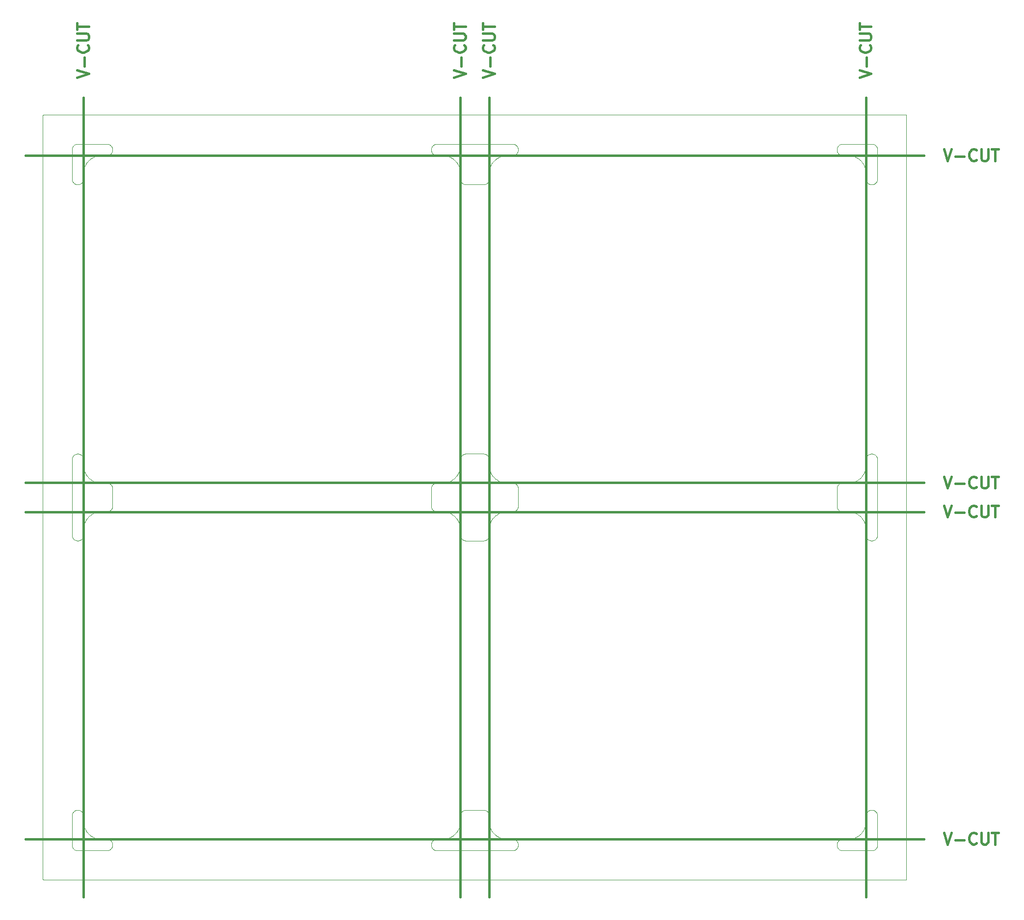
<source format=gm1>
G04 #@! TF.GenerationSoftware,KiCad,Pcbnew,(6.0.10-0)*
G04 #@! TF.CreationDate,2023-02-15T19:17:08+02:00*
G04 #@! TF.ProjectId,SH-RPi-panel,53482d52-5069-42d7-9061-6e656c2e6b69,v2.0.0*
G04 #@! TF.SameCoordinates,Original*
G04 #@! TF.FileFunction,Profile,NP*
%FSLAX46Y46*%
G04 Gerber Fmt 4.6, Leading zero omitted, Abs format (unit mm)*
G04 Created by KiCad (PCBNEW (6.0.10-0)) date 2023-02-15 19:17:08*
%MOMM*%
%LPD*%
G01*
G04 APERTURE LIST*
G04 #@! TA.AperFunction,Profile*
%ADD10C,0.100000*%
G04 #@! TD*
G04 #@! TA.AperFunction,Profile*
%ADD11C,0.400000*%
G04 #@! TD*
%ADD12C,0.400000*%
G04 APERTURE END LIST*
D10*
X69591674Y-124940776D02*
X69615988Y-124935780D01*
X143957368Y-120702619D02*
X143970328Y-120749450D01*
X7371214Y-70055099D02*
X7371094Y-70055322D01*
X7635520Y-62345937D02*
X7635678Y-62346136D01*
X71267781Y-69536482D02*
X71182871Y-69442499D01*
X137019025Y-125796861D02*
X137029671Y-125749450D01*
X8690100Y-7301405D02*
X8667814Y-7312337D01*
X81904946Y-64066721D02*
X81924637Y-64111144D01*
X70466603Y-124616738D02*
X70466823Y-124616613D01*
X76883099Y-72976681D02*
X76859148Y-73018960D01*
X8667814Y-68812337D02*
X8667588Y-68812451D01*
X81599740Y-5194826D02*
X81638047Y-5224721D01*
X81560012Y-126833152D02*
X81518960Y-126859148D01*
X8402530Y-63038961D02*
X8402743Y-63039098D01*
X67796861Y-6980974D02*
X67749450Y-6970328D01*
X139591425Y-124940824D02*
X139591674Y-124940776D01*
X141075677Y-69334402D02*
X141057686Y-69317301D01*
X142042631Y-120702619D02*
X142057874Y-120656480D01*
X5042631Y-59202619D02*
X5057874Y-59156480D01*
X6107036Y-73495229D02*
X6058576Y-73498804D01*
X140703436Y-124469119D02*
X140723809Y-124454939D01*
X137004770Y-5892963D02*
X137010718Y-5844737D01*
X81980974Y-126203138D02*
X81970328Y-126250549D01*
X71539098Y-69902743D02*
X71538961Y-69902530D01*
X81805173Y-63900259D02*
X81833152Y-63939987D01*
X137010718Y-126155262D02*
X137004770Y-126107036D01*
X143924637Y-72888855D02*
X143904946Y-72933278D01*
X76638047Y-11775278D02*
X76599740Y-11805173D01*
X77447640Y-69924025D02*
X77383386Y-70033176D01*
X11805173Y-6599740D02*
X11775278Y-6638047D01*
X201Y-8344D02*
X129Y-8830D01*
X143995229Y-126107036D02*
X143989281Y-126155262D01*
X138993666Y-63500000D02*
X138993792Y-63499999D01*
X5439987Y-73333152D02*
X5400259Y-73305173D01*
X142892963Y-11995229D02*
X142844737Y-11989281D01*
X140597256Y-124539098D02*
X140597469Y-124538961D01*
X72656480Y-11942125D02*
X72611144Y-11924637D01*
X6476681Y-58616900D02*
X6518960Y-58640851D01*
X79408325Y-68559223D02*
X79384011Y-68564219D01*
X76388855Y-11924637D02*
X76343519Y-11942125D01*
X77191351Y-123053443D02*
X77191442Y-123053680D01*
X137194826Y-68099740D02*
X137166847Y-68060012D01*
X137010718Y-64344737D02*
X137019025Y-64296861D01*
X137325158Y-125256460D02*
X137361952Y-125224721D01*
X81710033Y-6710033D02*
X81674841Y-6743539D01*
X77834579Y-62575858D02*
X77924141Y-62665420D01*
X76058576Y-11998804D02*
X76009877Y-12000000D01*
X67400259Y-125194826D02*
X67439987Y-125166847D01*
X142075362Y-59111144D02*
X142095053Y-59066721D01*
X8424025Y-124552359D02*
X8533176Y-124616613D01*
X80006333Y-125000000D02*
X81009877Y-125000000D01*
X76989281Y-59344737D02*
X76995229Y-59392963D01*
X8946319Y-7191442D02*
X8828696Y-7238427D01*
X140444677Y-124628905D02*
X140444900Y-124628785D01*
X72075362Y-72888855D02*
X72057874Y-72843519D01*
X67004770Y-5892963D02*
X67010718Y-5844737D01*
X141900812Y-9236107D02*
X141900746Y-9235862D01*
X143957368Y-126297380D02*
X143942125Y-126343519D01*
X141808557Y-8946319D02*
X141761572Y-8828696D01*
X67000000Y-67509877D02*
X67000000Y-64490122D01*
X137892963Y-6995229D02*
X137844737Y-6989281D01*
X7000000Y-10006207D02*
X7000000Y-10006333D01*
X137000000Y-64490122D02*
X137001195Y-64441423D01*
X143599740Y-11805173D02*
X143560012Y-11833152D01*
X70944493Y-7715882D02*
X70944299Y-7715719D01*
X140053443Y-68691351D02*
X140030166Y-68682731D01*
X71057500Y-124182871D02*
X71057686Y-124182698D01*
X72289966Y-11710033D02*
X72256460Y-11674841D01*
X72000000Y-60493666D02*
X72000000Y-59490122D01*
X81599740Y-6805173D02*
X81560012Y-6833152D01*
X6998804Y-59441423D02*
X7000000Y-59490122D01*
X8296773Y-62969261D02*
X8402530Y-63038961D01*
X7014430Y-122290873D02*
X7014452Y-122291125D01*
X6998804Y-120941423D02*
X7000000Y-120990122D01*
X140963517Y-69232218D02*
X140963327Y-69232050D01*
X139910076Y-7141679D02*
X139909836Y-7141600D01*
X8946556Y-7191351D02*
X8946319Y-7191442D01*
X9684179Y-7016963D02*
X9683928Y-7016992D01*
X76388855Y-120075362D02*
X76433278Y-120095053D01*
X76203138Y-73480974D02*
X76155262Y-73489281D01*
X2811Y-3159D02*
X2482Y-3522D01*
X142140851Y-120481039D02*
X142166847Y-120439987D01*
X9114090Y-68634097D02*
X9113847Y-68634169D01*
X139885909Y-68634097D02*
X139764137Y-68599253D01*
X6674841Y-11743539D02*
X6638047Y-11775278D01*
X137702619Y-126957368D02*
X137656480Y-126942125D01*
X71983036Y-9684179D02*
X71983007Y-9683928D01*
X137523318Y-63616900D02*
X137566721Y-63595053D01*
X72844737Y-58510718D02*
X72892963Y-58504770D01*
X139764137Y-7099253D02*
X139763892Y-7099187D01*
X138993666Y-68500000D02*
X137990122Y-68500000D01*
X7301297Y-8690328D02*
X7248415Y-8805421D01*
X137166847Y-126560012D02*
X137140851Y-126518960D01*
X69910076Y-63358320D02*
X70029928Y-63317353D01*
X72523318Y-73383099D02*
X72481039Y-73359148D01*
X67001195Y-5941423D02*
X67004770Y-5892963D01*
X71628785Y-123444900D02*
X71628905Y-123444677D01*
X80006207Y-63499999D02*
X80006333Y-63500000D01*
X7817128Y-62557500D02*
X7817301Y-62557686D01*
X70444900Y-63128785D02*
X70466603Y-63116738D01*
X140724015Y-69045207D02*
X140723809Y-69045060D01*
X7530880Y-62203436D02*
X7545060Y-62223809D01*
X7371214Y-8555099D02*
X7371094Y-8555322D01*
X10006333Y-7000000D02*
X10006207Y-7000000D01*
X70029928Y-63317353D02*
X70030166Y-63317268D01*
X5361952Y-73275278D02*
X5325158Y-73243539D01*
X71900746Y-61264137D02*
X71900812Y-61263892D01*
X78275984Y-69045207D02*
X78173893Y-69120174D01*
X70826106Y-69120174D02*
X70724015Y-69045207D01*
X76560012Y-58666847D02*
X76599740Y-58694826D01*
X143476681Y-11883099D02*
X143433278Y-11904946D01*
X79684179Y-124983036D02*
X79708874Y-124985547D01*
X141999839Y-60506331D02*
X141999841Y-60506205D01*
X77371214Y-70055099D02*
X77371094Y-70055322D01*
X71996470Y-60639283D02*
X71999839Y-60506331D01*
X72019025Y-59296861D02*
X72029671Y-59249450D01*
X77141679Y-61410076D02*
X77182646Y-61529928D01*
X141865902Y-70614090D02*
X141865830Y-70613847D01*
X137481039Y-68359148D02*
X137439987Y-68333152D01*
X143743539Y-58825158D02*
X143775278Y-58861952D01*
X81009877Y-127000000D02*
X67990122Y-127000000D01*
X72000000Y-11009877D02*
X72000000Y-10006333D01*
X141628905Y-8555322D02*
X141628785Y-8555099D01*
X76710033Y-73210033D02*
X76674841Y-73243539D01*
X141552228Y-123576191D02*
X141552359Y-123575974D01*
X71983007Y-71183928D02*
X71967005Y-71058283D01*
X71364321Y-62346136D02*
X71364479Y-62345937D01*
X77301297Y-123309671D02*
X77301405Y-123309899D01*
X71165597Y-69424322D02*
X71165420Y-69424141D01*
X67439987Y-5166847D02*
X67481039Y-5140851D01*
X7817128Y-69442499D02*
X7732218Y-69536482D01*
X8055506Y-69215882D02*
X8036672Y-69232050D01*
X5796861Y-73480974D02*
X5749450Y-73470328D01*
X141995203Y-71335673D02*
X141995187Y-71335420D01*
X142004770Y-120892963D02*
X142010718Y-120844737D01*
X78970071Y-124817353D02*
X79089923Y-124858320D01*
X137256460Y-5325158D02*
X137289966Y-5289966D01*
X77715719Y-8055700D02*
X77635678Y-8153863D01*
X77099253Y-61264137D02*
X77134097Y-61385909D01*
X67095053Y-5566721D02*
X67116900Y-5523318D01*
X142029671Y-120749450D02*
X142042631Y-120702619D01*
X82000000Y-125990122D02*
X82000000Y-126009877D01*
X76058576Y-120001195D02*
X76107036Y-120004770D01*
X81775278Y-68138047D02*
X81743539Y-68174841D01*
X141995187Y-71335420D02*
X141985569Y-71209126D01*
X139291125Y-68514452D02*
X139290873Y-68514430D01*
X8036482Y-62767781D02*
X8036672Y-62767949D01*
X69615988Y-7064219D02*
X69591674Y-7059223D01*
X7016963Y-60815820D02*
X7016992Y-60816071D01*
X9709126Y-68514430D02*
X9708874Y-68514452D01*
X76638047Y-73275278D02*
X76599740Y-73305173D01*
X67095053Y-67933278D02*
X67075362Y-67888855D01*
X5004770Y-5892963D02*
X5010718Y-5844737D01*
X69886152Y-63365830D02*
X69909836Y-63358399D01*
X77732050Y-62463327D02*
X77732218Y-62463517D01*
X143924637Y-126388855D02*
X143904946Y-126433278D01*
X7248312Y-8805652D02*
X7238524Y-8828462D01*
X7032994Y-9558283D02*
X7016992Y-9683928D01*
X78533176Y-124616613D02*
X78533396Y-124616738D01*
X69316071Y-68516992D02*
X69315820Y-68516963D01*
X9113847Y-124865830D02*
X9114090Y-124865902D01*
X11957368Y-5702619D02*
X11970328Y-5749450D01*
X6998804Y-11058576D02*
X6995229Y-11107036D01*
X70309899Y-68801405D02*
X70309671Y-68801297D01*
X5029671Y-72750549D02*
X5019025Y-72703138D01*
X140724015Y-7545207D02*
X140723809Y-7545060D01*
X143924637Y-59111144D02*
X143942125Y-59156480D01*
X5057874Y-5656480D02*
X5075362Y-5611144D01*
X11203138Y-5019025D02*
X11250549Y-5029671D01*
X67702619Y-63542631D02*
X67749450Y-63529671D01*
X76250549Y-11970328D02*
X76203138Y-11980974D01*
X67140851Y-126518960D02*
X67116900Y-126476681D01*
X139909836Y-68641600D02*
X139886152Y-68634169D01*
X7545060Y-123723809D02*
X7545207Y-123724015D01*
X6980974Y-72703138D02*
X6970328Y-72750549D01*
X5001195Y-5941423D02*
X5004770Y-5892963D01*
X148999918Y-131990681D02*
X148999942Y-131990190D01*
X68993666Y-68500000D02*
X67990122Y-68500000D01*
X141698594Y-70190100D02*
X141687662Y-70167814D01*
X67990122Y-7000000D02*
X67941423Y-6998804D01*
X6560012Y-11833152D02*
X6518960Y-11859148D01*
X7016992Y-71183928D02*
X7016963Y-71184179D01*
X81924637Y-5611144D02*
X81942125Y-5656480D01*
X140963327Y-7732050D02*
X140944493Y-7715882D01*
X7182646Y-70470071D02*
X7141679Y-70589923D01*
X141761572Y-8828696D02*
X141761475Y-8828462D01*
X81859148Y-126518960D02*
X81833152Y-126560012D01*
X70723809Y-69045060D02*
X70703436Y-69030880D01*
X6970328Y-59249450D02*
X6980974Y-59296861D01*
X71999841Y-9993794D02*
X71999839Y-9993668D01*
X142004770Y-72607036D02*
X142001195Y-72558576D01*
X11957368Y-6297380D02*
X11942125Y-6343519D01*
X71165597Y-7924322D02*
X71165420Y-7924141D01*
X71182871Y-7942499D02*
X71182698Y-7942313D01*
X7004812Y-60664579D02*
X7014430Y-60790873D01*
X148999702Y-131992136D02*
X148999798Y-131991655D01*
X77301405Y-123309899D02*
X77312337Y-123332185D01*
X78969833Y-7182731D02*
X78946556Y-7191351D01*
X67523318Y-6883099D02*
X67481039Y-6859148D01*
X9533246Y-7036829D02*
X9408574Y-7059175D01*
X143805173Y-5400259D02*
X143833152Y-5439987D01*
X82000000Y-126009877D02*
X81998804Y-126058576D01*
X11805173Y-63900259D02*
X11833152Y-63939987D01*
X77059175Y-9408574D02*
X77036829Y-9533246D01*
X11859148Y-6518960D02*
X11833152Y-6560012D01*
X8173893Y-124379825D02*
X8275984Y-124454792D01*
X139006331Y-63499839D02*
X139139283Y-63496470D01*
X67844737Y-63510718D02*
X67892963Y-63504770D01*
X142702619Y-11957368D02*
X142656480Y-11942125D01*
X7004796Y-9835673D02*
X7003539Y-9860463D01*
X71995203Y-71335673D02*
X71995187Y-71335420D01*
X67194826Y-63900259D02*
X67224721Y-63861952D01*
X76343519Y-120057874D02*
X76388855Y-120075362D01*
X67000000Y-5990122D02*
X67001195Y-5941423D01*
X69591425Y-124940824D02*
X69591674Y-124940776D01*
X79993668Y-68500160D02*
X79860716Y-68503529D01*
X72566721Y-11904946D02*
X72523318Y-11883099D01*
X76518960Y-11859148D02*
X76476681Y-11883099D01*
X81155262Y-68489281D02*
X81107036Y-68495229D01*
X71808648Y-123053443D02*
X71817268Y-123030166D01*
X78969833Y-68682731D02*
X78946556Y-68691351D01*
X143599740Y-73305173D02*
X143560012Y-73333152D01*
X141057686Y-69317301D02*
X141057500Y-69317128D01*
X76957368Y-72797380D02*
X76942125Y-72843519D01*
X77141600Y-70590163D02*
X77134169Y-70613847D01*
X77461038Y-62097469D02*
X77530738Y-62203226D01*
X11599740Y-68305173D02*
X11560012Y-68333152D01*
X81433278Y-63595053D02*
X81476681Y-63616900D01*
X81942125Y-126343519D02*
X81924637Y-126388855D01*
X137001195Y-125941423D02*
X137004770Y-125892963D01*
X139139536Y-124996460D02*
X139164326Y-124995203D01*
X81970328Y-64249450D02*
X81980974Y-64296861D01*
X71687662Y-61832185D02*
X71698594Y-61809899D01*
X142057874Y-72843519D02*
X142042631Y-72797380D01*
X137224721Y-125361952D02*
X137256460Y-125325158D01*
X11203138Y-68480974D02*
X11155262Y-68489281D01*
X81560012Y-68333152D02*
X81518960Y-68359148D01*
X77000158Y-71493794D02*
X77000000Y-71506207D01*
X141698702Y-61809671D02*
X141751584Y-61694578D01*
X71552359Y-8424025D02*
X71552228Y-8423808D01*
X71865902Y-70614090D02*
X71865830Y-70613847D01*
X148999702Y-7863D02*
X148999583Y-7387D01*
X77099187Y-9236107D02*
X77092965Y-9260136D01*
X81518960Y-126859148D02*
X81476681Y-126883099D01*
X140826106Y-62879825D02*
X140826309Y-62879672D01*
X71999999Y-60493792D02*
X72000000Y-60493666D01*
X69885909Y-7134097D02*
X69764137Y-7099253D01*
X141687548Y-123332411D02*
X141687662Y-123332185D01*
X5796861Y-126980974D02*
X5749450Y-126970328D01*
X77000000Y-121993792D02*
X77000158Y-122006205D01*
X140944299Y-69215719D02*
X140846136Y-69135678D01*
X6518960Y-58640851D02*
X6560012Y-58666847D01*
X141687548Y-61832411D02*
X141687662Y-61832185D01*
X143942125Y-120656480D02*
X143957368Y-120702619D01*
X76980974Y-11203138D02*
X76970328Y-11250549D01*
X559Y-6917D02*
X416Y-7387D01*
X142941423Y-58501195D02*
X142990122Y-58500000D01*
X77036788Y-71033496D02*
X77033029Y-71058032D01*
X139315820Y-68516963D02*
X139291125Y-68514452D01*
X142844737Y-58510718D02*
X142892963Y-58504770D01*
X67749450Y-6970328D02*
X67702619Y-6957368D01*
X69739863Y-124907034D02*
X69763892Y-124900812D01*
X78275984Y-62954792D02*
X78276190Y-62954939D01*
X78402530Y-124538961D02*
X78402743Y-124539098D01*
X142019025Y-72703138D02*
X142010718Y-72655262D01*
X142892963Y-58504770D02*
X142941423Y-58501195D01*
X67116900Y-67976681D02*
X67095053Y-67933278D01*
X11203138Y-6980974D02*
X11155262Y-6989281D01*
X5224721Y-126638047D02*
X5194826Y-126599740D01*
X11638047Y-5224721D02*
X11674841Y-5256460D01*
X9860716Y-124996470D02*
X9993668Y-124999839D01*
X140194578Y-68748415D02*
X140194347Y-68748312D01*
X69291125Y-68514452D02*
X69290873Y-68514430D01*
X143476681Y-5116900D02*
X143518960Y-5140851D01*
X5057874Y-120656480D02*
X5075362Y-120611144D01*
X78276190Y-7545060D02*
X78275984Y-7545207D01*
X81833152Y-68060012D02*
X81805173Y-68099740D01*
X9384011Y-68564219D02*
X9383763Y-68564273D01*
X137702619Y-125042631D02*
X137749450Y-125029671D01*
X138993666Y-125000000D02*
X138993792Y-124999999D01*
X139006331Y-124999839D02*
X139139283Y-124996470D01*
X137029671Y-67750549D02*
X137019025Y-67703138D01*
X69591674Y-68559223D02*
X69591425Y-68559175D01*
X77003539Y-60639536D02*
X77004796Y-60664326D01*
X67749450Y-126970328D02*
X67702619Y-126957368D01*
X7301405Y-123309899D02*
X7312337Y-123332185D01*
X5095053Y-59066721D02*
X5116900Y-59023318D01*
X11970328Y-67750549D02*
X11957368Y-67797380D01*
X5075362Y-72888855D02*
X5057874Y-72843519D01*
X81924637Y-125611144D02*
X81942125Y-125656480D01*
X77301297Y-8690328D02*
X77248415Y-8805421D01*
X76883099Y-59023318D02*
X76904946Y-59066721D01*
X142166847Y-58939987D02*
X142194826Y-58900259D01*
X9235862Y-7099253D02*
X9114090Y-7134097D01*
X78055506Y-69215882D02*
X78036672Y-69232050D01*
X77092904Y-61239617D02*
X77092965Y-61239863D01*
X81859148Y-68018960D02*
X81833152Y-68060012D01*
X7003539Y-122139536D02*
X7004796Y-122164326D01*
X138993792Y-63499999D02*
X139006205Y-63499841D01*
X141165597Y-69424322D02*
X141165420Y-69424141D01*
X77312451Y-123332411D02*
X77371094Y-123444677D01*
X77942499Y-124182871D02*
X78036482Y-124267781D01*
X7003529Y-60639283D02*
X7003539Y-60639536D01*
X77635520Y-69654062D02*
X77620327Y-69673690D01*
X81638047Y-126775278D02*
X81599740Y-126805173D01*
X141985569Y-9709126D02*
X141985547Y-9708874D01*
X7033029Y-60941967D02*
X7036788Y-60966503D01*
X141469119Y-62203436D02*
X141469261Y-62203226D01*
X6388855Y-58575362D02*
X6433278Y-58595053D01*
X139315820Y-124983036D02*
X139316071Y-124983007D01*
X141999839Y-9993668D02*
X141996470Y-9860716D01*
X5140851Y-11518960D02*
X5116900Y-11476681D01*
X141935780Y-9384011D02*
X141935726Y-9383763D01*
X137042631Y-126297380D02*
X137029671Y-126250549D01*
X5019025Y-59296861D02*
X5029671Y-59249450D01*
X81433278Y-68404946D02*
X81388855Y-68424637D01*
X70053443Y-124808648D02*
X70053680Y-124808557D01*
X140845937Y-62864479D02*
X140846136Y-62864321D01*
X141267949Y-62463327D02*
X141284117Y-62444493D01*
X9260136Y-63407034D02*
X9260382Y-63407095D01*
X11009877Y-68500000D02*
X10006333Y-68500000D01*
X11638047Y-125224721D02*
X11674841Y-125256460D01*
X69139283Y-7003529D02*
X69006331Y-7000160D01*
X148998121Y-131995703D02*
X148998394Y-131995295D01*
X8805652Y-68748312D02*
X8805421Y-68748415D01*
X70575974Y-7447640D02*
X70466823Y-7383386D01*
X69441967Y-124966970D02*
X69466503Y-124963211D01*
X142523318Y-11883099D02*
X142481039Y-11859148D01*
X8276190Y-7545060D02*
X8275984Y-7545207D01*
X71966970Y-60941967D02*
X71967005Y-60941716D01*
X7301297Y-123309671D02*
X7301405Y-123309899D01*
X8805652Y-124751687D02*
X8828462Y-124761475D01*
X77000000Y-71506207D02*
X77000000Y-71506333D01*
X143998804Y-59441423D02*
X144000000Y-59490122D01*
X8173893Y-62879825D02*
X8275984Y-62954792D01*
X77545207Y-69775984D02*
X77545060Y-69776190D01*
X71469119Y-69796563D02*
X71454939Y-69776190D01*
X140029928Y-68682646D02*
X139910076Y-68641679D01*
X77003529Y-122139283D02*
X77003539Y-122139536D01*
X139466503Y-7036788D02*
X139441967Y-7033029D01*
X79708874Y-124985547D02*
X79709126Y-124985569D01*
X70194578Y-124751584D02*
X70309671Y-124698702D01*
X140846136Y-62864321D02*
X140944299Y-62784280D01*
X76743539Y-11674841D02*
X76710033Y-11710033D01*
X142325158Y-73243539D02*
X142289966Y-73210033D01*
X143343519Y-11942125D02*
X143297380Y-11957368D01*
X141999999Y-71506207D02*
X141999841Y-71493794D01*
X76476681Y-11883099D02*
X76433278Y-11904946D01*
X72749450Y-11970328D02*
X72702619Y-11957368D01*
X70826309Y-7620327D02*
X70826106Y-7620174D01*
X79993668Y-7000160D02*
X79860716Y-7003529D01*
X139591425Y-68559175D02*
X139466753Y-68536829D01*
X8805652Y-7248312D02*
X8805421Y-7248415D01*
X140171303Y-7238427D02*
X140053680Y-7191442D01*
X137224721Y-6638047D02*
X137194826Y-6599740D01*
X81980974Y-67703138D02*
X81970328Y-67750549D01*
X77141679Y-9089923D02*
X77141600Y-9090163D01*
X79533496Y-68536788D02*
X79533246Y-68536829D01*
X137702619Y-68457368D02*
X137656480Y-68442125D01*
X9709126Y-63485569D02*
X9835420Y-63495187D01*
X7301297Y-61809671D02*
X7301405Y-61809899D01*
X7238524Y-123171537D02*
X7248312Y-123194347D01*
X143155262Y-126989281D02*
X143107036Y-126995229D01*
X140053443Y-7191351D02*
X140030166Y-7182731D01*
X69764137Y-7099253D02*
X69763892Y-7099187D01*
X81107036Y-68495229D02*
X81058576Y-68498804D01*
X141858399Y-9090163D02*
X141858320Y-9089923D01*
X77371094Y-70055322D02*
X77312451Y-70167588D01*
X11995229Y-67607036D02*
X11989281Y-67655262D01*
X71999839Y-122006331D02*
X71999841Y-122006205D01*
X67941423Y-63501195D02*
X67990122Y-63500000D01*
X77141600Y-122909836D02*
X77141679Y-122910076D01*
X141983007Y-9683928D02*
X141967005Y-9558283D01*
X6957368Y-120702619D02*
X6970328Y-120749450D01*
X139290873Y-7014430D02*
X139164579Y-7004812D01*
X71999839Y-9993668D02*
X71996470Y-9860716D01*
X141751584Y-8805421D02*
X141698702Y-8690328D01*
X141963211Y-71033496D02*
X141963170Y-71033246D01*
X67400259Y-68305173D02*
X67361952Y-68275278D01*
X142004770Y-59392963D02*
X142010718Y-59344737D01*
X69441967Y-7033029D02*
X69441716Y-7032994D01*
X7000158Y-60506205D02*
X7000160Y-60506331D01*
X6883099Y-120523318D02*
X6904946Y-120566721D01*
X67400259Y-126805173D02*
X67361952Y-126775278D01*
X141454939Y-62223809D02*
X141469119Y-62203436D01*
X141865902Y-122885909D02*
X141900746Y-122764137D01*
X6980974Y-59296861D02*
X6989281Y-59344737D01*
X77099253Y-9235862D02*
X77099187Y-9236107D01*
X11343519Y-68442125D02*
X11297380Y-68457368D01*
X81203138Y-126980974D02*
X81155262Y-126989281D01*
X72224721Y-11638047D02*
X72194826Y-11599740D01*
X67844737Y-126989281D02*
X67796861Y-126980974D01*
X140171537Y-68738524D02*
X140171303Y-68738427D01*
X141698594Y-8690100D02*
X141687662Y-8667814D01*
X201Y-131991655D02*
X297Y-131992136D01*
X6343519Y-11942125D02*
X6297380Y-11957368D01*
X81998804Y-126058576D02*
X81995229Y-126107036D01*
X137256460Y-68174841D02*
X137224721Y-68138047D01*
X77238524Y-8828462D02*
X77238427Y-8828696D01*
X70194347Y-124751687D02*
X70194578Y-124751584D01*
X137611144Y-125075362D02*
X137656480Y-125057874D01*
X11833152Y-63939987D02*
X11859148Y-63981039D01*
X70466823Y-63116613D02*
X70575974Y-63052359D01*
X8667588Y-124687548D02*
X8667814Y-124687662D01*
X8173690Y-69120327D02*
X8154062Y-69135520D01*
X141364321Y-62346136D02*
X141364479Y-62345937D01*
X79408574Y-124940824D02*
X79533246Y-124963170D01*
X143203138Y-58519025D02*
X143250549Y-58529671D01*
X81980974Y-5796861D02*
X81989281Y-5844737D01*
X143343519Y-58557874D02*
X143388855Y-58575362D01*
X141751687Y-70305652D02*
X141751584Y-70305421D01*
X71552228Y-62076191D02*
X71552359Y-62075974D01*
X79708874Y-63485547D02*
X79709126Y-63485569D01*
X5057874Y-59156480D02*
X5075362Y-59111144D01*
X81995229Y-67607036D02*
X81989281Y-67655262D01*
X67194826Y-6599740D02*
X67166847Y-6560012D01*
X140963517Y-124267781D02*
X141057500Y-124182871D01*
X78173690Y-7620327D02*
X78154062Y-7635520D01*
X69466503Y-124963211D02*
X69466753Y-124963170D01*
X143674841Y-120256460D02*
X143710033Y-120289966D01*
X71267949Y-69536672D02*
X71267781Y-69536482D01*
X77312337Y-8667814D02*
X77301405Y-8690100D01*
X72325158Y-11743539D02*
X72289966Y-11710033D01*
X81250549Y-5029671D02*
X81297380Y-5042631D01*
X7383386Y-123466823D02*
X7447640Y-123575974D01*
X7092965Y-122739863D02*
X7099187Y-122763892D01*
X139764137Y-63400746D02*
X139885909Y-63365902D01*
X5892963Y-11995229D02*
X5844737Y-11989281D01*
X69885909Y-124865902D02*
X69886152Y-124865830D01*
X67140851Y-6518960D02*
X67116900Y-6476681D01*
X141983007Y-122316071D02*
X141983036Y-122315820D01*
X8555322Y-7371094D02*
X8555099Y-7371214D01*
X77014452Y-9708874D02*
X77014430Y-9709126D01*
X7312337Y-8667814D02*
X7301405Y-8690100D01*
X77003529Y-71360716D02*
X77000160Y-71493668D01*
X78690328Y-68801297D02*
X78690100Y-68801405D01*
X8402530Y-68961038D02*
X8296773Y-69030738D01*
X79089923Y-124858320D02*
X79090163Y-124858399D01*
X7530880Y-69796563D02*
X7530738Y-69796773D01*
X71865902Y-61385909D02*
X71900746Y-61264137D01*
X139164326Y-68504796D02*
X139139536Y-68503539D01*
X6009877Y-120000000D02*
X6058576Y-120001195D01*
X81107036Y-63504770D02*
X81155262Y-63510718D01*
X79383763Y-124935726D02*
X79384011Y-124935780D01*
X71999999Y-10006207D02*
X71999841Y-9993794D01*
X141995203Y-122164326D02*
X141996460Y-122139536D01*
X5256460Y-73174841D02*
X5224721Y-73138047D01*
X6002Y-131999087D02*
X6455Y-131999275D01*
X11560012Y-6833152D02*
X11518960Y-6859148D01*
X137256460Y-6674841D02*
X137224721Y-6638047D01*
X142990122Y-73500000D02*
X142990122Y-73500000D01*
X148990190Y-57D02*
X148987972Y-3D01*
X72166847Y-120439987D02*
X72194826Y-120400259D01*
X76297380Y-120042631D02*
X76343519Y-120057874D01*
X143343519Y-73442125D02*
X143297380Y-73457368D01*
X148994874Y-131998646D02*
X148995295Y-131998394D01*
X70444677Y-63128905D02*
X70444900Y-63128785D01*
X79533246Y-124963170D02*
X79533496Y-124963211D01*
X5656480Y-126942125D02*
X5611144Y-126924637D01*
X80006207Y-7000000D02*
X79993794Y-7000158D01*
X140444900Y-68871214D02*
X140444677Y-68871094D01*
X141907095Y-122739617D02*
X141935726Y-122616236D01*
X6775278Y-73138047D02*
X6743539Y-73174841D01*
X77032994Y-71058283D02*
X77016992Y-71183928D01*
X7715882Y-69555506D02*
X7715719Y-69555700D01*
X70194347Y-68748312D02*
X70171537Y-68738524D01*
X142611144Y-73424637D02*
X142566721Y-73404946D01*
X140826106Y-69120174D02*
X140724015Y-69045207D01*
X70963327Y-7732050D02*
X70944493Y-7715882D01*
X6250549Y-58529671D02*
X6297380Y-58542631D01*
X76970328Y-120749450D02*
X76980974Y-120796861D01*
X139591674Y-63440776D02*
X139615988Y-63435780D01*
X141935726Y-61116236D02*
X141935780Y-61115988D01*
X143599740Y-126805173D02*
X143560012Y-126833152D01*
X81883099Y-5523318D02*
X81904946Y-5566721D01*
X69591674Y-7059223D02*
X69591425Y-7059175D01*
X143009877Y-58500000D02*
X143058576Y-58501195D01*
X71182698Y-69442313D02*
X71165597Y-69424322D01*
X148987972Y-3D02*
X148987727Y0D01*
X77620327Y-62326309D02*
X77635520Y-62345937D01*
X57Y-131990190D02*
X81Y-131990681D01*
X71057686Y-7817301D02*
X71057500Y-7817128D01*
X5941423Y-5001195D02*
X5990122Y-5000000D01*
X71628785Y-61944900D02*
X71628905Y-61944677D01*
X8423808Y-7447771D02*
X8402743Y-7460901D01*
X5702619Y-126957368D02*
X5656480Y-126942125D01*
X67019025Y-125796861D02*
X67029671Y-125749450D01*
X71983036Y-60815820D02*
X71985547Y-60791125D01*
X143155262Y-73489281D02*
X143107036Y-73495229D01*
X81833152Y-6560012D02*
X81805173Y-6599740D01*
X5844737Y-58510718D02*
X5892963Y-58504770D01*
X141698594Y-123309899D02*
X141698702Y-123309671D01*
X11980974Y-6203138D02*
X11970328Y-6250549D01*
X137000000Y-126009877D02*
X137000000Y-125990122D01*
X79408574Y-68559175D02*
X79408325Y-68559223D01*
X81970328Y-67750549D02*
X81957368Y-67797380D01*
X67611144Y-5075362D02*
X67656480Y-5057874D01*
X7530880Y-123703436D02*
X7545060Y-123723809D01*
X6743539Y-58825158D02*
X6775278Y-58861952D01*
X137325158Y-5256460D02*
X137361952Y-5224721D01*
X67116900Y-125523318D02*
X67140851Y-125481039D01*
X77620174Y-62326106D02*
X77620327Y-62326309D01*
X137140851Y-68018960D02*
X137116900Y-67976681D01*
X8424025Y-7447640D02*
X8423808Y-7447771D01*
X141075677Y-124165597D02*
X141075858Y-124165420D01*
X5361952Y-126775278D02*
X5325158Y-126743539D01*
X72325158Y-58756460D02*
X72361952Y-58724721D01*
X69466753Y-63463170D02*
X69591425Y-63440824D01*
X8296773Y-124469261D02*
X8402530Y-124538961D01*
X81297380Y-6957368D02*
X81250549Y-6970328D01*
X9533246Y-124963170D02*
X9533496Y-124963211D01*
X148996840Y-2811D02*
X148996477Y-2482D01*
X11343519Y-6942125D02*
X11297380Y-6957368D01*
X81250549Y-125029671D02*
X81297380Y-125042631D01*
X77182731Y-123030166D02*
X77191351Y-123053443D01*
X7301297Y-70190328D02*
X7248415Y-70305421D01*
X141907095Y-9260382D02*
X141907034Y-9260136D01*
X143942125Y-11343519D02*
X143924637Y-11388855D01*
X9090163Y-7141600D02*
X9089923Y-7141679D01*
X142057874Y-59156480D02*
X142075362Y-59111144D01*
X7635678Y-62346136D02*
X7715719Y-62444299D01*
X77191351Y-70446556D02*
X77182731Y-70469833D01*
X137990122Y-127000000D02*
X137941423Y-126998804D01*
X81998804Y-125941423D02*
X82000000Y-125990122D01*
X9090163Y-68641600D02*
X9089923Y-68641679D01*
X5140851Y-126518960D02*
X5116900Y-126476681D01*
X79558283Y-7032994D02*
X79558032Y-7033029D01*
X140332185Y-63187662D02*
X140332411Y-63187548D01*
X76250549Y-120029671D02*
X76297380Y-120042631D01*
X7004812Y-71335420D02*
X7004796Y-71335673D01*
X143904946Y-5566721D02*
X143924637Y-5611144D01*
X77817301Y-124057686D02*
X77834402Y-124075677D01*
X77036829Y-122466753D02*
X77059175Y-122591425D01*
X9408574Y-124940824D02*
X9533246Y-124963170D01*
X67611144Y-6924637D02*
X67566721Y-6904946D01*
X7863Y-131999702D02*
X8344Y-131999798D01*
X79090163Y-68641600D02*
X79089923Y-68641679D01*
X137439987Y-125166847D02*
X137481039Y-125140851D01*
X148998877Y-5558D02*
X148998646Y-5125D01*
X7238427Y-8828696D02*
X7191442Y-8946319D01*
X141364479Y-69654062D02*
X141364321Y-69653863D01*
X141808648Y-61553443D02*
X141817268Y-61530166D01*
X9090163Y-63358399D02*
X9113847Y-63365830D01*
X78805652Y-63251687D02*
X78828462Y-63261475D01*
X137116900Y-64023318D02*
X137140851Y-63981039D01*
X142400259Y-11805173D02*
X142361952Y-11775278D01*
X69886152Y-7134169D02*
X69885909Y-7134097D01*
X71628905Y-70055322D02*
X71628785Y-70055099D01*
X77092965Y-61239863D02*
X77099187Y-61263892D01*
X70171303Y-63261572D02*
X70171537Y-63261475D01*
X139615988Y-63435780D02*
X139616236Y-63435726D01*
X78173690Y-62879672D02*
X78173893Y-62879825D01*
X141182871Y-69442499D02*
X141182698Y-69442313D01*
X140309671Y-7301297D02*
X140194578Y-7248415D01*
X9235862Y-68599253D02*
X9114090Y-68634097D01*
X81388855Y-63575362D02*
X81433278Y-63595053D01*
X11250549Y-63529671D02*
X11297380Y-63542631D01*
X11433278Y-5095053D02*
X11476681Y-5116900D01*
X76775278Y-58861952D02*
X76805173Y-58900259D01*
X7141679Y-9089923D02*
X7141600Y-9090163D01*
X77732218Y-62463517D02*
X77817128Y-62557500D01*
X143980974Y-120796861D02*
X143989281Y-120844737D01*
X81058576Y-125001195D02*
X81107036Y-125004770D01*
X72000000Y-71506333D02*
X71999999Y-71506207D01*
X137844737Y-5010718D02*
X137892963Y-5004770D01*
X71751584Y-8805421D02*
X71698702Y-8690328D01*
X70030166Y-124817268D02*
X70053443Y-124808648D01*
X7099187Y-122763892D02*
X7099253Y-122764137D01*
X9318Y-131999918D02*
X9809Y-131999942D01*
X71761475Y-8828462D02*
X71751687Y-8805652D01*
X148999870Y-131991169D02*
X148999918Y-131990681D01*
X77033029Y-122441967D02*
X77036788Y-122466503D01*
X5892963Y-5004770D02*
X5941423Y-5001195D01*
X67439987Y-68333152D02*
X67400259Y-68305173D01*
X141379672Y-62326309D02*
X141379825Y-62326106D01*
X1353Y-5125D02*
X1122Y-5558D01*
X11957368Y-125702619D02*
X11970328Y-125749450D01*
X81957368Y-67797380D02*
X81942125Y-67843519D01*
X141628785Y-70055099D02*
X141616738Y-70033396D01*
X77036829Y-60966753D02*
X77059175Y-61091425D01*
X137523318Y-6883099D02*
X137481039Y-6859148D01*
X143107036Y-126995229D02*
X143058576Y-126998804D01*
X137702619Y-63542631D02*
X137749450Y-63529671D01*
X70826309Y-124379672D02*
X70845937Y-124364479D01*
X77003539Y-122139536D02*
X77004796Y-122164326D01*
X67019025Y-64296861D02*
X67029671Y-64249450D01*
X8173893Y-69120174D02*
X8173690Y-69120327D01*
X6599740Y-58694826D02*
X6638047Y-58724721D01*
X7383261Y-61966603D02*
X7383386Y-61966823D01*
X8424025Y-68947640D02*
X8423808Y-68947771D01*
X68993792Y-68500000D02*
X68993666Y-68500000D01*
X72325158Y-73243539D02*
X72289966Y-73210033D01*
X137844737Y-68489281D02*
X137796861Y-68480974D01*
X141967005Y-122441716D02*
X141983007Y-122316071D01*
X77064273Y-70883763D02*
X77064219Y-70884011D01*
X71075677Y-69334402D02*
X71057686Y-69317301D01*
X139886152Y-68634169D02*
X139885909Y-68634097D01*
X67001195Y-6058576D02*
X67000000Y-6009877D01*
X9383763Y-7064273D02*
X9260382Y-7092904D01*
X81942125Y-67843519D02*
X81924637Y-67888855D01*
X5166847Y-126560012D02*
X5140851Y-126518960D01*
X76107036Y-73495229D02*
X76058576Y-73498804D01*
X81674841Y-125256460D02*
X81710033Y-125289966D01*
X143833152Y-11560012D02*
X143805173Y-11599740D01*
X137566721Y-6904946D02*
X137523318Y-6883099D01*
X142116900Y-72976681D02*
X142095053Y-72933278D01*
X81805173Y-125400259D02*
X81833152Y-125439987D01*
X141751584Y-61694578D02*
X141751687Y-61694347D01*
X5029671Y-5749450D02*
X5042631Y-5702619D01*
X8533176Y-7383386D02*
X8424025Y-7447640D01*
X72224721Y-73138047D02*
X72194826Y-73099740D01*
X81710033Y-68210033D02*
X81674841Y-68243539D01*
X137224721Y-63861952D02*
X137256460Y-63825158D01*
X7000000Y-121993666D02*
X7000000Y-121993792D01*
X5010718Y-120844737D02*
X5019025Y-120796861D01*
X139591674Y-124940776D02*
X139615988Y-124935780D01*
X142325158Y-11743539D02*
X142289966Y-11710033D01*
X77834402Y-7924322D02*
X77817301Y-7942313D01*
X77134097Y-70614090D02*
X77099253Y-70735862D01*
X70703436Y-124469119D02*
X70723809Y-124454939D01*
X6989281Y-120844737D02*
X6995229Y-120892963D01*
X11297380Y-125042631D02*
X11343519Y-125057874D01*
X141996470Y-122139283D02*
X141999839Y-122006331D01*
X78423808Y-7447771D02*
X78402743Y-7460901D01*
X143343519Y-126942125D02*
X143297380Y-126957368D01*
X137941423Y-5001195D02*
X137990122Y-5000000D01*
X7817128Y-124057500D02*
X7817301Y-124057686D01*
X78667588Y-63187548D02*
X78667814Y-63187662D01*
X77014452Y-71208874D02*
X77014430Y-71209126D01*
X142566721Y-73404946D02*
X142523318Y-73383099D01*
X8275984Y-62954792D02*
X8276190Y-62954939D01*
X11674841Y-6743539D02*
X11638047Y-6775278D01*
X71182698Y-124057686D02*
X71182871Y-124057500D01*
X78805421Y-7248415D02*
X78690328Y-7301297D01*
X79709126Y-68514430D02*
X79708874Y-68514452D01*
X140053443Y-124808648D02*
X140053680Y-124808557D01*
X140332185Y-124687662D02*
X140332411Y-124687548D01*
X11250549Y-125029671D02*
X11297380Y-125042631D01*
X71616613Y-8533176D02*
X71552359Y-8424025D01*
X71996460Y-122139536D02*
X71996470Y-122139283D01*
X9835420Y-68504812D02*
X9709126Y-68514430D01*
X143710033Y-5289966D02*
X143743539Y-5325158D01*
X7834402Y-69424322D02*
X7817301Y-69442313D01*
X77059175Y-70908574D02*
X77036829Y-71033246D01*
X148991655Y-201D02*
X148991169Y-129D01*
X79260382Y-63407095D02*
X79383763Y-63435726D01*
X139164326Y-124995203D02*
X139164579Y-124995187D01*
X141751584Y-123194578D02*
X141751687Y-123194347D01*
X9235862Y-124900746D02*
X9236107Y-124900812D01*
X11942125Y-6343519D02*
X11924637Y-6388855D01*
X78555099Y-7371214D02*
X78533396Y-7383261D01*
X5125Y-1353D02*
X4704Y-1605D01*
X79684179Y-63483036D02*
X79708874Y-63485547D01*
X139006205Y-63499841D02*
X139006331Y-63499839D01*
X139885909Y-63365902D02*
X139886152Y-63365830D01*
X143674841Y-11743539D02*
X143638047Y-11775278D01*
X148993544Y-724D02*
X148993082Y-559D01*
X140597256Y-63039098D02*
X140597469Y-63038961D01*
X77447640Y-123575974D02*
X77447771Y-123576191D01*
X141761475Y-123171537D02*
X141761572Y-123171303D01*
X11904946Y-6433278D02*
X11883099Y-6476681D01*
X78276190Y-69045060D02*
X78275984Y-69045207D01*
X68993792Y-124999999D02*
X69006205Y-124999841D01*
X71687548Y-70167588D02*
X71628905Y-70055322D01*
X143859148Y-58981039D02*
X143883099Y-59023318D01*
X77000000Y-59490122D02*
X77000000Y-60493666D01*
X5000000Y-126009877D02*
X5000000Y-120990122D01*
X77383261Y-8533396D02*
X77371214Y-8555099D01*
X79384011Y-124935780D02*
X79408325Y-124940776D01*
X79860716Y-7003529D02*
X79860463Y-7003539D01*
X12000000Y-6009877D02*
X11998804Y-6058576D01*
X143388855Y-5075362D02*
X143433278Y-5095053D01*
X72095053Y-11433278D02*
X72075362Y-11388855D01*
X9408325Y-63440776D02*
X9408574Y-63440824D01*
X137057874Y-126343519D02*
X137042631Y-126297380D01*
X137116900Y-125523318D02*
X137140851Y-125481039D01*
X67749450Y-125029671D02*
X67796861Y-125019025D01*
X71940824Y-9408574D02*
X71940776Y-9408325D01*
X141999841Y-122006205D02*
X141999999Y-121993792D01*
X72029671Y-59249450D02*
X72042631Y-59202619D01*
X11250549Y-6970328D02*
X11203138Y-6980974D01*
X11859148Y-68018960D02*
X11833152Y-68060012D01*
X71963170Y-71033246D02*
X71940824Y-70908574D01*
X6009877Y-73500000D02*
X5990122Y-73500000D01*
X137000000Y-67509877D02*
X137000000Y-64490122D01*
X72361952Y-11775278D02*
X72325158Y-11743539D01*
X141967005Y-9558283D02*
X141966970Y-9558032D01*
X11743539Y-5325158D02*
X11775278Y-5361952D01*
X9993794Y-124999841D02*
X10006207Y-124999999D01*
X7545207Y-8275984D02*
X7545060Y-8276190D01*
X71963211Y-60966503D02*
X71966970Y-60941967D01*
X71963170Y-60966753D02*
X71963211Y-60966503D01*
X11833152Y-68060012D02*
X11805173Y-68099740D01*
X139910076Y-68641679D02*
X139909836Y-68641600D01*
X5523318Y-11883099D02*
X5481039Y-11859148D01*
X141983036Y-122315820D02*
X141985547Y-122291125D01*
X77371214Y-61944900D02*
X77383261Y-61966603D01*
X6833152Y-120439987D02*
X6859148Y-120481039D01*
X143388855Y-58575362D02*
X143433278Y-58595053D01*
X79835420Y-63495187D02*
X79835673Y-63495203D01*
X81904946Y-125566721D02*
X81924637Y-125611144D01*
X11343519Y-126942125D02*
X11297380Y-126957368D01*
X140826309Y-62879672D02*
X140845937Y-62864479D01*
X2482Y-131996477D02*
X2811Y-131996840D01*
X78036482Y-62767781D02*
X78036672Y-62767949D01*
X81743539Y-6674841D02*
X81710033Y-6710033D01*
X8423808Y-63052228D02*
X8424025Y-63052359D01*
X7014452Y-60791125D02*
X7016963Y-60815820D01*
X71999839Y-60506331D02*
X71999841Y-60506205D01*
X143980974Y-59296861D02*
X143989281Y-59344737D01*
X81297380Y-63542631D02*
X81343519Y-63557874D01*
X69006205Y-68500158D02*
X68993792Y-68500000D01*
X11433278Y-63595053D02*
X11476681Y-63616900D01*
X77371094Y-8555322D02*
X77312451Y-8667588D01*
X67361952Y-5224721D02*
X67400259Y-5194826D01*
X137325158Y-126743539D02*
X137289966Y-126710033D01*
X11009877Y-125000000D02*
X11058576Y-125001195D01*
X69466753Y-68536829D02*
X69466503Y-68536788D01*
X11009877Y-7000000D02*
X10006333Y-7000000D01*
X139764137Y-68599253D02*
X139763892Y-68599187D01*
X79993794Y-124999841D02*
X80006207Y-124999999D01*
X7191351Y-123053443D02*
X7191442Y-123053680D01*
X71865902Y-122885909D02*
X71900746Y-122764137D01*
X71751687Y-61694347D02*
X71761475Y-61671537D01*
X5325158Y-73243539D02*
X5289966Y-73210033D01*
X81957368Y-6297380D02*
X81942125Y-6343519D01*
X11343519Y-5057874D02*
X11388855Y-5075362D01*
X70944493Y-124284117D02*
X70963327Y-124267949D01*
X76107036Y-58504770D02*
X76155262Y-58510718D01*
X71552359Y-62075974D02*
X71616613Y-61966823D01*
X143250549Y-126970328D02*
X143203138Y-126980974D01*
X140029928Y-124817353D02*
X140030166Y-124817268D01*
X11775278Y-126638047D02*
X11743539Y-126674841D01*
X9558283Y-68532994D02*
X9558032Y-68533029D01*
X67844737Y-6989281D02*
X67796861Y-6980974D01*
X76297380Y-58542631D02*
X76343519Y-58557874D01*
X77004796Y-60664326D02*
X77004812Y-60664579D01*
X137042631Y-67797380D02*
X137029671Y-67750549D01*
X7059223Y-70908325D02*
X7059175Y-70908574D01*
X67400259Y-63694826D02*
X67439987Y-63666847D01*
X141966970Y-122441967D02*
X141967005Y-122441716D01*
X143883099Y-120523318D02*
X143904946Y-120566721D01*
X71999999Y-71506207D02*
X71999841Y-71493794D01*
X77732050Y-8036672D02*
X77715882Y-8055506D01*
X8946556Y-124808648D02*
X8969833Y-124817268D01*
X7715719Y-69555700D02*
X7635678Y-69653863D01*
X5892963Y-58504770D02*
X5941423Y-58501195D01*
X148997517Y-3522D02*
X148997188Y-3159D01*
X71469261Y-123703226D02*
X71538961Y-123597469D01*
X142990122Y-12000000D02*
X142990122Y-12000000D01*
X11924637Y-125611144D02*
X11942125Y-125656480D01*
X141698702Y-70190328D02*
X141698594Y-70190100D01*
X71940824Y-70908574D02*
X71940776Y-70908325D01*
X77064273Y-61116236D02*
X77092904Y-61239617D01*
X141364321Y-8153863D02*
X141284280Y-8055700D01*
X76833152Y-120439987D02*
X76859148Y-120481039D01*
X9408325Y-68559223D02*
X9384011Y-68564219D01*
X81250549Y-63529671D02*
X81297380Y-63542631D01*
X8533396Y-124616738D02*
X8555099Y-124628785D01*
X142166847Y-11560012D02*
X142140851Y-11518960D01*
X143155262Y-11989281D02*
X143107036Y-11995229D01*
X139466753Y-63463170D02*
X139591425Y-63440824D01*
X76924637Y-72888855D02*
X76904946Y-72933278D01*
X141907095Y-61239617D02*
X141935726Y-61116236D01*
X77092965Y-122739863D02*
X77099187Y-122763892D01*
X6599740Y-73305173D02*
X6560012Y-73333152D01*
X139466503Y-63463211D02*
X139466753Y-63463170D01*
X11058576Y-5001195D02*
X11107036Y-5004770D01*
X11058576Y-63501195D02*
X11107036Y-63504770D01*
X141940776Y-122591674D02*
X141940824Y-122591425D01*
X137481039Y-6859148D02*
X137439987Y-6833152D01*
X6433278Y-73404946D02*
X6388855Y-73424637D01*
X142523318Y-58616900D02*
X142566721Y-58595053D01*
X7016992Y-122316071D02*
X7032994Y-122441716D01*
X81743539Y-5325158D02*
X81775278Y-5361952D01*
X67796861Y-5019025D02*
X67844737Y-5010718D01*
X67566721Y-125095053D02*
X67611144Y-125075362D01*
X72439987Y-120166847D02*
X72481039Y-120140851D01*
X78036482Y-7732218D02*
X77942499Y-7817128D01*
X70575974Y-63052359D02*
X70576191Y-63052228D01*
X140171537Y-124761475D02*
X140194347Y-124751687D01*
X8969833Y-124817268D02*
X8970071Y-124817353D01*
X5439987Y-120166847D02*
X5481039Y-120140851D01*
X148999275Y-131993544D02*
X148999440Y-131993082D01*
X5400259Y-5194826D02*
X5439987Y-5166847D01*
X76155262Y-58510718D02*
X76203138Y-58519025D01*
X79683928Y-124983007D02*
X79684179Y-124983036D01*
X79860716Y-63496470D02*
X79993668Y-63499839D01*
X81859148Y-63981039D02*
X81883099Y-64023318D01*
X9113847Y-63365830D02*
X9114090Y-63365902D01*
X141967005Y-60941716D02*
X141983007Y-60816071D01*
X141454792Y-69775984D02*
X141379825Y-69673893D01*
X78533396Y-68883261D02*
X78533176Y-68883386D01*
X143904946Y-11433278D02*
X143883099Y-11476681D01*
X72042631Y-59202619D02*
X72057874Y-59156480D01*
X5749450Y-73470328D02*
X5702619Y-73457368D01*
X142001195Y-120941423D02*
X142004770Y-120892963D01*
X70703226Y-7530738D02*
X70597469Y-7461038D01*
X8667588Y-68812451D02*
X8555322Y-68871094D01*
X142844737Y-11989281D02*
X142796861Y-11980974D01*
X143433278Y-58595053D02*
X143476681Y-58616900D01*
X72019025Y-120796861D02*
X72029671Y-120749450D01*
X9533496Y-7036788D02*
X9533246Y-7036829D01*
X11155262Y-68489281D02*
X11107036Y-68495229D01*
X142095053Y-72933278D02*
X142075362Y-72888855D01*
X7732050Y-8036672D02*
X7715882Y-8055506D01*
X140703226Y-62969261D02*
X140703436Y-62969119D01*
X6009877Y-12000000D02*
X5990122Y-12000000D01*
X141469119Y-123703436D02*
X141469261Y-123703226D01*
X67400259Y-5194826D02*
X67439987Y-5166847D01*
X71761475Y-123171537D02*
X71761572Y-123171303D01*
X143518960Y-120140851D02*
X143560012Y-120166847D01*
X8828696Y-7238427D02*
X8828462Y-7238524D01*
X143433278Y-120095053D02*
X143476681Y-120116900D01*
X5010718Y-126155262D02*
X5004770Y-126107036D01*
X77016992Y-9683928D02*
X77016963Y-9684179D01*
X11560012Y-5166847D02*
X11599740Y-5194826D01*
X141687548Y-8667588D02*
X141628905Y-8555322D01*
X5566721Y-11904946D02*
X5523318Y-11883099D01*
X81998804Y-64441423D02*
X82000000Y-64490122D01*
X11297380Y-5042631D02*
X11343519Y-5057874D01*
X9384011Y-63435780D02*
X9408325Y-63440776D01*
X9558032Y-63466970D02*
X9558283Y-63467005D01*
X9684179Y-63483036D02*
X9708874Y-63485547D01*
X11904946Y-64066721D02*
X11924637Y-64111144D01*
X76433278Y-120095053D02*
X76476681Y-120116900D01*
X11883099Y-6476681D02*
X11859148Y-6518960D01*
X72289966Y-58789966D02*
X72325158Y-58756460D01*
X139591674Y-68559223D02*
X139591425Y-68559175D01*
X71698702Y-70190328D02*
X71698594Y-70190100D01*
X7530738Y-62203226D02*
X7530880Y-62203436D01*
X7460901Y-123597256D02*
X7461038Y-123597469D01*
X11995229Y-126107036D02*
X11989281Y-126155262D01*
X78946319Y-63308557D02*
X78946556Y-63308648D01*
X142224721Y-58861952D02*
X142256460Y-58825158D01*
X76433278Y-11904946D02*
X76388855Y-11924637D01*
X11805173Y-126599740D02*
X11775278Y-126638047D01*
X76859148Y-73018960D02*
X76833152Y-73060012D01*
X140576191Y-63052228D02*
X140597256Y-63039098D01*
X141907034Y-61239863D02*
X141907095Y-61239617D01*
X9236107Y-63400812D02*
X9260136Y-63407034D01*
X148999870Y-8830D02*
X148999798Y-8344D01*
X10006207Y-124999999D02*
X10006333Y-125000000D01*
X72611144Y-11924637D02*
X72566721Y-11904946D01*
X139739863Y-124907034D02*
X139763892Y-124900812D01*
X7003539Y-71360463D02*
X7003529Y-71360716D01*
X141761475Y-8828462D02*
X141751687Y-8805652D01*
X6560012Y-58666847D02*
X6599740Y-58694826D01*
X67004770Y-126107036D02*
X67001195Y-126058576D01*
X9683928Y-68516992D02*
X9558283Y-68532994D01*
X69910076Y-68641679D02*
X69909836Y-68641600D01*
X137941423Y-125001195D02*
X137990122Y-125000000D01*
X71379825Y-123826106D02*
X71454792Y-123724015D01*
X137990122Y-125000000D02*
X138993666Y-125000000D01*
X5256460Y-126674841D02*
X5224721Y-126638047D01*
X79408325Y-63440776D02*
X79408574Y-63440824D01*
X69739863Y-68592965D02*
X69739617Y-68592904D01*
X67892963Y-5004770D02*
X67941423Y-5001195D01*
X72481039Y-73359148D02*
X72439987Y-73333152D01*
X67439987Y-125166847D02*
X67481039Y-125140851D01*
X78154062Y-62864479D02*
X78173690Y-62879672D01*
X9809Y-131999942D02*
X12027Y-131999996D01*
X67844737Y-68489281D02*
X67796861Y-68480974D01*
X9835673Y-63495203D02*
X9860463Y-63496460D01*
X138993792Y-68500000D02*
X138993666Y-68500000D01*
X77033029Y-9558032D02*
X77032994Y-9558283D01*
X77182646Y-70470071D02*
X77141679Y-70589923D01*
X71907095Y-61239617D02*
X71935726Y-61116236D01*
X77545060Y-123723809D02*
X77545207Y-123724015D01*
X70053680Y-68691442D02*
X70053443Y-68691351D01*
X143989281Y-11155262D02*
X143980974Y-11203138D01*
X140845937Y-69135520D02*
X140826309Y-69120327D01*
X81674841Y-5256460D02*
X81710033Y-5289966D01*
X11957368Y-126297380D02*
X11942125Y-126343519D01*
X1122Y-131994441D02*
X1353Y-131994874D01*
X137194826Y-126599740D02*
X137166847Y-126560012D01*
X6924637Y-72888855D02*
X6904946Y-72933278D01*
X8036672Y-62767949D02*
X8055506Y-62784117D01*
X72000000Y-120990122D02*
X72001195Y-120941423D01*
X142224721Y-73138047D02*
X142194826Y-73099740D01*
X78402743Y-124539098D02*
X78423808Y-124552228D01*
X71687662Y-70167814D02*
X71687548Y-70167588D01*
X7003539Y-60639536D02*
X7004796Y-60664326D01*
X141379825Y-123826106D02*
X141454792Y-123724015D01*
X79533496Y-124963211D02*
X79558032Y-124966970D01*
X11433278Y-125095053D02*
X11476681Y-125116900D01*
X71999841Y-71493794D02*
X71999839Y-71493668D01*
X72611144Y-120075362D02*
X72656480Y-120057874D01*
X70576191Y-63052228D02*
X70597256Y-63039098D01*
X81155262Y-125010718D02*
X81203138Y-125019025D01*
X7248415Y-123194578D02*
X7301297Y-123309671D01*
X137796861Y-6980974D02*
X137749450Y-6970328D01*
X77530738Y-123703226D02*
X77530880Y-123703436D01*
X7620327Y-62326309D02*
X7635520Y-62345937D01*
X79533496Y-7036788D02*
X79533246Y-7036829D01*
X6942125Y-120656480D02*
X6957368Y-120702619D01*
X70963327Y-124267949D02*
X70963517Y-124267781D01*
X71983007Y-60816071D02*
X71983036Y-60815820D01*
X5481039Y-5140851D02*
X5523318Y-5116900D01*
X81970328Y-126250549D02*
X81957368Y-126297380D01*
X7248312Y-61694347D02*
X7248415Y-61694578D01*
X67749450Y-63529671D02*
X67796861Y-63519025D01*
X140575974Y-63052359D02*
X140576191Y-63052228D01*
X70944299Y-62784280D02*
X70944493Y-62784117D01*
X76859148Y-120481039D02*
X76883099Y-120523318D01*
X77545207Y-123724015D02*
X77620174Y-123826106D01*
X142000000Y-11009877D02*
X142000000Y-10006333D01*
X69615988Y-124935780D02*
X69616236Y-124935726D01*
X5481039Y-126859148D02*
X5439987Y-126833152D01*
X7014430Y-9709126D02*
X7004812Y-9835420D01*
X137481039Y-125140851D02*
X137523318Y-125116900D01*
X76995229Y-59392963D02*
X76998804Y-59441423D01*
X78555322Y-63128905D02*
X78667588Y-63187548D01*
X5140851Y-58981039D02*
X5166847Y-58939987D01*
X143433278Y-126904946D02*
X143388855Y-126924637D01*
X8153863Y-124364321D02*
X8154062Y-124364479D01*
X76518960Y-120140851D02*
X76560012Y-120166847D01*
X141996470Y-60639283D02*
X141999839Y-60506331D01*
X67702619Y-6957368D02*
X67656480Y-6942125D01*
X137439987Y-5166847D02*
X137481039Y-5140851D01*
X11155262Y-63510718D02*
X11203138Y-63519025D01*
X912Y-131993997D02*
X1122Y-131994441D01*
X9709126Y-7014430D02*
X9708874Y-7014452D01*
X11805173Y-68099740D02*
X11775278Y-68138047D01*
X81980974Y-125796861D02*
X81989281Y-125844737D01*
X77635520Y-123845937D02*
X77635678Y-123846136D01*
X78805652Y-7248312D02*
X78805421Y-7248415D01*
X72702619Y-73457368D02*
X72656480Y-73442125D01*
X137892963Y-63504770D02*
X137941423Y-63501195D01*
X7387Y-416D02*
X6917Y-559D01*
X141996470Y-9860716D02*
X141996460Y-9860463D01*
X143203138Y-73480974D02*
X143155262Y-73489281D01*
X143433278Y-11904946D02*
X143388855Y-11924637D01*
X77134097Y-9114090D02*
X77099253Y-9235862D01*
X71538961Y-8402530D02*
X71469261Y-8296773D01*
X5611144Y-58575362D02*
X5656480Y-58557874D01*
X79860463Y-124996460D02*
X79860716Y-124996470D01*
X7059223Y-122591674D02*
X7064219Y-122615988D01*
X143833152Y-5439987D02*
X143859148Y-5481039D01*
X11743539Y-126674841D02*
X11710033Y-126710033D01*
X71966970Y-9558032D02*
X71963211Y-9533496D01*
X9683928Y-63483007D02*
X9684179Y-63483036D01*
X70332185Y-124687662D02*
X70332411Y-124687548D01*
X70597469Y-68961038D02*
X70597256Y-68960901D01*
X6995229Y-120892963D02*
X6998804Y-120941423D01*
X77033029Y-60941967D02*
X77036788Y-60966503D01*
X78667588Y-68812451D02*
X78555322Y-68871094D01*
X142256460Y-73174841D02*
X142224721Y-73138047D01*
X137566721Y-126904946D02*
X137523318Y-126883099D01*
X5001195Y-120941423D02*
X5004770Y-120892963D01*
X143388855Y-120075362D02*
X143433278Y-120095053D01*
X137523318Y-126883099D02*
X137481039Y-126859148D01*
X11009877Y-127000000D02*
X5990122Y-127000000D01*
X141935726Y-70883763D02*
X141907095Y-70760382D01*
X81518960Y-125140851D02*
X81560012Y-125166847D01*
X148994441Y-131998877D02*
X148994874Y-131998646D01*
X79860716Y-68503529D02*
X79860463Y-68503539D01*
X77016992Y-122316071D02*
X77032994Y-122441716D01*
X71075677Y-7834402D02*
X71057686Y-7817301D01*
X69763892Y-7099187D02*
X69739863Y-7092965D01*
X140944493Y-7715882D02*
X140944299Y-7715719D01*
X7942499Y-7817128D02*
X7942313Y-7817301D01*
X148999275Y-6455D02*
X148999087Y-6002D01*
X76883099Y-120523318D02*
X76904946Y-120566721D01*
X70466823Y-68883386D02*
X70466603Y-68883261D01*
X12000000Y-67509877D02*
X11998804Y-67558576D01*
X72224721Y-58861952D02*
X72256460Y-58825158D01*
X77545060Y-69776190D02*
X77530880Y-69796563D01*
X11203138Y-126980974D02*
X11155262Y-126989281D01*
X140597469Y-7461038D02*
X140597256Y-7460901D01*
X148999440Y-131993082D02*
X148999583Y-131992612D01*
X70030166Y-68682731D02*
X70029928Y-68682646D01*
X7016963Y-122315820D02*
X7016992Y-122316071D01*
X71364479Y-62345937D02*
X71379672Y-62326309D01*
X9260136Y-68592965D02*
X9236107Y-68599187D01*
X9558032Y-124966970D02*
X9558283Y-124967005D01*
X68993792Y-7000000D02*
X68993666Y-7000000D01*
X78805652Y-124751687D02*
X78828462Y-124761475D01*
X6455Y-724D02*
X6002Y-912D01*
X76805173Y-58900259D02*
X76833152Y-58939987D01*
X77447771Y-62076191D02*
X77460901Y-62097256D01*
X76560012Y-73333152D02*
X76518960Y-73359148D01*
X76883099Y-11476681D02*
X76859148Y-11518960D01*
X71538961Y-69902530D02*
X71469261Y-69796773D01*
X141539098Y-8402743D02*
X141538961Y-8402530D01*
X77834402Y-124075677D02*
X77834579Y-124075858D01*
X81995229Y-6107036D02*
X81989281Y-6155262D01*
X3Y-131987972D02*
X57Y-131990190D01*
X69466753Y-7036829D02*
X69466503Y-7036788D01*
X6904946Y-120566721D02*
X6924637Y-120611144D01*
X76775278Y-11638047D02*
X76743539Y-11674841D01*
X141817353Y-70470071D02*
X141817268Y-70469833D01*
X9533496Y-63463211D02*
X9558032Y-63466970D01*
X76518960Y-73359148D02*
X76476681Y-73383099D01*
X6203138Y-58519025D02*
X6250549Y-58529671D01*
X81343519Y-6942125D02*
X81297380Y-6957368D01*
X81924637Y-67888855D02*
X81904946Y-67933278D01*
X77004812Y-122164579D02*
X77014430Y-122290873D01*
X7092904Y-9260382D02*
X7064273Y-9383763D01*
X137075362Y-126388855D02*
X137057874Y-126343519D01*
X81883099Y-126476681D02*
X81859148Y-126518960D01*
X143433278Y-5095053D02*
X143476681Y-5116900D01*
X140444900Y-7371214D02*
X140444677Y-7371094D01*
X137796861Y-5019025D02*
X137844737Y-5010718D01*
X8296563Y-62969119D02*
X8296773Y-62969261D01*
X142611144Y-58575362D02*
X142656480Y-58557874D01*
X71999841Y-122006205D02*
X71999999Y-121993792D01*
X70576191Y-68947771D02*
X70575974Y-68947640D01*
X81388855Y-6924637D02*
X81343519Y-6942125D01*
X71907034Y-70760136D02*
X71900812Y-70736107D01*
X140846136Y-69135678D02*
X140845937Y-69135520D01*
X143942125Y-72843519D02*
X143924637Y-72888855D01*
X137656480Y-125057874D02*
X137702619Y-125042631D01*
X82000000Y-5990122D02*
X82000000Y-6009877D01*
X78402743Y-63039098D02*
X78423808Y-63052228D01*
X70597256Y-124539098D02*
X70597469Y-124538961D01*
X143883099Y-11476681D02*
X143859148Y-11518960D01*
X9558032Y-7033029D02*
X9533496Y-7036788D01*
X7447771Y-62076191D02*
X7460901Y-62097256D01*
X141999841Y-71493794D02*
X141999839Y-71493668D01*
X7371094Y-123444677D02*
X7371214Y-123444900D01*
X137325158Y-68243539D02*
X137289966Y-68210033D01*
X5481039Y-120140851D02*
X5523318Y-120116900D01*
X71817353Y-61529928D02*
X71858320Y-61410076D01*
X141165597Y-62575677D02*
X141182698Y-62557686D01*
X67000000Y-125990122D02*
X67000000Y-125990122D01*
X70171303Y-7238427D02*
X70053680Y-7191442D01*
X5749450Y-11970328D02*
X5702619Y-11957368D01*
X71751687Y-123194347D02*
X71761475Y-123171537D01*
X67749450Y-5029671D02*
X67796861Y-5019025D01*
X5029671Y-120749450D02*
X5042631Y-120702619D01*
X11250549Y-126970328D02*
X11203138Y-126980974D01*
X69739863Y-63407034D02*
X69763892Y-63400812D01*
X77092965Y-70760136D02*
X77092904Y-70760382D01*
X141996460Y-71360463D02*
X141995203Y-71335673D01*
X72656480Y-73442125D02*
X72611144Y-73424637D01*
X11297380Y-6957368D02*
X11250549Y-6970328D01*
X137140851Y-126518960D02*
X137116900Y-126476681D01*
X72702619Y-11957368D02*
X72656480Y-11942125D01*
X139739617Y-124907095D02*
X139739863Y-124907034D01*
X141983036Y-71184179D02*
X141983007Y-71183928D01*
X5325158Y-58756460D02*
X5361952Y-58724721D01*
X6476681Y-73383099D02*
X6433278Y-73404946D01*
X81989281Y-64344737D02*
X81995229Y-64392963D01*
X70826106Y-124379825D02*
X70826309Y-124379672D01*
X70053680Y-7191442D02*
X70053443Y-7191351D01*
X11970328Y-126250549D02*
X11957368Y-126297380D01*
X71900746Y-70735862D02*
X71865902Y-70614090D01*
X76343519Y-11942125D02*
X76297380Y-11957368D01*
X67000000Y-6009877D02*
X67000000Y-5990122D01*
X137224721Y-68138047D02*
X137194826Y-68099740D01*
X140703226Y-69030738D02*
X140597469Y-68961038D01*
X81433278Y-125095053D02*
X81476681Y-125116900D01*
X7141679Y-70589923D02*
X7141600Y-70590163D01*
X69591425Y-7059175D02*
X69466753Y-7036829D01*
X76998804Y-11058576D02*
X76995229Y-11107036D01*
X78828696Y-63261572D02*
X78946319Y-63308557D01*
X11250549Y-68470328D02*
X11203138Y-68480974D01*
X71940824Y-61091425D02*
X71963170Y-60966753D01*
X81833152Y-125439987D02*
X81859148Y-125481039D01*
X140846136Y-124364321D02*
X140944299Y-124284280D01*
X79113847Y-7134169D02*
X79090163Y-7141600D01*
X137400259Y-125194826D02*
X137439987Y-125166847D01*
X67990122Y-68500000D02*
X67941423Y-68498804D01*
X139139536Y-63496460D02*
X139164326Y-63495203D01*
X5000000Y-59490122D02*
X5001195Y-59441423D01*
X76155262Y-73489281D02*
X76107036Y-73495229D01*
X76343519Y-73442125D02*
X76297380Y-73457368D01*
X11297380Y-63542631D02*
X11343519Y-63557874D01*
X5289966Y-120289966D02*
X5325158Y-120256460D01*
X141999839Y-71493668D02*
X141996470Y-71360716D01*
X77924141Y-7834579D02*
X77834579Y-7924141D01*
X143998804Y-5941423D02*
X144000000Y-5990122D01*
X140171303Y-124761572D02*
X140171537Y-124761475D01*
X77817128Y-124057500D02*
X77817301Y-124057686D01*
X69739863Y-7092965D02*
X69739617Y-7092904D01*
X5941423Y-126998804D02*
X5892963Y-126995229D01*
X137941423Y-126998804D02*
X137892963Y-126995229D01*
X72095053Y-120566721D02*
X72116900Y-120523318D01*
X5990122Y-5000000D02*
X11009877Y-5000000D01*
X79089923Y-68641679D02*
X78970071Y-68682646D01*
X71364479Y-123845937D02*
X71379672Y-123826309D01*
X148999583Y-7387D02*
X148999440Y-6917D01*
X11970328Y-6250549D02*
X11957368Y-6297380D01*
X7000158Y-71493794D02*
X7000000Y-71506207D01*
X71267781Y-62463517D02*
X71267949Y-62463327D01*
X142140851Y-58981039D02*
X142166847Y-58939987D01*
X141967005Y-71058283D02*
X141966970Y-71058032D01*
X139164579Y-63495187D02*
X139290873Y-63485569D01*
X140575974Y-7447640D02*
X140466823Y-7383386D01*
X137656480Y-6942125D02*
X137611144Y-6924637D01*
X71817353Y-123029928D02*
X71858320Y-122910076D01*
X141628785Y-61944900D02*
X141628905Y-61944677D01*
X81476681Y-5116900D02*
X81518960Y-5140851D01*
X71057686Y-124182698D02*
X71075677Y-124165597D01*
X81883099Y-67976681D02*
X81859148Y-68018960D01*
X72256460Y-58825158D02*
X72289966Y-58789966D01*
X137004770Y-126107036D02*
X137001195Y-126058576D01*
X76743539Y-73174841D02*
X76710033Y-73210033D01*
X79835420Y-68504812D02*
X79709126Y-68514430D01*
X11989281Y-67655262D02*
X11980974Y-67703138D01*
X71539098Y-62097256D02*
X71552228Y-62076191D01*
X5439987Y-58666847D02*
X5481039Y-58640851D01*
X7191442Y-61553680D02*
X7238427Y-61671303D01*
X9558283Y-124967005D02*
X9683928Y-124983007D01*
X70724015Y-124454792D02*
X70826106Y-124379825D01*
X6743539Y-120325158D02*
X6775278Y-120361952D01*
X71469119Y-123703436D02*
X71469261Y-123703226D01*
X137010718Y-125844737D02*
X137019025Y-125796861D01*
X142566721Y-58595053D02*
X142611144Y-58575362D01*
X77834402Y-69424322D02*
X77817301Y-69442313D01*
X139441967Y-63466970D02*
X139466503Y-63463211D01*
X69910076Y-7141679D02*
X69909836Y-7141600D01*
X70944299Y-7715719D02*
X70846136Y-7635678D01*
X72481039Y-120140851D02*
X72523318Y-120116900D01*
X144000000Y-11009877D02*
X143998804Y-11058576D01*
X67019025Y-5796861D02*
X67029671Y-5749450D01*
X8402743Y-7460901D02*
X8402530Y-7461038D01*
X78296773Y-124469261D02*
X78402530Y-124538961D01*
X9090163Y-124858399D02*
X9113847Y-124865830D01*
X5004770Y-126107036D02*
X5001195Y-126058576D01*
X7099253Y-61264137D02*
X7134097Y-61385909D01*
X79384011Y-63435780D02*
X79408325Y-63440776D01*
X77003539Y-71360463D02*
X77003529Y-71360716D01*
X67075362Y-125611144D02*
X67095053Y-125566721D01*
X140171303Y-68738427D02*
X140053680Y-68691442D01*
X77942499Y-69317128D02*
X77942313Y-69317301D01*
X67481039Y-68359148D02*
X67439987Y-68333152D01*
X143107036Y-11995229D02*
X143058576Y-11998804D01*
X8055700Y-7715719D02*
X8055506Y-7715882D01*
X143518960Y-126859148D02*
X143476681Y-126883099D01*
X141817268Y-8969833D02*
X141808648Y-8946556D01*
X9835673Y-68504796D02*
X9835420Y-68504812D01*
X8805652Y-63251687D02*
X8828462Y-63261475D01*
X81942125Y-64156480D02*
X81957368Y-64202619D01*
X81859148Y-6518960D02*
X81833152Y-6560012D01*
X140826309Y-7620327D02*
X140826106Y-7620174D01*
X67010718Y-126155262D02*
X67004770Y-126107036D01*
X77530738Y-8296773D02*
X77461038Y-8402530D01*
X76904946Y-11433278D02*
X76883099Y-11476681D01*
X142400259Y-58694826D02*
X142439987Y-58666847D01*
X71967005Y-60941716D02*
X71983007Y-60816071D01*
X11904946Y-126433278D02*
X11883099Y-126476681D01*
X7834402Y-124075677D02*
X7834579Y-124075858D01*
X76970328Y-72750549D02*
X76957368Y-72797380D01*
X70053443Y-7191351D02*
X70030166Y-7182731D01*
X6250549Y-11970328D02*
X6203138Y-11980974D01*
X70171537Y-124761475D02*
X70194347Y-124751687D01*
X141935780Y-70884011D02*
X141935726Y-70883763D01*
X11775278Y-68138047D02*
X11743539Y-68174841D01*
X137656480Y-126942125D02*
X137611144Y-126924637D01*
X149000000Y-131987727D02*
X149000000Y-12272D01*
X141907095Y-70760382D02*
X141907034Y-70760136D01*
X78970071Y-7182646D02*
X78969833Y-7182731D01*
X69909836Y-68641600D02*
X69886152Y-68634169D01*
X7099187Y-9236107D02*
X7092965Y-9260136D01*
X8830Y-129D02*
X8344Y-201D01*
X11433278Y-126904946D02*
X11388855Y-126924637D01*
X76155262Y-11989281D02*
X76107036Y-11995229D01*
X141267949Y-8036672D02*
X141267781Y-8036482D01*
X69441716Y-124967005D02*
X69441967Y-124966970D01*
X71808557Y-61553680D02*
X71808648Y-61553443D01*
X143904946Y-126433278D02*
X143883099Y-126476681D01*
X67095053Y-126433278D02*
X67075362Y-126388855D01*
X70724015Y-69045207D02*
X70723809Y-69045060D01*
X72194826Y-73099740D02*
X72166847Y-73060012D01*
X143995229Y-72607036D02*
X143989281Y-72655262D01*
X7834402Y-62575677D02*
X7834579Y-62575858D01*
X143957368Y-11297380D02*
X143942125Y-11343519D01*
X69315820Y-7016963D02*
X69291125Y-7014452D01*
X8533176Y-63116613D02*
X8533396Y-63116738D01*
X7620327Y-123826309D02*
X7635520Y-123845937D01*
X724Y-131993544D02*
X912Y-131993997D01*
X72990122Y-58500000D02*
X76009877Y-58500000D01*
X79835673Y-124995203D02*
X79860463Y-124996460D01*
X67400259Y-6805173D02*
X67361952Y-6775278D01*
X143710033Y-58789966D02*
X143743539Y-58825158D01*
X77000158Y-122006205D02*
X77000160Y-122006331D01*
X7530880Y-8296563D02*
X7530738Y-8296773D01*
X81476681Y-126883099D02*
X81433278Y-126904946D01*
X143859148Y-73018960D02*
X143833152Y-73060012D01*
X6155262Y-11989281D02*
X6107036Y-11995229D01*
X7099187Y-70736107D02*
X7092965Y-70760136D01*
X72004770Y-72607036D02*
X72001195Y-72558576D01*
X71935726Y-9383763D02*
X71907095Y-9260382D01*
X78296773Y-7530738D02*
X78296563Y-7530880D01*
X140332411Y-124687548D02*
X140444677Y-124628905D01*
X148999942Y-9809D02*
X148999918Y-9318D01*
X141552359Y-62075974D02*
X141616613Y-61966823D01*
X71985569Y-9709126D02*
X71985547Y-9708874D01*
X148993544Y-131999275D02*
X148993997Y-131999087D01*
X5019025Y-5796861D02*
X5029671Y-5749450D01*
X143995229Y-59392963D02*
X143998804Y-59441423D01*
X140194347Y-124751687D02*
X140194578Y-124751584D01*
X3902Y-131997829D02*
X4296Y-131998121D01*
X78555099Y-68871214D02*
X78533396Y-68883261D01*
X77238524Y-61671537D02*
X77248312Y-61694347D01*
X78805652Y-68748312D02*
X78805421Y-68748415D01*
X7447640Y-69924025D02*
X7383386Y-70033176D01*
X141900812Y-61263892D02*
X141907034Y-61239863D01*
X141284117Y-123944493D02*
X141284280Y-123944299D01*
X141858320Y-61410076D02*
X141858399Y-61409836D01*
X76775278Y-120361952D02*
X76805173Y-120400259D01*
X143009877Y-73500000D02*
X142990122Y-73500000D01*
X71379672Y-62326309D02*
X71379825Y-62326106D01*
X81743539Y-63825158D02*
X81775278Y-63861952D01*
X5224721Y-120361952D02*
X5256460Y-120325158D01*
X71995187Y-60664579D02*
X71995203Y-60664326D01*
X142057874Y-120656480D02*
X142075362Y-120611144D01*
X141165420Y-124075858D02*
X141165597Y-124075677D01*
X137004770Y-64392963D02*
X137010718Y-64344737D01*
X140597256Y-68960901D02*
X140576191Y-68947771D01*
X71379825Y-69673893D02*
X71379672Y-69673690D01*
X141999841Y-60506205D02*
X141999999Y-60493792D01*
X77059223Y-122591674D02*
X77064219Y-122615988D01*
X78690100Y-124698594D02*
X78690328Y-124698702D01*
X143957368Y-59202619D02*
X143970328Y-59249450D01*
X76388855Y-73424637D02*
X76343519Y-73442125D01*
X77016963Y-71184179D02*
X77014452Y-71208874D01*
X69909836Y-63358399D02*
X69910076Y-63358320D01*
X7942499Y-124182871D02*
X8036482Y-124267781D01*
X6058576Y-58501195D02*
X6107036Y-58504770D01*
X79709126Y-63485569D02*
X79835420Y-63495187D01*
X7863Y-297D02*
X7387Y-416D01*
X142256460Y-120325158D02*
X142289966Y-120289966D01*
X69291125Y-124985547D02*
X69315820Y-124983036D01*
X7099253Y-70735862D02*
X7099187Y-70736107D01*
X72702619Y-58542631D02*
X72749450Y-58529671D01*
X7620174Y-62326106D02*
X7620327Y-62326309D01*
X5075362Y-5611144D02*
X5095053Y-5566721D01*
X141552228Y-8423808D02*
X141539098Y-8402743D01*
X7545060Y-69776190D02*
X7530880Y-69796563D01*
X141057500Y-7817128D02*
X140963517Y-7732218D01*
X11833152Y-125439987D02*
X11859148Y-125481039D01*
X7003529Y-9860716D02*
X7000160Y-9993668D01*
X77715719Y-69555700D02*
X77635678Y-69653863D01*
X78828696Y-7238427D02*
X78828462Y-7238524D01*
X70444677Y-68871094D02*
X70332411Y-68812451D01*
X70332411Y-7312451D02*
X70332185Y-7312337D01*
X77004796Y-9835673D02*
X77003539Y-9860463D01*
X143009877Y-120000000D02*
X143058576Y-120001195D01*
X141616738Y-123466603D02*
X141628785Y-123444900D01*
X79835673Y-7004796D02*
X79835420Y-7004812D01*
X70309671Y-7301297D02*
X70194578Y-7248415D01*
X67029671Y-126250549D02*
X67019025Y-126203138D01*
X148999798Y-131991655D02*
X148999870Y-131991169D01*
X11107036Y-125004770D02*
X11155262Y-125010718D01*
X8533396Y-63116738D02*
X8555099Y-63128785D01*
X71616613Y-70033176D02*
X71552359Y-69924025D01*
X67361952Y-126775278D02*
X67325158Y-126743539D01*
X137892963Y-125004770D02*
X137941423Y-125001195D01*
X5400259Y-11805173D02*
X5361952Y-11775278D01*
X11560012Y-126833152D02*
X11518960Y-126859148D01*
X142019025Y-59296861D02*
X142029671Y-59249450D01*
X141808648Y-8946556D02*
X141808557Y-8946319D01*
X81638047Y-5224721D02*
X81674841Y-5256460D01*
X137702619Y-5042631D02*
X137749450Y-5029671D01*
X6250549Y-73470328D02*
X6203138Y-73480974D01*
X71995187Y-9835420D02*
X71985569Y-9709126D01*
X72019025Y-72703138D02*
X72010718Y-72655262D01*
X7461038Y-8402530D02*
X7460901Y-8402743D01*
X7059175Y-122591425D02*
X7059223Y-122591674D01*
X81775278Y-63861952D02*
X81805173Y-63900259D01*
X141940776Y-61091674D02*
X141940824Y-61091425D01*
X5523318Y-126883099D02*
X5481039Y-126859148D01*
X137095053Y-64066721D02*
X137116900Y-64023318D01*
X67325158Y-63756460D02*
X67361952Y-63724721D01*
X70597256Y-63039098D02*
X70597469Y-63038961D01*
X76989281Y-11155262D02*
X76980974Y-11203138D01*
X81107036Y-6995229D02*
X81058576Y-6998804D01*
X137029671Y-6250549D02*
X137019025Y-6203138D01*
X70466823Y-7383386D02*
X70466603Y-7383261D01*
X143859148Y-5481039D02*
X143883099Y-5523318D01*
X7817301Y-69442313D02*
X7817128Y-69442499D01*
X67796861Y-126980974D02*
X67749450Y-126970328D01*
X137001195Y-6058576D02*
X137000000Y-6009877D01*
X67523318Y-63616900D02*
X67566721Y-63595053D01*
X7036829Y-60966753D02*
X7059175Y-61091425D01*
X79089923Y-7141679D02*
X78970071Y-7182646D01*
X68993792Y-63499999D02*
X69006205Y-63499841D01*
X141865830Y-70613847D02*
X141858399Y-70590163D01*
X11883099Y-67976681D02*
X11859148Y-68018960D01*
X70194347Y-7248312D02*
X70171537Y-7238524D01*
X77000000Y-10006333D02*
X77000000Y-11009877D01*
X72325158Y-120256460D02*
X72361952Y-120224721D01*
X67194826Y-125400259D02*
X67224721Y-125361952D01*
X81957368Y-125702619D02*
X81970328Y-125749450D01*
X70963327Y-62767949D02*
X70963517Y-62767781D01*
X11743539Y-68174841D02*
X11710033Y-68210033D01*
X69006331Y-124999839D02*
X69139283Y-124996470D01*
X7924141Y-62665420D02*
X7924322Y-62665597D01*
X81904946Y-6433278D02*
X81883099Y-6476681D01*
X140723809Y-124454939D02*
X140724015Y-124454792D01*
X77732218Y-69536482D02*
X77732050Y-69536672D01*
X71616738Y-61966603D02*
X71628785Y-61944900D01*
X79235862Y-68599253D02*
X79114090Y-68634097D01*
X416Y-7387D02*
X297Y-7863D01*
X81107036Y-5004770D02*
X81155262Y-5010718D01*
X137523318Y-68383099D02*
X137481039Y-68359148D01*
X143107036Y-58504770D02*
X143155262Y-58510718D01*
X7064219Y-122615988D02*
X7064273Y-122616236D01*
X77134169Y-61386152D02*
X77141600Y-61409836D01*
X139315820Y-7016963D02*
X139291125Y-7014452D01*
X70845937Y-124364479D02*
X70846136Y-124364321D01*
X7014430Y-71209126D02*
X7004812Y-71335420D01*
X8402530Y-124538961D02*
X8402743Y-124539098D01*
X139739617Y-63407095D02*
X139739863Y-63407034D01*
X81155262Y-63510718D02*
X81203138Y-63519025D01*
X8276190Y-69045060D02*
X8275984Y-69045207D01*
X70703226Y-69030738D02*
X70597469Y-68961038D01*
X141628905Y-70055322D02*
X141628785Y-70055099D01*
X142481039Y-11859148D02*
X142439987Y-11833152D01*
X69315820Y-124983036D02*
X69316071Y-124983007D01*
X7301405Y-61809899D02*
X7312337Y-61832185D01*
X6883099Y-72976681D02*
X6859148Y-73018960D01*
X141284280Y-123944299D02*
X141364321Y-123846136D01*
X69885909Y-63365902D02*
X69886152Y-63365830D01*
X7248312Y-123194347D02*
X7248415Y-123194578D01*
X7014452Y-122291125D02*
X7016963Y-122315820D01*
X141454939Y-69776190D02*
X141454792Y-69775984D01*
X7715882Y-62444493D02*
X7732050Y-62463327D01*
X6155262Y-73489281D02*
X6107036Y-73495229D01*
X6009877Y-120000000D02*
X6009877Y-120000000D01*
X142796861Y-120019025D02*
X142844737Y-120010718D01*
X137611144Y-6924637D02*
X137566721Y-6904946D01*
X140030166Y-7182731D02*
X140029928Y-7182646D01*
X76476681Y-73383099D02*
X76433278Y-73404946D01*
X148987727Y-132000000D02*
X148987972Y-131999996D01*
X6710033Y-58789966D02*
X6743539Y-58825158D01*
X78690100Y-7301405D02*
X78667814Y-7312337D01*
X137010718Y-67655262D02*
X137004770Y-67607036D01*
X81957368Y-5702619D02*
X81970328Y-5749450D01*
X11989281Y-126155262D02*
X11980974Y-126203138D01*
X5166847Y-11560012D02*
X5140851Y-11518960D01*
X69739617Y-7092904D02*
X69616236Y-7064273D01*
X9860716Y-63496470D02*
X9993668Y-63499839D01*
X142019025Y-120796861D02*
X142029671Y-120749450D01*
X143833152Y-126560012D02*
X143805173Y-126599740D01*
X81743539Y-68174841D02*
X81710033Y-68210033D01*
X7383386Y-61966823D02*
X7447640Y-62075974D01*
X141761572Y-61671303D02*
X141808557Y-61553680D01*
X142075362Y-72888855D02*
X142057874Y-72843519D01*
X5749450Y-126970328D02*
X5702619Y-126957368D01*
X141687662Y-123332185D02*
X141698594Y-123309899D01*
X76710033Y-11710033D02*
X76674841Y-11743539D01*
X81433278Y-6904946D02*
X81388855Y-6924637D01*
X71865830Y-9113847D02*
X71858399Y-9090163D01*
X143433278Y-73404946D02*
X143388855Y-73424637D01*
X7000000Y-11009877D02*
X6998804Y-11058576D01*
X78173690Y-124379672D02*
X78173893Y-124379825D01*
X141865902Y-9114090D02*
X141865830Y-9113847D01*
X148996477Y-2482D02*
X148996097Y-2170D01*
X69441716Y-7032994D02*
X69316071Y-7016992D01*
X67004770Y-6107036D02*
X67001195Y-6058576D01*
X139139283Y-7003529D02*
X139006331Y-7000160D01*
X140194347Y-68748312D02*
X140171537Y-68738524D01*
X11433278Y-68404946D02*
X11388855Y-68424637D01*
X143805173Y-73099740D02*
X143775278Y-73138047D01*
X140703436Y-62969119D02*
X140723809Y-62954939D01*
X69164326Y-7004796D02*
X69139536Y-7003539D01*
X69316071Y-124983007D02*
X69441716Y-124967005D01*
X71616613Y-123466823D02*
X71616738Y-123466603D01*
X77530880Y-8296563D02*
X77530738Y-8296773D01*
X79835420Y-124995187D02*
X79835673Y-124995203D01*
X77099253Y-122764137D02*
X77134097Y-122885909D01*
X140030166Y-68682731D02*
X140029928Y-68682646D01*
X70826106Y-62879825D02*
X70826309Y-62879672D01*
X7003529Y-122139283D02*
X7003539Y-122139536D01*
X71539098Y-8402743D02*
X71538961Y-8402530D01*
X78690100Y-68801405D02*
X78667814Y-68812337D01*
X7036788Y-9533496D02*
X7033029Y-9558032D01*
X77248415Y-8805421D02*
X77248312Y-8805652D01*
X67796861Y-68480974D02*
X67749450Y-68470328D01*
X8970071Y-7182646D02*
X8969833Y-7182731D01*
X9993668Y-124999839D02*
X9993794Y-124999841D01*
X77003539Y-9860463D02*
X77003529Y-9860716D01*
X148999996Y-12027D02*
X148999942Y-9809D01*
X137116900Y-126476681D02*
X137095053Y-126433278D01*
X8276190Y-62954939D02*
X8296563Y-62969119D01*
X78296773Y-69030738D02*
X78296563Y-69030880D01*
X141817268Y-61530166D02*
X141817353Y-61529928D01*
X72095053Y-59066721D02*
X72116900Y-59023318D01*
X12000000Y-126009877D02*
X11998804Y-126058576D01*
X139315820Y-63483036D02*
X139316071Y-63483007D01*
X81343519Y-5057874D02*
X81388855Y-5075362D01*
X77191442Y-61553680D02*
X77238427Y-61671303D01*
X71182871Y-62557500D02*
X71267781Y-62463517D01*
X69441967Y-68533029D02*
X69441716Y-68532994D01*
X143058576Y-73498804D02*
X143009877Y-73500000D01*
X139139283Y-124996470D02*
X139139536Y-124996460D01*
X67523318Y-125116900D02*
X67566721Y-125095053D01*
X77064273Y-9383763D02*
X77064219Y-9384011D01*
X7447640Y-123575974D02*
X7447771Y-123576191D01*
X77942313Y-7817301D02*
X77924322Y-7834402D01*
X7000160Y-9993668D02*
X7000158Y-9993794D01*
X71808648Y-8946556D02*
X71808557Y-8946319D01*
X77059175Y-61091425D02*
X77059223Y-61091674D01*
X11638047Y-68275278D02*
X11599740Y-68305173D01*
X77032994Y-9558283D02*
X77016992Y-9683928D01*
X71284117Y-62444493D02*
X71284280Y-62444299D01*
X71985569Y-71209126D02*
X71985547Y-71208874D01*
X71808648Y-61553443D02*
X71817268Y-61530166D01*
X5010718Y-5844737D02*
X5019025Y-5796861D01*
X77032994Y-60941716D02*
X77033029Y-60941967D01*
X141075677Y-7834402D02*
X141057686Y-7817301D01*
X81805173Y-126599740D02*
X81775278Y-126638047D01*
X148987972Y-131999996D02*
X148990190Y-131999942D01*
X69164579Y-63495187D02*
X69290873Y-63485569D01*
X11518960Y-68359148D02*
X11476681Y-68383099D01*
X140053680Y-68691442D02*
X140053443Y-68691351D01*
X81998804Y-6058576D02*
X81995229Y-6107036D01*
X148993997Y-131999087D02*
X148994441Y-131998877D01*
X140466823Y-63116613D02*
X140575974Y-63052359D01*
X72566721Y-120095053D02*
X72611144Y-120075362D01*
X143155262Y-120010718D02*
X143203138Y-120019025D01*
X5566721Y-120095053D02*
X5611144Y-120075362D01*
X142656480Y-73442125D02*
X142611144Y-73424637D01*
X69466503Y-68536788D02*
X69441967Y-68533029D01*
X78153863Y-7635678D02*
X78055700Y-7715719D01*
X81924637Y-6388855D02*
X81904946Y-6433278D01*
X6674841Y-120256460D02*
X6710033Y-120289966D01*
X137566721Y-125095053D02*
X137611144Y-125075362D01*
X142289966Y-120289966D02*
X142325158Y-120256460D01*
X9860463Y-63496460D02*
X9860716Y-63496470D01*
X7032994Y-60941716D02*
X7033029Y-60941967D01*
X142941423Y-11998804D02*
X142892963Y-11995229D01*
X148998394Y-131995295D02*
X148998646Y-131994874D01*
X11970328Y-64249450D02*
X11980974Y-64296861D01*
X71808648Y-70446556D02*
X71808557Y-70446319D01*
X81995229Y-126107036D02*
X81989281Y-126155262D01*
X141999999Y-10006207D02*
X141999841Y-9993794D01*
X67566721Y-126904946D02*
X67523318Y-126883099D01*
X141808557Y-61553680D02*
X141808648Y-61553443D01*
X11388855Y-6924637D02*
X11343519Y-6942125D01*
X137029671Y-5749450D02*
X137042631Y-5702619D01*
X72256460Y-120325158D02*
X72289966Y-120289966D01*
X141940776Y-70908325D02*
X141935780Y-70884011D01*
X5116900Y-126476681D02*
X5095053Y-126433278D01*
X77715719Y-62444299D02*
X77715882Y-62444493D01*
X11518960Y-125140851D02*
X11560012Y-125166847D01*
X72004770Y-120892963D02*
X72010718Y-120844737D01*
X5439987Y-11833152D02*
X5400259Y-11805173D01*
X7942313Y-7817301D02*
X7924322Y-7834402D01*
X70444900Y-124628785D02*
X70466603Y-124616738D01*
X77191351Y-61553443D02*
X77191442Y-61553680D01*
X77461038Y-69902530D02*
X77460901Y-69902743D01*
X71761475Y-70328462D02*
X71751687Y-70305652D01*
X7383261Y-123466603D02*
X7383386Y-123466823D01*
X70332185Y-68812337D02*
X70309899Y-68801405D01*
X80006333Y-63500000D02*
X81009877Y-63500000D01*
X78690328Y-124698702D02*
X78805421Y-124751584D01*
X71165420Y-124075858D02*
X71165597Y-124075677D01*
X6203138Y-73480974D02*
X6155262Y-73489281D01*
X5844737Y-126989281D02*
X5796861Y-126980974D01*
X140963327Y-124267949D02*
X140963517Y-124267781D01*
X71751584Y-123194578D02*
X71751687Y-123194347D01*
X67029671Y-64249450D02*
X67042631Y-64202619D01*
X1605Y-131995295D02*
X1878Y-131995703D01*
X70944493Y-62784117D02*
X70963327Y-62767949D01*
X148999798Y-8344D02*
X148999702Y-7863D01*
X8173690Y-62879672D02*
X8173893Y-62879825D01*
X142194826Y-58900259D02*
X142224721Y-58861952D01*
X142000000Y-71506333D02*
X141999999Y-71506207D01*
X141865902Y-61385909D02*
X141900746Y-61264137D01*
X77238427Y-61671303D02*
X77238524Y-61671537D01*
X7092904Y-61239617D02*
X7092965Y-61239863D01*
X67010718Y-6155262D02*
X67004770Y-6107036D01*
X7059223Y-9408325D02*
X7059175Y-9408574D01*
X78690328Y-7301297D02*
X78690100Y-7301405D01*
X7383261Y-70033396D02*
X7371214Y-70055099D01*
X143998804Y-72558576D02*
X143995229Y-72607036D01*
X7016992Y-9683928D02*
X7016963Y-9684179D01*
X81859148Y-5481039D02*
X81883099Y-5523318D01*
X76957368Y-120702619D02*
X76970328Y-120749450D01*
X6107036Y-58504770D02*
X6155262Y-58510718D01*
X11674841Y-126743539D02*
X11638047Y-126775278D01*
X78424025Y-63052359D02*
X78533176Y-63116613D01*
X76107036Y-11995229D02*
X76058576Y-11998804D01*
X72166847Y-73060012D02*
X72140851Y-73018960D01*
X8036672Y-7732050D02*
X8036482Y-7732218D01*
X148998877Y-131994441D02*
X148999087Y-131993997D01*
X76674841Y-73243539D02*
X76638047Y-73275278D01*
X141963170Y-9533246D02*
X141940824Y-9408574D01*
X81989281Y-6155262D02*
X81980974Y-6203138D01*
X79260136Y-7092965D02*
X79236107Y-7099187D01*
X70575974Y-68947640D02*
X70466823Y-68883386D01*
X7620327Y-69673690D02*
X7620174Y-69673893D01*
X72140851Y-11518960D02*
X72116900Y-11476681D01*
X9860463Y-7003539D02*
X9835673Y-7004796D01*
X5558Y-1122D02*
X5125Y-1353D01*
X11388855Y-126924637D02*
X11343519Y-126942125D01*
X7924141Y-7834579D02*
X7834579Y-7924141D01*
X82000000Y-67509877D02*
X81998804Y-67558576D01*
X137796861Y-68480974D02*
X137749450Y-68470328D01*
X71628905Y-61944677D02*
X71687548Y-61832411D01*
X81859148Y-125481039D02*
X81883099Y-125523318D01*
X77447771Y-8423808D02*
X77447640Y-8424025D01*
X8946319Y-63308557D02*
X8946556Y-63308648D01*
X143297380Y-120042631D02*
X143343519Y-120057874D01*
X7099253Y-9235862D02*
X7099187Y-9236107D01*
X143859148Y-126518960D02*
X143833152Y-126560012D01*
X143710033Y-126710033D02*
X143674841Y-126743539D01*
X81388855Y-68424637D02*
X81343519Y-68442125D01*
X76250549Y-58529671D02*
X76297380Y-58542631D01*
X77182646Y-61529928D02*
X77182731Y-61530166D01*
X7447640Y-8424025D02*
X7383386Y-8533176D01*
X1605Y-4704D02*
X1353Y-5125D01*
X77301297Y-70190328D02*
X77248415Y-70305421D01*
X76058576Y-58501195D02*
X76107036Y-58504770D01*
X72075362Y-11388855D02*
X72057874Y-11343519D01*
X71284280Y-8055700D02*
X71284117Y-8055506D01*
X8402743Y-68960901D02*
X8402530Y-68961038D01*
X71967005Y-9558283D02*
X71966970Y-9558032D01*
X137844737Y-125010718D02*
X137892963Y-125004770D01*
X72749450Y-58529671D02*
X72796861Y-58519025D01*
X67194826Y-5400259D02*
X67224721Y-5361952D01*
X140053680Y-7191442D02*
X140053443Y-7191351D01*
X11476681Y-5116900D02*
X11518960Y-5140851D01*
X71379672Y-123826309D02*
X71379825Y-123826106D01*
X78036672Y-62767949D02*
X78055506Y-62784117D01*
X6710033Y-11710033D02*
X6674841Y-11743539D01*
X79260136Y-63407034D02*
X79260382Y-63407095D01*
X8690328Y-124698702D02*
X8805421Y-124751584D01*
X142000000Y-120990122D02*
X142001195Y-120941423D01*
X9114090Y-7134097D02*
X9113847Y-7134169D01*
X69006331Y-7000160D02*
X69006205Y-7000158D01*
X81924637Y-64111144D02*
X81942125Y-64156480D01*
X72075362Y-120611144D02*
X72095053Y-120566721D01*
X139006205Y-7000158D02*
X138993792Y-7000000D01*
X71165597Y-124075677D02*
X71182698Y-124057686D01*
X142140851Y-73018960D02*
X142116900Y-72976681D01*
X71940824Y-122591425D02*
X71963170Y-122466753D01*
X8173690Y-124379672D02*
X8173893Y-124379825D01*
X81Y-131990681D02*
X129Y-131991169D01*
X9558283Y-7032994D02*
X9558032Y-7033029D01*
X7191351Y-8946556D02*
X7182731Y-8969833D01*
X76989281Y-72655262D02*
X76980974Y-72703138D01*
X143924637Y-120611144D02*
X143942125Y-120656480D01*
X141985569Y-71209126D02*
X141985547Y-71208874D01*
X71751584Y-61694578D02*
X71751687Y-61694347D01*
X143833152Y-120439987D02*
X143859148Y-120481039D01*
X8970071Y-68682646D02*
X8969833Y-68682731D01*
X11942125Y-64156480D02*
X11957368Y-64202619D01*
X5000000Y-5990122D02*
X5001195Y-5941423D01*
X81009877Y-63500000D02*
X81058576Y-63501195D01*
X142194826Y-120400259D02*
X142224721Y-120361952D01*
X0Y-131987727D02*
X3Y-131987972D01*
X72361952Y-58724721D02*
X72400259Y-58694826D01*
X71698702Y-123309671D02*
X71751584Y-123194578D01*
X141364321Y-123846136D02*
X141364479Y-123845937D01*
X142481039Y-73359148D02*
X142439987Y-73333152D01*
X76743539Y-58825158D02*
X76775278Y-58861952D01*
X7312451Y-123332411D02*
X7371094Y-123444677D01*
X76674841Y-11743539D02*
X76638047Y-11775278D01*
X143009877Y-127000000D02*
X137990122Y-127000000D01*
X8533176Y-124616613D02*
X8533396Y-124616738D01*
X70826309Y-62879672D02*
X70845937Y-62864479D01*
X79558032Y-124966970D02*
X79558283Y-124967005D01*
X11924637Y-6388855D02*
X11904946Y-6433278D01*
X5194826Y-5400259D02*
X5224721Y-5361952D01*
X70845937Y-62864479D02*
X70846136Y-62864321D01*
X67224721Y-125361952D02*
X67256460Y-125325158D01*
X77371094Y-61944677D02*
X77371214Y-61944900D01*
X141165597Y-7924322D02*
X141165420Y-7924141D01*
X139006331Y-7000160D02*
X139006205Y-7000158D01*
X8667588Y-63187548D02*
X8667814Y-63187662D01*
X141996460Y-60639536D02*
X141996470Y-60639283D01*
X140466823Y-68883386D02*
X140466603Y-68883261D01*
X71165597Y-62575677D02*
X71182698Y-62557686D01*
X78555322Y-68871094D02*
X78555099Y-68871214D01*
X71687548Y-61832411D02*
X71687662Y-61832185D01*
X142400259Y-120194826D02*
X142439987Y-120166847D01*
X6998804Y-72558576D02*
X6995229Y-72607036D01*
X137439987Y-6833152D02*
X137400259Y-6805173D01*
X139466753Y-7036829D02*
X139466503Y-7036788D01*
X69616236Y-124935726D02*
X69739617Y-124907095D01*
X72796861Y-11980974D02*
X72749450Y-11970328D01*
X141996460Y-9860463D02*
X141995203Y-9835673D01*
X140444677Y-7371094D02*
X140332411Y-7312451D01*
X7036829Y-122466753D02*
X7059175Y-122591425D01*
X129Y-8830D02*
X81Y-9318D01*
X81995229Y-125892963D02*
X81998804Y-125941423D01*
X5844737Y-5010718D02*
X5892963Y-5004770D01*
X141075858Y-7834579D02*
X141075677Y-7834402D01*
X141552228Y-69923808D02*
X141539098Y-69902743D01*
X724Y-6455D02*
X559Y-6917D01*
X71985547Y-9708874D02*
X71983036Y-9684179D01*
X3159Y-131997188D02*
X3522Y-131997517D01*
X76980974Y-59296861D02*
X76989281Y-59344737D01*
X5057874Y-126343519D02*
X5042631Y-126297380D01*
X7447640Y-62075974D02*
X7447771Y-62076191D01*
X5194826Y-11599740D02*
X5166847Y-11560012D01*
X11970328Y-125749450D02*
X11980974Y-125796861D01*
X148997188Y-131996840D02*
X148997517Y-131996477D01*
X141963170Y-60966753D02*
X141963211Y-60966503D01*
X6917Y-559D02*
X6455Y-724D01*
X76203138Y-58519025D02*
X76250549Y-58529671D01*
X142057874Y-11343519D02*
X142042631Y-11297380D01*
X137796861Y-126980974D02*
X137749450Y-126970328D01*
X77004796Y-71335673D02*
X77003539Y-71360463D01*
X137029671Y-64249450D02*
X137042631Y-64202619D01*
X79260382Y-124907095D02*
X79383763Y-124935726D01*
X5702619Y-73457368D02*
X5656480Y-73442125D01*
X77059223Y-9408325D02*
X77059175Y-9408574D01*
X72075362Y-59111144D02*
X72095053Y-59066721D01*
X5010718Y-72655262D02*
X5004770Y-72607036D01*
X141616613Y-70033176D02*
X141552359Y-69924025D01*
X144000000Y-72509877D02*
X143998804Y-72558576D01*
X137019025Y-5796861D02*
X137029671Y-5749450D01*
X8946319Y-68691442D02*
X8828696Y-68738427D01*
X78555099Y-124628785D02*
X78555322Y-124628905D01*
X137361952Y-5224721D02*
X137400259Y-5194826D01*
X11743539Y-125325158D02*
X11775278Y-125361952D01*
X141963170Y-71033246D02*
X141940824Y-70908574D01*
X81107036Y-126995229D02*
X81058576Y-126998804D01*
X139164326Y-63495203D02*
X139164579Y-63495187D01*
X67000000Y-64490122D02*
X67001195Y-64441423D01*
X71858320Y-61410076D02*
X71858399Y-61409836D01*
X81995229Y-5892963D02*
X81998804Y-5941423D01*
X71379672Y-69673690D02*
X71364479Y-69654062D01*
X78424025Y-68947640D02*
X78423808Y-68947771D01*
X78423808Y-124552228D02*
X78424025Y-124552359D01*
X143805173Y-11599740D02*
X143775278Y-11638047D01*
X70724015Y-62954792D02*
X70826106Y-62879825D01*
X71454792Y-123724015D02*
X71454939Y-123723809D01*
X7715719Y-62444299D02*
X7715882Y-62444493D01*
X9809Y-57D02*
X9318Y-81D01*
X7312337Y-70167814D02*
X7301405Y-70190100D01*
X7000160Y-71493668D02*
X7000158Y-71493794D01*
X71057500Y-62682871D02*
X71057686Y-62682698D01*
X416Y-131992612D02*
X559Y-131993082D01*
X67057874Y-5656480D02*
X67075362Y-5611144D01*
X71935780Y-9384011D02*
X71935726Y-9383763D01*
X5004770Y-120892963D02*
X5010718Y-120844737D01*
X76388855Y-58575362D02*
X76433278Y-58595053D01*
X81297380Y-126957368D02*
X81250549Y-126970328D01*
X143560012Y-126833152D02*
X143518960Y-126859148D01*
X143203138Y-11980974D02*
X143155262Y-11989281D01*
X7312337Y-61832185D02*
X7312451Y-61832411D01*
X78828462Y-7238524D02*
X78805652Y-7248312D01*
X141817353Y-8970071D02*
X141817268Y-8969833D01*
X72001195Y-11058576D02*
X72000000Y-11009877D01*
X140944493Y-69215882D02*
X140944299Y-69215719D01*
X78276190Y-124454939D02*
X78296563Y-124469119D01*
X71698594Y-61809899D02*
X71698702Y-61809671D01*
X143805173Y-58900259D02*
X143833152Y-58939987D01*
X5004770Y-59392963D02*
X5010718Y-59344737D01*
X9260382Y-63407095D02*
X9383763Y-63435726D01*
X77732218Y-123963517D02*
X77817128Y-124057500D01*
X5400259Y-120194826D02*
X5439987Y-120166847D01*
X77530738Y-62203226D02*
X77530880Y-62203436D01*
X5001195Y-72558576D02*
X5000000Y-72509877D01*
X143989281Y-126155262D02*
X143980974Y-126203138D01*
X137611144Y-5075362D02*
X137656480Y-5057874D01*
X11980974Y-5796861D02*
X11989281Y-5844737D01*
X81009877Y-125000000D02*
X81058576Y-125001195D01*
X71284280Y-62444299D02*
X71364321Y-62346136D01*
X67224721Y-5361952D02*
X67256460Y-5325158D01*
X140030166Y-63317268D02*
X140053443Y-63308648D01*
X69909836Y-7141600D02*
X69886152Y-7134169D01*
X8805421Y-7248415D02*
X8690328Y-7301297D01*
X79235862Y-124900746D02*
X79236107Y-124900812D01*
X67116900Y-5523318D02*
X67140851Y-5481039D01*
X69616236Y-68564273D02*
X69615988Y-68564219D01*
X79860463Y-63496460D02*
X79860716Y-63496470D01*
X77620327Y-123826309D02*
X77635520Y-123845937D01*
X137481039Y-63640851D02*
X137523318Y-63616900D01*
X6859148Y-120481039D02*
X6883099Y-120523318D01*
X77530738Y-69796773D02*
X77461038Y-69902530D01*
X77238524Y-70328462D02*
X77238427Y-70328696D01*
X72029671Y-11250549D02*
X72019025Y-11203138D01*
X67256460Y-6674841D02*
X67224721Y-6638047D01*
X77014430Y-71209126D02*
X77004812Y-71335420D01*
X10006333Y-68500000D02*
X10006207Y-68500000D01*
X77059223Y-61091674D02*
X77064219Y-61115988D01*
X139909836Y-7141600D02*
X139886152Y-7134169D01*
X141165597Y-124075677D02*
X141182698Y-124057686D01*
X141057500Y-69317128D02*
X140963517Y-69232218D01*
X139441716Y-63467005D02*
X139441967Y-63466970D01*
X5892963Y-126995229D02*
X5844737Y-126989281D01*
X137941423Y-6998804D02*
X137892963Y-6995229D01*
X141966970Y-9558032D02*
X141963211Y-9533496D01*
X69466503Y-7036788D02*
X69441967Y-7033029D01*
X69139536Y-63496460D02*
X69164326Y-63495203D01*
X7016963Y-71184179D02*
X7014452Y-71208874D01*
X142289966Y-11710033D02*
X142256460Y-11674841D01*
X71865830Y-122886152D02*
X71865902Y-122885909D01*
X6710033Y-73210033D02*
X6674841Y-73243539D01*
X143970328Y-5749450D02*
X143980974Y-5796861D01*
X140171537Y-63261475D02*
X140194347Y-63251687D01*
X78805421Y-124751584D02*
X78805652Y-124751687D01*
X5042631Y-11297380D02*
X5029671Y-11250549D01*
X11989281Y-6155262D02*
X11980974Y-6203138D01*
X137400259Y-63694826D02*
X137439987Y-63666847D01*
X76998804Y-72558576D02*
X76995229Y-72607036D01*
X70575974Y-124552359D02*
X70576191Y-124552228D01*
X11710033Y-6710033D02*
X11674841Y-6743539D01*
X142194826Y-73099740D02*
X142166847Y-73060012D01*
X7461038Y-123597469D02*
X7530738Y-123703226D01*
X11476681Y-6883099D02*
X11433278Y-6904946D01*
X8344Y-131999798D02*
X8830Y-131999870D01*
X70963517Y-69232218D02*
X70963327Y-69232050D01*
X137057874Y-5656480D02*
X137075362Y-5611144D01*
X140194578Y-7248415D02*
X140194347Y-7248312D01*
X7620174Y-8173893D02*
X7545207Y-8275984D01*
X140309671Y-68801297D02*
X140194578Y-68748415D01*
X78402743Y-7460901D02*
X78402530Y-7461038D01*
X71454792Y-62224015D02*
X71454939Y-62223809D01*
X76970328Y-11250549D02*
X76957368Y-11297380D01*
X143775278Y-120361952D02*
X143805173Y-120400259D01*
X137749450Y-125029671D02*
X137796861Y-125019025D01*
X148999918Y-9318D02*
X148999870Y-8830D01*
X77447640Y-8424025D02*
X77383386Y-8533176D01*
X137166847Y-125439987D02*
X137194826Y-125400259D01*
X81989281Y-126155262D02*
X81980974Y-126203138D01*
X5140851Y-5481039D02*
X5166847Y-5439987D01*
X71967005Y-122441716D02*
X71983007Y-122316071D01*
X76904946Y-72933278D02*
X76883099Y-72976681D01*
X6904946Y-72933278D02*
X6883099Y-72976681D01*
X141538961Y-62097469D02*
X141539098Y-62097256D01*
X8036672Y-124267949D02*
X8055506Y-124284117D01*
X142116900Y-11476681D02*
X142095053Y-11433278D01*
X5289966Y-11710033D02*
X5256460Y-11674841D01*
X72010718Y-120844737D02*
X72019025Y-120796861D01*
X137004770Y-125892963D02*
X137010718Y-125844737D01*
X81995229Y-64392963D02*
X81998804Y-64441423D01*
X71817353Y-8970071D02*
X71817268Y-8969833D01*
X141616613Y-61966823D02*
X141616738Y-61966603D01*
X1122Y-5558D02*
X912Y-6002D01*
X148992612Y-131999583D02*
X148993082Y-131999440D01*
X71751584Y-70305421D02*
X71698702Y-70190328D01*
X69763892Y-68599187D02*
X69739863Y-68592965D01*
X143107036Y-120004770D02*
X143155262Y-120010718D01*
X143980974Y-11203138D02*
X143970328Y-11250549D01*
X5749450Y-5029671D02*
X5796861Y-5019025D01*
X79260136Y-124907034D02*
X79260382Y-124907095D01*
X5892963Y-120004770D02*
X5941423Y-120001195D01*
X81805173Y-6599740D02*
X81775278Y-6638047D01*
X76995229Y-72607036D02*
X76989281Y-72655262D01*
X143775278Y-126638047D02*
X143743539Y-126674841D01*
X71469119Y-8296563D02*
X71454939Y-8276190D01*
X137075362Y-5611144D02*
X137095053Y-5566721D01*
X79835420Y-7004812D02*
X79709126Y-7014430D01*
X9383763Y-68564273D02*
X9260382Y-68592904D01*
X137095053Y-67933278D02*
X137075362Y-67888855D01*
X7141679Y-61410076D02*
X7182646Y-61529928D01*
X78055700Y-124284280D02*
X78153863Y-124364321D01*
X7715719Y-123944299D02*
X7715882Y-123944493D01*
X70963517Y-124267781D02*
X71057500Y-124182871D01*
X139616236Y-124935726D02*
X139739617Y-124907095D01*
X142256460Y-58825158D02*
X142289966Y-58789966D01*
X5523318Y-58616900D02*
X5566721Y-58595053D01*
X67224721Y-68138047D02*
X67194826Y-68099740D01*
X3522Y-131997517D02*
X3902Y-131997829D01*
X7635520Y-69654062D02*
X7620327Y-69673690D01*
X6518960Y-11859148D02*
X6476681Y-11883099D01*
X70576191Y-7447771D02*
X70575974Y-7447640D01*
X11998804Y-6058576D02*
X11995229Y-6107036D01*
X8296563Y-124469119D02*
X8296773Y-124469261D01*
X7004812Y-9835420D02*
X7004796Y-9835673D01*
X77834579Y-124075858D02*
X77924141Y-124165420D01*
X72042631Y-72797380D02*
X72029671Y-72750549D01*
X81250549Y-68470328D02*
X81203138Y-68480974D01*
X6859148Y-58981039D02*
X6883099Y-59023318D01*
X141995187Y-60664579D02*
X141995203Y-60664326D01*
X137256460Y-126674841D02*
X137224721Y-126638047D01*
X143297380Y-73457368D02*
X143250549Y-73470328D01*
X139290873Y-63485569D02*
X139291125Y-63485547D01*
X76599740Y-58694826D02*
X76638047Y-58724721D01*
X79408325Y-124940776D02*
X79408574Y-124940824D01*
X69764137Y-124900746D02*
X69885909Y-124865902D01*
X5194826Y-58900259D02*
X5224721Y-58861952D01*
X9114090Y-124865902D02*
X9235862Y-124900746D01*
X137001195Y-67558576D02*
X137000000Y-67509877D01*
X67075362Y-6388855D02*
X67057874Y-6343519D01*
X7545207Y-62224015D02*
X7620174Y-62326106D01*
X78055506Y-62784117D02*
X78055700Y-62784280D01*
X78946319Y-68691442D02*
X78828696Y-68738427D01*
X71865902Y-9114090D02*
X71865830Y-9113847D01*
X77092904Y-9260382D02*
X77064273Y-9383763D01*
X142029671Y-72750549D02*
X142019025Y-72703138D01*
X5075362Y-126388855D02*
X5057874Y-126343519D01*
X5566721Y-58595053D02*
X5611144Y-58575362D01*
X9089923Y-7141679D02*
X8970071Y-7182646D01*
X9683928Y-7016992D02*
X9558283Y-7032994D01*
X69615988Y-63435780D02*
X69616236Y-63435726D01*
X143883099Y-5523318D02*
X143904946Y-5566721D01*
X7834579Y-62575858D02*
X7924141Y-62665420D01*
X81989281Y-5844737D02*
X81995229Y-5892963D01*
X141900746Y-122764137D02*
X141900812Y-122763892D01*
X72004770Y-11107036D02*
X72001195Y-11058576D01*
X71858399Y-9090163D02*
X71858320Y-9089923D01*
X8667814Y-124687662D02*
X8690100Y-124698594D01*
X142990122Y-120000000D02*
X143009877Y-120000000D01*
X137749450Y-63529671D02*
X137796861Y-63519025D01*
X141267781Y-69536482D02*
X141182871Y-69442499D01*
X144000000Y-59490122D02*
X144000000Y-72509877D01*
X9260382Y-124907095D02*
X9383763Y-124935726D01*
X71454792Y-8275984D02*
X71379825Y-8173893D01*
X8173690Y-7620327D02*
X8154062Y-7635520D01*
X142439987Y-120166847D02*
X142481039Y-120140851D01*
X143674841Y-5256460D02*
X143710033Y-5289966D01*
X77092904Y-70760382D02*
X77064273Y-70883763D01*
X8690100Y-68801405D02*
X8667814Y-68812337D01*
X137439987Y-68333152D02*
X137400259Y-68305173D01*
X81433278Y-126904946D02*
X81388855Y-126924637D01*
X72166847Y-58939987D02*
X72194826Y-58900259D01*
X5001195Y-59441423D02*
X5004770Y-59392963D01*
X9860463Y-68503539D02*
X9835673Y-68504796D01*
X142702619Y-73457368D02*
X142656480Y-73442125D01*
X8690100Y-63198594D02*
X8690328Y-63198702D01*
X78533176Y-63116613D02*
X78533396Y-63116738D01*
X140444677Y-68871094D02*
X140332411Y-68812451D01*
X141963211Y-9533496D02*
X141963170Y-9533246D01*
X77817128Y-7942499D02*
X77732218Y-8036482D01*
X8969833Y-68682731D02*
X8946556Y-68691351D01*
X7134097Y-9114090D02*
X7099253Y-9235862D01*
X77715882Y-62444493D02*
X77732050Y-62463327D01*
X72361952Y-73275278D02*
X72325158Y-73243539D01*
X141165420Y-7924141D02*
X141075858Y-7834579D01*
X7238427Y-123171303D02*
X7238524Y-123171537D01*
X5001195Y-126058576D02*
X5000000Y-126009877D01*
X71075858Y-62665420D02*
X71165420Y-62575858D01*
X8946556Y-63308648D02*
X8969833Y-63317268D01*
X67702619Y-68457368D02*
X67656480Y-68442125D01*
X6710033Y-120289966D02*
X6743539Y-120325158D01*
X78946556Y-63308648D02*
X78969833Y-63317268D01*
X77301405Y-61809899D02*
X77312337Y-61832185D01*
X137057874Y-6343519D02*
X137042631Y-6297380D01*
X69139536Y-7003539D02*
X69139283Y-7003529D01*
X11995229Y-125892963D02*
X11998804Y-125941423D01*
X67702619Y-5042631D02*
X67749450Y-5029671D01*
X137042631Y-5702619D02*
X137057874Y-5656480D01*
X71687662Y-8667814D02*
X71687548Y-8667588D01*
X71687548Y-8667588D02*
X71628905Y-8555322D01*
X72523318Y-58616900D02*
X72566721Y-58595053D01*
X139441967Y-7033029D02*
X139441716Y-7032994D01*
X5224721Y-11638047D02*
X5194826Y-11599740D01*
X67166847Y-5439987D02*
X67194826Y-5400259D01*
X139616236Y-7064273D02*
X139615988Y-7064219D01*
X69316071Y-7016992D02*
X69315820Y-7016963D01*
X5095053Y-72933278D02*
X5075362Y-72888855D01*
X76998804Y-120941423D02*
X77000000Y-120990122D01*
X11998804Y-64441423D02*
X12000000Y-64490122D01*
X67256460Y-68174841D02*
X67224721Y-68138047D01*
X67042631Y-126297380D02*
X67029671Y-126250549D01*
X72042631Y-120702619D02*
X72057874Y-120656480D01*
X71182871Y-124057500D02*
X71267781Y-123963517D01*
X148995295Y-1605D02*
X148994874Y-1353D01*
X81297380Y-5042631D02*
X81343519Y-5057874D01*
X69290873Y-7014430D02*
X69164579Y-7004812D01*
X8154062Y-124364479D02*
X8173690Y-124379672D01*
X143343519Y-5057874D02*
X143388855Y-5075362D01*
X11638047Y-6775278D02*
X11599740Y-6805173D01*
X77134097Y-122885909D02*
X77134169Y-122886152D01*
X79384011Y-7064219D02*
X79383763Y-7064273D01*
X143710033Y-120289966D02*
X143743539Y-120325158D01*
X81970328Y-5749450D02*
X81980974Y-5796861D01*
X137361952Y-126775278D02*
X137325158Y-126743539D01*
X71552359Y-123575974D02*
X71616613Y-123466823D01*
X72116900Y-72976681D02*
X72095053Y-72933278D01*
X141983036Y-60815820D02*
X141985547Y-60791125D01*
X137400259Y-68305173D02*
X137361952Y-68275278D01*
X5844737Y-120010718D02*
X5892963Y-120004770D01*
X6343519Y-58557874D02*
X6388855Y-58575362D01*
X8690328Y-68801297D02*
X8690100Y-68801405D01*
X78805421Y-63251584D02*
X78805652Y-63251687D01*
X5057874Y-11343519D02*
X5042631Y-11297380D01*
X140444900Y-63128785D02*
X140466603Y-63116738D01*
X71075677Y-62665597D02*
X71075858Y-62665420D01*
X137095053Y-6433278D02*
X137075362Y-6388855D01*
X67892963Y-125004770D02*
X67941423Y-125001195D01*
X70029928Y-124817353D02*
X70030166Y-124817268D01*
X142361952Y-120224721D02*
X142400259Y-120194826D01*
X143107036Y-5004770D02*
X143155262Y-5010718D01*
X72000000Y-121993666D02*
X72000000Y-120990122D01*
X67439987Y-6833152D02*
X67400259Y-6805173D01*
X143518960Y-73359148D02*
X143476681Y-73383099D01*
X7182731Y-8969833D02*
X7182646Y-8970071D01*
X67019025Y-67703138D02*
X67010718Y-67655262D01*
X81638047Y-125224721D02*
X81674841Y-125256460D01*
X71364479Y-69654062D02*
X71364321Y-69653863D01*
X137941423Y-68498804D02*
X137892963Y-68495229D01*
X143957368Y-72797380D02*
X143942125Y-72843519D01*
X76009877Y-120000000D02*
X76058576Y-120001195D01*
X79114090Y-124865902D02*
X79235862Y-124900746D01*
X76859148Y-58981039D02*
X76883099Y-59023318D01*
X11560012Y-125166847D02*
X11599740Y-125194826D01*
X9683928Y-124983007D02*
X9684179Y-124983036D01*
X69164326Y-63495203D02*
X69164579Y-63495187D01*
X77620327Y-69673690D02*
X77620174Y-69673893D01*
X76297380Y-73457368D02*
X76250549Y-73470328D01*
X5004770Y-72607036D02*
X5001195Y-72558576D01*
X77371214Y-123444900D02*
X77383261Y-123466603D01*
X71858399Y-70590163D02*
X71858320Y-70589923D01*
X7059175Y-61091425D02*
X7059223Y-61091674D01*
X11942125Y-126343519D02*
X11924637Y-126388855D01*
X6518960Y-73359148D02*
X6476681Y-73383099D01*
X71817268Y-70469833D02*
X71808648Y-70446556D01*
X148999087Y-6002D02*
X148998877Y-5558D01*
X142844737Y-120010718D02*
X142892963Y-120004770D01*
X137289966Y-6710033D02*
X137256460Y-6674841D01*
X139763892Y-124900812D02*
X139764137Y-124900746D01*
X9993794Y-7000158D02*
X9993668Y-7000160D01*
X71698594Y-8690100D02*
X71687662Y-8667814D01*
X140194347Y-7248312D02*
X140171537Y-7238524D01*
X142140851Y-11518960D02*
X142116900Y-11476681D01*
X5941423Y-120001195D02*
X5990122Y-120000000D01*
X10006333Y-125000000D02*
X11009877Y-125000000D01*
X71284117Y-123944493D02*
X71284280Y-123944299D01*
X5289966Y-126710033D02*
X5256460Y-126674841D01*
X143998804Y-11058576D02*
X143995229Y-11107036D01*
X78296773Y-62969261D02*
X78402530Y-63038961D01*
X7924141Y-124165420D02*
X7924322Y-124165597D01*
X6942125Y-59156480D02*
X6957368Y-59202619D01*
X71808557Y-8946319D02*
X71761572Y-8828696D01*
X78173893Y-69120174D02*
X78173690Y-69120327D01*
X77182646Y-123029928D02*
X77182731Y-123030166D01*
X148991169Y-129D02*
X148990681Y-81D01*
X76009877Y-73500000D02*
X72990122Y-73500000D01*
X71075677Y-124165597D02*
X71075858Y-124165420D01*
X72057874Y-11343519D02*
X72042631Y-11297380D01*
X144000000Y-126009877D02*
X143998804Y-126058576D01*
X0Y-12272D02*
X0Y-131987727D01*
X142749450Y-58529671D02*
X142796861Y-58519025D01*
X5523318Y-73383099D02*
X5481039Y-73359148D01*
X77059175Y-122591425D02*
X77059223Y-122591674D01*
X141284117Y-62444493D02*
X141284280Y-62444299D01*
X77000160Y-122006331D02*
X77003529Y-122139283D01*
X76859148Y-11518960D02*
X76833152Y-11560012D01*
X67057874Y-6343519D02*
X67042631Y-6297380D01*
X6805173Y-120400259D02*
X6833152Y-120439987D01*
X137042631Y-6297380D02*
X137029671Y-6250549D01*
X77635678Y-8153863D02*
X77635520Y-8154062D01*
X137325158Y-6743539D02*
X137289966Y-6710033D01*
X7447771Y-123576191D02*
X7460901Y-123597256D01*
X6743539Y-73174841D02*
X6710033Y-73210033D01*
X7064273Y-122616236D02*
X7092904Y-122739617D01*
X5256460Y-120325158D02*
X5289966Y-120289966D01*
X11599740Y-63694826D02*
X11638047Y-63724721D01*
X141808557Y-70446319D02*
X141761572Y-70328696D01*
X141817353Y-123029928D02*
X141858320Y-122910076D01*
X11710033Y-68210033D02*
X11674841Y-68243539D01*
X81904946Y-5566721D02*
X81924637Y-5611144D01*
X81476681Y-63616900D02*
X81518960Y-63640851D01*
X7371094Y-70055322D02*
X7312451Y-70167588D01*
X143297380Y-126957368D02*
X143250549Y-126970328D01*
X7141600Y-9090163D02*
X7134169Y-9113847D01*
X140466823Y-7383386D02*
X140466603Y-7383261D01*
X6775278Y-11638047D02*
X6743539Y-11674841D01*
X7371094Y-8555322D02*
X7312451Y-8667588D01*
X77134169Y-70613847D02*
X77134097Y-70614090D01*
X70944493Y-69215882D02*
X70944299Y-69215719D01*
X67289966Y-6710033D02*
X67256460Y-6674841D01*
X7732218Y-62463517D02*
X7817128Y-62557500D01*
X142010718Y-11155262D02*
X142004770Y-11107036D01*
X69164579Y-124995187D02*
X69290873Y-124985569D01*
X71995187Y-71335420D02*
X71985569Y-71209126D01*
X67481039Y-5140851D02*
X67523318Y-5116900D01*
X77003529Y-9860716D02*
X77000160Y-9993668D01*
X7000000Y-121993792D02*
X7000158Y-122006205D01*
X72029671Y-72750549D02*
X72019025Y-72703138D01*
X8946319Y-124808557D02*
X8946556Y-124808648D01*
X77064219Y-9384011D02*
X77059223Y-9408325D01*
X78173893Y-124379825D02*
X78275984Y-124454792D01*
X6775278Y-58861952D02*
X6805173Y-58900259D01*
X72796861Y-73480974D02*
X72749450Y-73470328D01*
X6009877Y-58500000D02*
X6058576Y-58501195D01*
X6970328Y-120749450D02*
X6980974Y-120796861D01*
X77004812Y-9835420D02*
X77004796Y-9835673D01*
X141900746Y-70735862D02*
X141865902Y-70614090D01*
X143058576Y-120001195D02*
X143107036Y-120004770D01*
X143883099Y-72976681D02*
X143859148Y-73018960D01*
X5194826Y-120400259D02*
X5224721Y-120361952D01*
X78055506Y-124284117D02*
X78055700Y-124284280D01*
X143638047Y-73275278D02*
X143599740Y-73305173D01*
X11859148Y-125481039D02*
X11883099Y-125523318D01*
X69910076Y-124858320D02*
X70029928Y-124817353D01*
X70597256Y-7460901D02*
X70576191Y-7447771D01*
X7732050Y-62463327D02*
X7732218Y-62463517D01*
X137004770Y-67607036D02*
X137001195Y-67558576D01*
X78424025Y-7447640D02*
X78423808Y-7447771D01*
X69885909Y-68634097D02*
X69764137Y-68599253D01*
X70194578Y-7248415D02*
X70194347Y-7248312D01*
X143560012Y-73333152D02*
X143518960Y-73359148D01*
X8296773Y-69030738D02*
X8296563Y-69030880D01*
X143009877Y-12000000D02*
X142990122Y-12000000D01*
X143883099Y-59023318D02*
X143904946Y-59066721D01*
X139886152Y-63365830D02*
X139909836Y-63358399D01*
X141999841Y-9993794D02*
X141999839Y-9993668D01*
X71935726Y-122616236D02*
X71935780Y-122615988D01*
X5010718Y-11155262D02*
X5004770Y-11107036D01*
X142116900Y-120523318D02*
X142140851Y-120481039D01*
X7036788Y-60966503D02*
X7036829Y-60966753D01*
X8970071Y-63317353D02*
X9089923Y-63358320D01*
X137224721Y-5361952D02*
X137256460Y-5325158D01*
X71687548Y-123332411D02*
X71687662Y-123332185D01*
X5140851Y-120481039D02*
X5166847Y-120439987D01*
X148995703Y-1878D02*
X148995295Y-1605D01*
X139739863Y-7092965D02*
X139739617Y-7092904D01*
X137075362Y-6388855D02*
X137057874Y-6343519D01*
X77942499Y-7817128D02*
X77942313Y-7817301D01*
X77032994Y-122441716D02*
X77033029Y-122441967D01*
X77191442Y-123053680D02*
X77238427Y-123171303D01*
X12027Y-131999996D02*
X12272Y-132000000D01*
X141057686Y-124182698D02*
X141075677Y-124165597D01*
X72140851Y-73018960D02*
X72116900Y-72976681D01*
X143989281Y-59344737D02*
X143995229Y-59392963D01*
X71985569Y-122290873D02*
X71995187Y-122164579D01*
X70194347Y-63251687D02*
X70194578Y-63251584D01*
X8036672Y-69232050D02*
X8036482Y-69232218D01*
X72289966Y-120289966D02*
X72325158Y-120256460D01*
X7064219Y-61115988D02*
X7064273Y-61116236D01*
X138993792Y-7000000D02*
X138993666Y-7000000D01*
X143107036Y-73495229D02*
X143058576Y-73498804D01*
X78154062Y-124364479D02*
X78173690Y-124379672D01*
X143995229Y-11107036D02*
X143989281Y-11155262D01*
X79558283Y-68532994D02*
X79558032Y-68533029D01*
X8555099Y-63128785D02*
X8555322Y-63128905D01*
X140466603Y-68883261D02*
X140444900Y-68871214D01*
X77312337Y-70167814D02*
X77301405Y-70190100D01*
X140723809Y-62954939D02*
X140724015Y-62954792D01*
X71996460Y-71360463D02*
X71995203Y-71335673D01*
X142749450Y-11970328D02*
X142702619Y-11957368D01*
X71057500Y-7817128D02*
X70963517Y-7732218D01*
X6107036Y-11995229D02*
X6058576Y-11998804D01*
X7834579Y-124075858D02*
X7924141Y-124165420D01*
X68993666Y-63500000D02*
X68993792Y-63499999D01*
X72000000Y-59490122D02*
X72001195Y-59441423D01*
X2482Y-3522D02*
X2170Y-3902D01*
X71267781Y-8036482D02*
X71182871Y-7942499D01*
X72010718Y-11155262D02*
X72004770Y-11107036D01*
X77014452Y-60791125D02*
X77016963Y-60815820D01*
X81155262Y-5010718D02*
X81203138Y-5019025D01*
X70332185Y-7312337D02*
X70309899Y-7301405D01*
X71751687Y-70305652D02*
X71751584Y-70305421D01*
X78153863Y-124364321D02*
X78154062Y-124364479D01*
X78153863Y-62864321D02*
X78154062Y-62864479D01*
X77064273Y-122616236D02*
X77092904Y-122739617D01*
X77312451Y-70167588D02*
X77312337Y-70167814D01*
X70029928Y-68682646D02*
X69910076Y-68641679D01*
X76980974Y-120796861D02*
X76989281Y-120844737D01*
X67611144Y-125075362D02*
X67656480Y-125057874D01*
X71999839Y-71493668D02*
X71996470Y-71360716D01*
X72611144Y-58575362D02*
X72656480Y-58557874D01*
X67075362Y-67888855D02*
X67057874Y-67843519D01*
X143476681Y-58616900D02*
X143518960Y-58640851D01*
X139910076Y-63358320D02*
X140029928Y-63317353D01*
X141538961Y-69902530D02*
X141469261Y-69796773D01*
X78036672Y-7732050D02*
X78036482Y-7732218D01*
X77817128Y-69442499D02*
X77732218Y-69536482D01*
X7301405Y-70190100D02*
X7301297Y-70190328D01*
X137194826Y-6599740D02*
X137166847Y-6560012D01*
X11155262Y-5010718D02*
X11203138Y-5019025D01*
X76805173Y-73099740D02*
X76775278Y-73138047D01*
X149000000Y-12272D02*
X148999996Y-12027D01*
D11*
X77000000Y3000000D02*
X77000000Y-135000000D01*
D10*
X7387Y-131999583D02*
X7863Y-131999702D01*
X7248415Y-8805421D02*
X7248312Y-8805652D01*
X5656480Y-120057874D02*
X5702619Y-120042631D01*
X7000158Y-9993794D02*
X7000000Y-10006207D01*
X81009877Y-68500000D02*
X80006333Y-68500000D01*
X7191442Y-70446319D02*
X7191351Y-70446556D01*
X141616738Y-70033396D02*
X141616613Y-70033176D01*
X71284117Y-8055506D02*
X71267949Y-8036672D01*
X5611144Y-11924637D02*
X5566721Y-11904946D01*
X5656480Y-5057874D02*
X5702619Y-5042631D01*
X69164579Y-68504812D02*
X69164326Y-68504796D01*
X142289966Y-58789966D02*
X142325158Y-58756460D01*
X9993668Y-68500160D02*
X9860716Y-68503529D01*
X77545060Y-62223809D02*
X77545207Y-62224015D01*
X143476681Y-73383099D02*
X143433278Y-73404946D01*
X71940776Y-70908325D02*
X71935780Y-70884011D01*
X7635520Y-8154062D02*
X7620327Y-8173690D01*
X77924141Y-69334579D02*
X77834579Y-69424141D01*
X148992136Y-131999702D02*
X148992612Y-131999583D01*
X7732218Y-69536482D02*
X7732050Y-69536672D01*
X5042631Y-126297380D02*
X5029671Y-126250549D01*
X143970328Y-120749450D02*
X143980974Y-120796861D01*
X11388855Y-5075362D02*
X11433278Y-5095053D01*
X81980974Y-64296861D02*
X81989281Y-64344737D01*
X142019025Y-11203138D02*
X142010718Y-11155262D01*
X11883099Y-5523318D02*
X11904946Y-5566721D01*
X8055700Y-62784280D02*
X8153863Y-62864321D01*
X142892963Y-120004770D02*
X142941423Y-120001195D01*
X79708874Y-68514452D02*
X79684179Y-68516963D01*
X137796861Y-125019025D02*
X137844737Y-125010718D01*
X139739617Y-7092904D02*
X139616236Y-7064273D01*
X11743539Y-6674841D02*
X11710033Y-6710033D01*
X77545207Y-62224015D02*
X77620174Y-62326106D01*
X71628905Y-123444677D02*
X71687548Y-123332411D01*
X141267949Y-69536672D02*
X141267781Y-69536482D01*
X142361952Y-73275278D02*
X142325158Y-73243539D01*
X137042631Y-125702619D02*
X137057874Y-125656480D01*
X72166847Y-11560012D02*
X72140851Y-11518960D01*
X78296563Y-62969119D02*
X78296773Y-62969261D01*
X8828462Y-124761475D02*
X8828696Y-124761572D01*
X72116900Y-59023318D02*
X72140851Y-58981039D01*
X11710033Y-63789966D02*
X11743539Y-63825158D01*
X77248312Y-8805652D02*
X77238524Y-8828462D01*
X72990122Y-120000000D02*
X76009877Y-120000000D01*
X77817301Y-62557686D02*
X77834402Y-62575677D01*
X143995229Y-120892963D02*
X143998804Y-120941423D01*
X137289966Y-5289966D02*
X137325158Y-5256460D01*
X71907095Y-70760382D02*
X71907034Y-70760136D01*
X69764137Y-63400746D02*
X69885909Y-63365902D01*
X80006333Y-68500000D02*
X80006207Y-68500000D01*
X148999087Y-131993997D02*
X148999275Y-131993544D01*
X81560012Y-125166847D02*
X81599740Y-125194826D01*
X71985569Y-60790873D02*
X71995187Y-60664579D01*
X67439987Y-63666847D02*
X67481039Y-63640851D01*
X141284117Y-69555506D02*
X141267949Y-69536672D01*
X141996460Y-122139536D02*
X141996470Y-122139283D01*
X5166847Y-120439987D02*
X5194826Y-120400259D01*
X5001195Y-11058576D02*
X5000000Y-11009877D01*
X9318Y-81D02*
X8830Y-129D01*
X7447771Y-69923808D02*
X7447640Y-69924025D01*
X71267949Y-62463327D02*
X71284117Y-62444493D01*
X77447640Y-62075974D02*
X77447771Y-62076191D01*
X143980974Y-126203138D02*
X143970328Y-126250549D01*
X72400259Y-120194826D02*
X72439987Y-120166847D01*
X143058576Y-126998804D02*
X143009877Y-127000000D01*
X7036829Y-9533246D02*
X7036788Y-9533496D01*
X9260382Y-68592904D02*
X9260136Y-68592965D01*
X148997517Y-131996477D02*
X148997829Y-131996097D01*
X140845937Y-7635520D02*
X140826309Y-7620327D01*
X7460901Y-69902743D02*
X7447771Y-69923808D01*
X81833152Y-5439987D02*
X81859148Y-5481039D01*
X139909836Y-124858399D02*
X139910076Y-124858320D01*
X70963517Y-62767781D02*
X71057500Y-62682871D01*
X77383261Y-70033396D02*
X77371214Y-70055099D01*
X9408325Y-7059223D02*
X9384011Y-7064219D01*
X141379825Y-69673893D02*
X141379672Y-69673690D01*
X8555099Y-7371214D02*
X8533396Y-7383261D01*
X67042631Y-64202619D02*
X67057874Y-64156480D01*
X141182871Y-124057500D02*
X141267781Y-123963517D01*
X5749450Y-58529671D02*
X5796861Y-58519025D01*
X11560012Y-68333152D02*
X11518960Y-68359148D01*
X5095053Y-11433278D02*
X5075362Y-11388855D01*
X67256460Y-125325158D02*
X67289966Y-125289966D01*
X81343519Y-125057874D02*
X81388855Y-125075362D01*
X143599740Y-58694826D02*
X143638047Y-58724721D01*
X72656480Y-120057874D02*
X72702619Y-120042631D01*
X148993082Y-559D02*
X148992612Y-416D01*
X9993794Y-68500158D02*
X9993668Y-68500160D01*
X79113847Y-68634169D02*
X79090163Y-68641600D01*
X140963517Y-62767781D02*
X141057500Y-62682871D01*
X9384011Y-7064219D02*
X9383763Y-7064273D01*
X2170Y-131996097D02*
X2482Y-131996477D01*
X71698702Y-61809671D02*
X71751584Y-61694578D01*
X137095053Y-125566721D02*
X137116900Y-125523318D01*
X141616613Y-123466823D02*
X141616738Y-123466603D01*
X67481039Y-126859148D02*
X67439987Y-126833152D01*
X67844737Y-125010718D02*
X67892963Y-125004770D01*
X8055506Y-62784117D02*
X8055700Y-62784280D01*
X11599740Y-5194826D02*
X11638047Y-5224721D01*
X70703436Y-62969119D02*
X70723809Y-62954939D01*
X67325158Y-126743539D02*
X67289966Y-126710033D01*
X143883099Y-126476681D02*
X143859148Y-126518960D01*
X78555322Y-124628905D02*
X78667588Y-124687548D01*
X9860716Y-7003529D02*
X9860463Y-7003539D01*
X67116900Y-126476681D02*
X67095053Y-126433278D01*
X79533246Y-68536829D02*
X79408574Y-68559175D01*
X67361952Y-68275278D02*
X67325158Y-68243539D01*
X78154062Y-69135520D02*
X78153863Y-69135678D01*
X77014430Y-122290873D02*
X77014452Y-122291125D01*
X67941423Y-126998804D02*
X67892963Y-126995229D01*
X5042631Y-120702619D02*
X5057874Y-120656480D01*
X148996097Y-131997829D02*
X148996477Y-131997517D01*
X148999440Y-6917D02*
X148999275Y-6455D01*
X10006333Y-63500000D02*
X11009877Y-63500000D01*
X143599740Y-120194826D02*
X143638047Y-120224721D01*
X11560012Y-63666847D02*
X11599740Y-63694826D01*
X79260382Y-68592904D02*
X79260136Y-68592965D01*
X143833152Y-73060012D02*
X143805173Y-73099740D01*
X67095053Y-64066721D02*
X67116900Y-64023318D01*
X141751687Y-123194347D02*
X141761475Y-123171537D01*
X76904946Y-59066721D02*
X76924637Y-59111144D01*
X141469261Y-69796773D02*
X141469119Y-69796563D01*
X71996470Y-122139283D02*
X71999839Y-122006331D01*
X137523318Y-5116900D02*
X137566721Y-5095053D01*
X7924322Y-69334402D02*
X7924141Y-69334579D01*
X5481039Y-11859148D02*
X5439987Y-11833152D01*
X137289966Y-68210033D02*
X137256460Y-68174841D01*
X72400259Y-11805173D02*
X72361952Y-11775278D01*
X78970071Y-63317353D02*
X79089923Y-63358320D01*
X140576191Y-124552228D02*
X140597256Y-124539098D01*
X139441967Y-124966970D02*
X139466503Y-124963211D01*
X71539098Y-123597256D02*
X71552228Y-123576191D01*
X140194347Y-63251687D02*
X140194578Y-63251584D01*
X5941423Y-11998804D02*
X5892963Y-11995229D01*
X7036829Y-71033246D02*
X7036788Y-71033496D01*
X71900812Y-61263892D02*
X71907034Y-61239863D01*
X143674841Y-73243539D02*
X143638047Y-73275278D01*
X6904946Y-11433278D02*
X6883099Y-11476681D01*
X6989281Y-72655262D02*
X6980974Y-72703138D01*
X71996470Y-71360716D02*
X71996460Y-71360463D01*
X6058576Y-120001195D02*
X6107036Y-120004770D01*
X5029671Y-11250549D02*
X5019025Y-11203138D01*
X7460901Y-8402743D02*
X7447771Y-8423808D01*
X142400259Y-73305173D02*
X142361952Y-73275278D01*
X143638047Y-120224721D02*
X143674841Y-120256460D01*
X141364321Y-69653863D02*
X141284280Y-69555700D01*
X81009877Y-7000000D02*
X80006333Y-7000000D01*
X139763892Y-68599187D02*
X139739863Y-68592965D01*
X11924637Y-5611144D02*
X11942125Y-5656480D01*
X7003539Y-9860463D02*
X7003529Y-9860716D01*
X11833152Y-5439987D02*
X11859148Y-5481039D01*
X76775278Y-73138047D02*
X76743539Y-73174841D01*
X82000000Y-64490122D02*
X82000000Y-67509877D01*
X7191351Y-70446556D02*
X7182731Y-70469833D01*
X9408574Y-7059175D02*
X9408325Y-7059223D01*
X7134097Y-61385909D02*
X7134169Y-61386152D01*
X141379672Y-69673690D02*
X141364479Y-69654062D01*
X7460901Y-62097256D02*
X7461038Y-62097469D01*
X143904946Y-120566721D02*
X143924637Y-120611144D01*
X69006331Y-68500160D02*
X69006205Y-68500158D01*
X69591425Y-68559175D02*
X69466753Y-68536829D01*
X81518960Y-5140851D02*
X81560012Y-5166847D01*
X140703436Y-7530880D02*
X140703226Y-7530738D01*
X78036482Y-69232218D02*
X77942499Y-69317128D01*
X143674841Y-58756460D02*
X143710033Y-58789966D01*
X143942125Y-59156480D02*
X143957368Y-59202619D01*
X7447771Y-8423808D02*
X7447640Y-8424025D01*
X72941423Y-73498804D02*
X72892963Y-73495229D01*
X81710033Y-63789966D02*
X81743539Y-63825158D01*
X76833152Y-73060012D02*
X76805173Y-73099740D01*
X78828696Y-68738427D02*
X78828462Y-68738524D01*
X5125Y-131998646D02*
X5558Y-131998877D01*
X11107036Y-6995229D02*
X11058576Y-6998804D01*
X143942125Y-126343519D02*
X143924637Y-126388855D01*
X6917Y-131999440D02*
X7387Y-131999583D01*
X7134097Y-70614090D02*
X7099253Y-70735862D01*
X7732218Y-123963517D02*
X7817128Y-124057500D01*
X142749450Y-73470328D02*
X142702619Y-73457368D01*
X72001195Y-59441423D02*
X72004770Y-59392963D01*
X912Y-6002D02*
X724Y-6455D01*
X77732050Y-123963327D02*
X77732218Y-123963517D01*
X142796861Y-58519025D02*
X142844737Y-58510718D01*
X6942125Y-72843519D02*
X6924637Y-72888855D01*
X140466603Y-124616738D02*
X140466823Y-124616613D01*
X81107036Y-125004770D02*
X81155262Y-125010718D01*
X70826106Y-7620174D02*
X70724015Y-7545207D01*
X71364321Y-123846136D02*
X71364479Y-123845937D01*
X71907034Y-61239863D02*
X71907095Y-61239617D01*
X77312337Y-61832185D02*
X77312451Y-61832411D01*
X141900746Y-61264137D02*
X141900812Y-61263892D01*
X297Y-131992136D02*
X416Y-131992612D01*
X68993666Y-125000000D02*
X68993792Y-124999999D01*
X76942125Y-59156480D02*
X76957368Y-59202619D01*
X81560012Y-5166847D02*
X81599740Y-5194826D01*
X77000160Y-9993668D02*
X77000158Y-9993794D01*
X77033029Y-71058032D02*
X77032994Y-71058283D01*
X77461038Y-123597469D02*
X77530738Y-123703226D01*
X77016992Y-71183928D02*
X77016963Y-71184179D01*
X77238427Y-123171303D02*
X77238524Y-123171537D01*
X69466503Y-63463211D02*
X69466753Y-63463170D01*
X79260382Y-7092904D02*
X79260136Y-7092965D01*
X76989281Y-120844737D02*
X76995229Y-120892963D01*
X148990190Y-131999942D02*
X148990681Y-131999918D01*
X81638047Y-68275278D02*
X81599740Y-68305173D01*
X71865830Y-61386152D02*
X71865902Y-61385909D01*
X142000000Y-59490122D02*
X142001195Y-59441423D01*
X148996097Y-2170D02*
X148995703Y-1878D01*
X67166847Y-68060012D02*
X67140851Y-68018960D01*
X79860716Y-124996470D02*
X79993668Y-124999839D01*
X5256460Y-5325158D02*
X5289966Y-5289966D01*
X77099187Y-70736107D02*
X77092965Y-70760136D01*
X78275984Y-7545207D02*
X78173893Y-7620174D01*
X70309899Y-124698594D02*
X70332185Y-124687662D01*
X140703436Y-69030880D02*
X140703226Y-69030738D01*
X71761475Y-61671537D02*
X71761572Y-61671303D01*
X140029928Y-7182646D02*
X139910076Y-7141679D01*
X11883099Y-64023318D02*
X11904946Y-64066721D01*
X11107036Y-126995229D02*
X11058576Y-126998804D01*
X141935780Y-61115988D02*
X141940776Y-61091674D01*
X137116900Y-6476681D02*
X137095053Y-6433278D01*
X141751687Y-8805652D02*
X141751584Y-8805421D01*
X8402743Y-124539098D02*
X8423808Y-124552228D01*
X7099253Y-122764137D02*
X7134097Y-122885909D01*
X141364479Y-123845937D02*
X141379672Y-123826309D01*
X143155262Y-58510718D02*
X143203138Y-58519025D01*
X141182698Y-62557686D02*
X141182871Y-62557500D01*
X76203138Y-11980974D02*
X76155262Y-11989281D01*
X7248415Y-70305421D02*
X7248312Y-70305652D01*
X11599740Y-6805173D02*
X11560012Y-6833152D01*
X81833152Y-126560012D02*
X81805173Y-126599740D01*
X70030166Y-7182731D02*
X70029928Y-7182646D01*
X11297380Y-68457368D02*
X11250549Y-68470328D01*
X79860463Y-68503539D02*
X79835673Y-68504796D01*
X72095053Y-72933278D02*
X72075362Y-72888855D01*
X6924637Y-11388855D02*
X6904946Y-11433278D01*
X143518960Y-11859148D02*
X143476681Y-11883099D01*
X148998121Y-4296D02*
X148997829Y-3902D01*
X71983007Y-122316071D02*
X71983036Y-122315820D01*
X8690100Y-124698594D02*
X8690328Y-124698702D01*
X77064219Y-122615988D02*
X77064273Y-122616236D01*
X71454939Y-123723809D02*
X71469119Y-123703436D01*
X7000000Y-120990122D02*
X7000000Y-121993666D01*
X77134169Y-122886152D02*
X77141600Y-122909836D01*
X77460901Y-8402743D02*
X77447771Y-8423808D01*
X76970328Y-59249450D02*
X76980974Y-59296861D01*
X2811Y-131996840D02*
X3159Y-131997188D01*
X137057874Y-64156480D02*
X137075362Y-64111144D01*
X77014430Y-9709126D02*
X77004812Y-9835420D01*
X69006205Y-7000158D02*
X68993792Y-7000000D01*
X141454792Y-8275984D02*
X141379825Y-8173893D01*
X137439987Y-63666847D02*
X137481039Y-63640851D01*
X70597469Y-63038961D02*
X70703226Y-62969261D01*
X140826106Y-124379825D02*
X140826309Y-124379672D01*
X7191442Y-8946319D02*
X7191351Y-8946556D01*
X9408574Y-63440824D02*
X9533246Y-63463170D01*
X7092904Y-122739617D02*
X7092965Y-122739863D01*
X148992136Y-297D02*
X148991655Y-201D01*
X79533246Y-7036829D02*
X79408574Y-7059175D01*
X67656480Y-6942125D02*
X67611144Y-6924637D01*
X6203138Y-120019025D02*
X6250549Y-120029671D01*
X140597256Y-7460901D02*
X140576191Y-7447771D01*
X71057500Y-69317128D02*
X70963517Y-69232218D01*
X142000000Y-10006333D02*
X141999999Y-10006207D01*
X142796861Y-11980974D02*
X142749450Y-11970328D01*
X142566721Y-11904946D02*
X142523318Y-11883099D01*
X7036788Y-71033496D02*
X7033029Y-71058032D01*
X7238524Y-70328462D02*
X7238427Y-70328696D01*
X76904946Y-120566721D02*
X76924637Y-120611144D01*
X7238427Y-61671303D02*
X7238524Y-61671537D01*
X71858320Y-122910076D02*
X71858399Y-122909836D01*
X139910076Y-124858320D02*
X140029928Y-124817353D01*
X8276190Y-124454939D02*
X8296563Y-124469119D01*
X71935726Y-61116236D02*
X71935780Y-61115988D01*
X67166847Y-126560012D02*
X67140851Y-126518960D01*
X7301405Y-8690100D02*
X7301297Y-8690328D01*
X79558032Y-63466970D02*
X79558283Y-63467005D01*
X81343519Y-126942125D02*
X81297380Y-126957368D01*
X6674841Y-58756460D02*
X6710033Y-58789966D01*
X77301405Y-70190100D02*
X77301297Y-70190328D01*
X69290873Y-68514430D02*
X69164579Y-68504812D01*
X69139536Y-68503539D02*
X69139283Y-68503529D01*
X77715882Y-123944493D02*
X77732050Y-123963327D01*
X141454939Y-8276190D02*
X141454792Y-8275984D01*
X148996840Y-131997188D02*
X148997188Y-131996840D01*
X143743539Y-11674841D02*
X143710033Y-11710033D01*
X79860463Y-7003539D02*
X79835673Y-7004796D01*
X71817353Y-70470071D02*
X71817268Y-70469833D01*
X72019025Y-11203138D02*
X72010718Y-11155262D01*
X137566721Y-68404946D02*
X137523318Y-68383099D01*
X142361952Y-11775278D02*
X142325158Y-11743539D01*
X11805173Y-125400259D02*
X11833152Y-125439987D01*
X81638047Y-6775278D02*
X81599740Y-6805173D01*
X143297380Y-11957368D02*
X143250549Y-11970328D01*
X9533496Y-68536788D02*
X9533246Y-68536829D01*
X81250549Y-6970328D02*
X81203138Y-6980974D01*
X6002Y-912D02*
X5558Y-1122D01*
X8275984Y-69045207D02*
X8173893Y-69120174D01*
X142166847Y-120439987D02*
X142194826Y-120400259D01*
X76476681Y-120116900D02*
X76518960Y-120140851D01*
X141182698Y-7942313D02*
X141165597Y-7924322D01*
X7924141Y-69334579D02*
X7834579Y-69424141D01*
X141628905Y-123444677D02*
X141687548Y-123332411D01*
X72566721Y-73404946D02*
X72523318Y-73383099D01*
X72611144Y-73424637D02*
X72566721Y-73404946D01*
X81Y-9318D02*
X57Y-9809D01*
X12000000Y-64490122D02*
X12000000Y-67509877D01*
X71182698Y-62557686D02*
X71182871Y-62557500D01*
X141983007Y-71183928D02*
X141967005Y-71058283D01*
X72000000Y-72509877D02*
X72000000Y-71506333D01*
X137057874Y-125656480D02*
X137075362Y-125611144D01*
X148990681Y-131999918D02*
X148991169Y-131999870D01*
X71963211Y-71033496D02*
X71963170Y-71033246D01*
X77635520Y-8154062D02*
X77620327Y-8173690D01*
X78153863Y-69135678D02*
X78055700Y-69215719D01*
X72439987Y-11833152D02*
X72400259Y-11805173D01*
X72361952Y-120224721D02*
X72400259Y-120194826D01*
X139164579Y-68504812D02*
X139164326Y-68504796D01*
X77635678Y-62346136D02*
X77715719Y-62444299D01*
X70597256Y-68960901D02*
X70576191Y-68947771D01*
X139316071Y-7016992D02*
X139315820Y-7016963D01*
X79533246Y-63463170D02*
X79533496Y-63463211D01*
X79993794Y-63499841D02*
X80006207Y-63499999D01*
X79384011Y-68564219D02*
X79383763Y-68564273D01*
X72844737Y-11989281D02*
X72796861Y-11980974D01*
X76638047Y-120224721D02*
X76674841Y-120256460D01*
X141075858Y-62665420D02*
X141165420Y-62575858D01*
X67224721Y-6638047D02*
X67194826Y-6599740D01*
X7942313Y-62682698D02*
X7942499Y-62682871D01*
X77817128Y-62557500D02*
X77817301Y-62557686D01*
X11998804Y-5941423D02*
X12000000Y-5990122D01*
X142166847Y-73060012D02*
X142140851Y-73018960D01*
X8970071Y-124817353D02*
X9089923Y-124858320D01*
X78423808Y-63052228D02*
X78424025Y-63052359D01*
X79236107Y-7099187D02*
X79235862Y-7099253D01*
X12000000Y-125990122D02*
X12000000Y-126009877D01*
X11775278Y-63861952D02*
X11805173Y-63900259D01*
X70332411Y-68812451D02*
X70332185Y-68812337D01*
X142075362Y-11388855D02*
X142057874Y-11343519D01*
X72892963Y-58504770D02*
X72941423Y-58501195D01*
X6107036Y-120004770D02*
X6155262Y-120010718D01*
X70703226Y-62969261D02*
X70703436Y-62969119D01*
X5325158Y-11743539D02*
X5289966Y-11710033D01*
X77004812Y-60664579D02*
X77014430Y-60790873D01*
X142481039Y-120140851D02*
X142523318Y-120116900D01*
X81476681Y-68383099D02*
X81433278Y-68404946D01*
X143388855Y-73424637D02*
X143343519Y-73442125D01*
X6638047Y-58724721D02*
X6674841Y-58756460D01*
X11674841Y-5256460D02*
X11710033Y-5289966D01*
X148987727Y0D02*
X12272Y0D01*
X142439987Y-58666847D02*
X142481039Y-58640851D01*
X8402743Y-63039098D02*
X8423808Y-63052228D01*
X137095053Y-5566721D02*
X137116900Y-5523318D01*
X143203138Y-5019025D02*
X143250549Y-5029671D01*
X71808557Y-123053680D02*
X71808648Y-123053443D01*
X77635678Y-69653863D02*
X77635520Y-69654062D01*
X137990122Y-5000000D02*
X143009877Y-5000000D01*
X77036788Y-9533496D02*
X77033029Y-9558032D01*
X67166847Y-125439987D02*
X67194826Y-125400259D01*
X137075362Y-67888855D02*
X137057874Y-67843519D01*
X69886152Y-124865830D02*
X69909836Y-124858399D01*
X141940824Y-70908574D02*
X141940776Y-70908325D01*
X78402530Y-7461038D02*
X78296773Y-7530738D01*
X148997188Y-3159D02*
X148996840Y-2811D01*
X69164326Y-124995203D02*
X69164579Y-124995187D01*
X77530880Y-62203436D02*
X77545060Y-62223809D01*
X6904946Y-59066721D02*
X6924637Y-59111144D01*
X67194826Y-126599740D02*
X67166847Y-126560012D01*
X7014452Y-9708874D02*
X7014430Y-9709126D01*
X71165420Y-7924141D02*
X71075858Y-7834579D01*
X11058576Y-6998804D02*
X11009877Y-7000000D01*
X11476681Y-63616900D02*
X11518960Y-63640851D01*
X67566721Y-6904946D02*
X67523318Y-6883099D01*
X6805173Y-58900259D02*
X6833152Y-58939987D01*
X5566721Y-73404946D02*
X5523318Y-73383099D01*
X137256460Y-125325158D02*
X137289966Y-125289966D01*
X72224721Y-120361952D02*
X72256460Y-120325158D01*
X140723809Y-69045060D02*
X140703436Y-69030880D01*
X67892963Y-63504770D02*
X67941423Y-63501195D01*
D11*
X-3000000Y-63500000D02*
X152000000Y-63500000D01*
D10*
X79558283Y-63467005D02*
X79683928Y-63483007D01*
X7064273Y-61116236D02*
X7092904Y-61239617D01*
X11599740Y-126805173D02*
X11560012Y-126833152D01*
X7036788Y-122466503D02*
X7036829Y-122466753D01*
X81989281Y-67655262D02*
X81980974Y-67703138D01*
X71900746Y-122764137D02*
X71900812Y-122763892D01*
X139164579Y-124995187D02*
X139290873Y-124985569D01*
X11980974Y-67703138D02*
X11970328Y-67750549D01*
X78805421Y-68748415D02*
X78690328Y-68801297D01*
X5844737Y-73489281D02*
X5796861Y-73480974D01*
X71628785Y-8555099D02*
X71616738Y-8533396D01*
X70845937Y-69135520D02*
X70826309Y-69120327D01*
X81599740Y-68305173D02*
X81560012Y-68333152D01*
X143998804Y-120941423D02*
X144000000Y-120990122D01*
X5029671Y-126250549D02*
X5019025Y-126203138D01*
X11957368Y-64202619D02*
X11970328Y-64249450D01*
X5116900Y-59023318D02*
X5140851Y-58981039D01*
X78423808Y-68947771D02*
X78402743Y-68960901D01*
X76203138Y-120019025D02*
X76250549Y-120029671D01*
X79383763Y-68564273D02*
X79260382Y-68592904D01*
X7545207Y-69775984D02*
X7545060Y-69776190D01*
X77141679Y-70589923D02*
X77141600Y-70590163D01*
X141616738Y-8533396D02*
X141616613Y-8533176D01*
X139139283Y-68503529D02*
X139006331Y-68500160D01*
X141379672Y-123826309D02*
X141379825Y-123826106D01*
X78173893Y-62879825D02*
X78275984Y-62954792D01*
X142702619Y-58542631D02*
X142749450Y-58529671D01*
X67656480Y-68442125D02*
X67611144Y-68424637D01*
X72990122Y-73500000D02*
X72941423Y-73498804D01*
X8036482Y-69232218D02*
X7942499Y-69317128D01*
X77530880Y-69796563D02*
X77530738Y-69796773D01*
X7530738Y-123703226D02*
X7530880Y-123703436D01*
X79090163Y-63358399D02*
X79113847Y-63365830D01*
X143297380Y-5042631D02*
X143343519Y-5057874D01*
X71900812Y-70736107D02*
X71900746Y-70735862D01*
X67004770Y-67607036D02*
X67001195Y-67558576D01*
X141900812Y-122763892D02*
X141907034Y-122739863D01*
X5019025Y-72703138D02*
X5010718Y-72655262D01*
X7141600Y-61409836D02*
X7141679Y-61410076D01*
X139139283Y-63496470D02*
X139139536Y-63496460D01*
X67796861Y-125019025D02*
X67844737Y-125010718D01*
X141858399Y-61409836D02*
X141865830Y-61386152D01*
X141469261Y-123703226D02*
X141538961Y-123597469D01*
X81560012Y-63666847D02*
X81599740Y-63694826D01*
X141539098Y-123597256D02*
X141552228Y-123576191D01*
X70332185Y-63187662D02*
X70332411Y-63187548D01*
X81203138Y-6980974D02*
X81155262Y-6989281D01*
X67166847Y-6560012D02*
X67140851Y-6518960D01*
X70723809Y-7545060D02*
X70703436Y-7530880D01*
X70309899Y-7301405D02*
X70309671Y-7301297D01*
X11859148Y-5481039D02*
X11883099Y-5523318D01*
X78946319Y-124808557D02*
X78946556Y-124808648D01*
X6883099Y-59023318D02*
X6904946Y-59066721D01*
X81638047Y-63724721D02*
X81674841Y-63756460D01*
X5844737Y-11989281D02*
X5796861Y-11980974D01*
X70703436Y-69030880D02*
X70703226Y-69030738D01*
X71364479Y-8154062D02*
X71364321Y-8153863D01*
X71996460Y-9860463D02*
X71995203Y-9835673D01*
X67010718Y-64344737D02*
X67019025Y-64296861D01*
X7099187Y-61263892D02*
X7099253Y-61264137D01*
X143638047Y-58724721D02*
X143674841Y-58756460D01*
X77064219Y-70884011D02*
X77059223Y-70908325D01*
X8296563Y-7530880D02*
X8276190Y-7545060D01*
X77447771Y-123576191D02*
X77460901Y-123597256D01*
X7312451Y-70167588D02*
X7312337Y-70167814D01*
X71552228Y-8423808D02*
X71539098Y-8402743D01*
X71985547Y-71208874D02*
X71983036Y-71184179D01*
X5075362Y-11388855D02*
X5057874Y-11343519D01*
X9235862Y-63400746D02*
X9236107Y-63400812D01*
X139316071Y-124983007D02*
X139441716Y-124967005D01*
X11942125Y-67843519D02*
X11924637Y-67888855D01*
X5116900Y-11476681D02*
X5095053Y-11433278D01*
X5558Y-131998877D02*
X6002Y-131999087D01*
X141364479Y-8154062D02*
X141364321Y-8153863D01*
X81674841Y-126743539D02*
X81638047Y-126775278D01*
X141182698Y-124057686D02*
X141182871Y-124057500D01*
X67057874Y-64156480D02*
X67075362Y-64111144D01*
X9260382Y-7092904D02*
X9260136Y-7092965D01*
X67057874Y-126343519D02*
X67042631Y-126297380D01*
X143743539Y-126674841D02*
X143710033Y-126710033D01*
X68993666Y-7000000D02*
X67990122Y-7000000D01*
X9383763Y-124935726D02*
X9384011Y-124935780D01*
X5289966Y-73210033D02*
X5256460Y-73174841D01*
X77383261Y-123466603D02*
X77383386Y-123466823D01*
X143476681Y-120116900D02*
X143518960Y-120140851D01*
X8828696Y-124761572D02*
X8946319Y-124808557D01*
X140963517Y-7732218D02*
X140963327Y-7732050D01*
X77545060Y-8276190D02*
X77530880Y-8296563D01*
X7732218Y-8036482D02*
X7732050Y-8036672D01*
X69615988Y-68564219D02*
X69591674Y-68559223D01*
X69466753Y-124963170D02*
X69591425Y-124940824D01*
X141858399Y-70590163D02*
X141858320Y-70589923D01*
X9993794Y-7000158D02*
X9993794Y-7000158D01*
X78690328Y-63198702D02*
X78805421Y-63251584D01*
X77715882Y-8055506D02*
X77715719Y-8055700D01*
X77141600Y-61409836D02*
X77141679Y-61410076D01*
X72523318Y-120116900D02*
X72566721Y-120095053D01*
X143775278Y-11638047D02*
X143743539Y-11674841D01*
X7134097Y-122885909D02*
X7134169Y-122886152D01*
X79683928Y-63483007D02*
X79684179Y-63483036D01*
X7141600Y-122909836D02*
X7141679Y-122910076D01*
X140466603Y-63116738D02*
X140466823Y-63116613D01*
X76805173Y-120400259D02*
X76833152Y-120439987D01*
X142224721Y-120361952D02*
X142256460Y-120325158D01*
X77732218Y-8036482D02*
X77732050Y-8036672D01*
X7383386Y-70033176D02*
X7383261Y-70033396D01*
X7620174Y-69673893D02*
X7545207Y-69775984D01*
X141985547Y-9708874D02*
X141983036Y-9684179D01*
X6805173Y-11599740D02*
X6775278Y-11638047D01*
X11388855Y-68424637D02*
X11343519Y-68442125D01*
X9835673Y-7004796D02*
X9835420Y-7004812D01*
X141687548Y-70167588D02*
X141628905Y-70055322D01*
X67481039Y-125140851D02*
X67523318Y-125116900D01*
X7014452Y-71208874D02*
X7014430Y-71209126D01*
X137749450Y-6970328D02*
X137702619Y-6957368D01*
X137844737Y-126989281D02*
X137796861Y-126980974D01*
X137400259Y-5194826D02*
X137439987Y-5166847D01*
X142029671Y-59249450D02*
X142042631Y-59202619D01*
X6924637Y-59111144D02*
X6942125Y-59156480D01*
X7064219Y-70884011D02*
X7059223Y-70908325D01*
X78276190Y-62954939D02*
X78296563Y-62969119D01*
X6859148Y-11518960D02*
X6833152Y-11560012D01*
X137116900Y-5523318D02*
X137140851Y-5481039D01*
X69164326Y-68504796D02*
X69139536Y-68503539D01*
X67000000Y-125990122D02*
X67001195Y-125941423D01*
X67941423Y-68498804D02*
X67892963Y-68495229D01*
X67325158Y-125256460D02*
X67361952Y-125224721D01*
X9860716Y-68503529D02*
X9860463Y-68503539D01*
X79408574Y-7059175D02*
X79408325Y-7059223D01*
X141698702Y-8690328D02*
X141698594Y-8690100D01*
X141687662Y-8667814D02*
X141687548Y-8667588D01*
X5702619Y-120042631D02*
X5749450Y-120029671D01*
X140332411Y-68812451D02*
X140332185Y-68812337D01*
X141182698Y-69442313D02*
X141165597Y-69424322D01*
X9708874Y-63485547D02*
X9709126Y-63485569D01*
X76957368Y-59202619D02*
X76970328Y-59249450D01*
X77834579Y-7924141D02*
X77834402Y-7924322D01*
X67001195Y-125941423D02*
X67004770Y-125892963D01*
X140575974Y-68947640D02*
X140466823Y-68883386D01*
X137140851Y-6518960D02*
X137116900Y-6476681D01*
X137656480Y-5057874D02*
X137702619Y-5042631D01*
X5990122Y-58500000D02*
X6009877Y-58500000D01*
X70171303Y-68738427D02*
X70053680Y-68691442D01*
X140309899Y-63198594D02*
X140332185Y-63187662D01*
X5656480Y-73442125D02*
X5611144Y-73424637D01*
X5004770Y-11107036D02*
X5001195Y-11058576D01*
X77000000Y-10006207D02*
X77000000Y-10006333D01*
X77942313Y-69317301D02*
X77924322Y-69334402D01*
X70029928Y-7182646D02*
X69910076Y-7141679D01*
X7134169Y-122886152D02*
X7141600Y-122909836D01*
X142656480Y-120057874D02*
X142702619Y-120042631D01*
X9408574Y-68559175D02*
X9408325Y-68559223D01*
X137289966Y-126710033D02*
X137256460Y-126674841D01*
X6883099Y-11476681D02*
X6859148Y-11518960D01*
X142990122Y-73500000D02*
X142941423Y-73498804D01*
X141995187Y-9835420D02*
X141985569Y-9709126D01*
X78828462Y-63261475D02*
X78828696Y-63261572D01*
X67990122Y-5000000D02*
X81009877Y-5000000D01*
X67361952Y-63724721D02*
X67400259Y-63694826D01*
X7182646Y-123029928D02*
X7182731Y-123030166D01*
X7834402Y-7924322D02*
X7817301Y-7942313D01*
X71935726Y-70883763D02*
X71907095Y-70760382D01*
X139739863Y-68592965D02*
X139739617Y-68592904D01*
X141698594Y-61809899D02*
X141698702Y-61809671D01*
X71284280Y-69555700D02*
X71284117Y-69555506D01*
X5400259Y-73305173D02*
X5361952Y-73275278D01*
X140030166Y-124817268D02*
X140053443Y-124808648D01*
X67010718Y-5844737D02*
X67019025Y-5796861D01*
X139591425Y-63440824D02*
X139591674Y-63440776D01*
X139291125Y-63485547D02*
X139315820Y-63483036D01*
X70944299Y-69215719D02*
X70846136Y-69135678D01*
X67004770Y-64392963D02*
X67010718Y-64344737D01*
X141751687Y-61694347D02*
X141761475Y-61671537D01*
X9260136Y-124907034D02*
X9260382Y-124907095D01*
X140963327Y-62767949D02*
X140963517Y-62767781D01*
X140194578Y-124751584D02*
X140309671Y-124698702D01*
X11388855Y-125075362D02*
X11433278Y-125095053D01*
X6343519Y-120057874D02*
X6388855Y-120075362D01*
X6970328Y-11250549D02*
X6957368Y-11297380D01*
X70194578Y-68748415D02*
X70194347Y-68748312D01*
X143638047Y-126775278D02*
X143599740Y-126805173D01*
X6674841Y-73243539D02*
X6638047Y-73275278D01*
X142289966Y-73210033D02*
X142256460Y-73174841D01*
X143250549Y-58529671D02*
X143297380Y-58542631D01*
X141935726Y-9383763D02*
X141907095Y-9260382D01*
X140845937Y-124364479D02*
X140846136Y-124364321D01*
X67256460Y-5325158D02*
X67289966Y-5289966D01*
X141935726Y-122616236D02*
X141935780Y-122615988D01*
X6859148Y-73018960D02*
X6833152Y-73060012D01*
X143859148Y-11518960D02*
X143833152Y-11560012D01*
X137019025Y-6203138D02*
X137010718Y-6155262D01*
X141761475Y-61671537D02*
X141761572Y-61671303D01*
X7092904Y-70760382D02*
X7064273Y-70883763D01*
X76924637Y-59111144D02*
X76942125Y-59156480D01*
X5000000Y-11009877D02*
X5000000Y-5990122D01*
X70444677Y-7371094D02*
X70332411Y-7312451D01*
X71907034Y-122739863D02*
X71907095Y-122739617D01*
X5116900Y-120523318D02*
X5140851Y-120481039D01*
X71858399Y-122909836D02*
X71865830Y-122886152D01*
X140332185Y-68812337D02*
X140309899Y-68801405D01*
X78533176Y-68883386D02*
X78424025Y-68947640D01*
X137166847Y-5439987D02*
X137194826Y-5400259D01*
X141364479Y-62345937D02*
X141379672Y-62326309D01*
X1878Y-4296D02*
X1605Y-4704D01*
X137029671Y-125749450D02*
X137042631Y-125702619D01*
X143989281Y-5844737D02*
X143995229Y-5892963D01*
X7635520Y-123845937D02*
X7635678Y-123846136D01*
X8055700Y-69215719D02*
X8055506Y-69215882D01*
X142892963Y-73495229D02*
X142844737Y-73489281D01*
X70846136Y-62864321D02*
X70944299Y-62784280D01*
X77014430Y-60790873D02*
X77014452Y-60791125D01*
X140944299Y-7715719D02*
X140846136Y-7635678D01*
X67481039Y-6859148D02*
X67439987Y-6833152D01*
X137892963Y-126995229D02*
X137844737Y-126989281D01*
X77000160Y-71493668D02*
X77000158Y-71493794D01*
X72001195Y-72558576D02*
X72000000Y-72509877D01*
X141284117Y-8055506D02*
X141267949Y-8036672D01*
X67566721Y-68404946D02*
X67523318Y-68383099D01*
X6995229Y-72607036D02*
X6989281Y-72655262D01*
X8153863Y-69135678D02*
X8055700Y-69215719D01*
X7182731Y-123030166D02*
X7191351Y-123053443D01*
X6957368Y-11297380D02*
X6942125Y-11343519D01*
X79090163Y-124858399D02*
X79113847Y-124865830D01*
X140332185Y-7312337D02*
X140309899Y-7301405D01*
X8969833Y-7182731D02*
X8946556Y-7191351D01*
X137990122Y-63500000D02*
X138993666Y-63500000D01*
X81297380Y-68457368D02*
X81250549Y-68470328D01*
X5990122Y-12000000D02*
X5941423Y-11998804D01*
X140053443Y-63308648D02*
X140053680Y-63308557D01*
X81058576Y-6998804D02*
X81009877Y-7000000D01*
X6599740Y-120194826D02*
X6638047Y-120224721D01*
X6980974Y-11203138D02*
X6970328Y-11250549D01*
X5361952Y-120224721D02*
X5400259Y-120194826D01*
X5256460Y-11674841D02*
X5224721Y-11638047D01*
X76009877Y-58500000D02*
X76058576Y-58501195D01*
X4704Y-131998394D02*
X5125Y-131998646D01*
X9709126Y-124985569D02*
X9835420Y-124995187D01*
X8830Y-131999870D02*
X9318Y-131999918D01*
X7000000Y-60493792D02*
X7000158Y-60506205D01*
X79408325Y-7059223D02*
X79384011Y-7064219D01*
X143058576Y-11998804D02*
X143009877Y-12000000D01*
X76107036Y-120004770D02*
X76155262Y-120010718D01*
X137000000Y-125990122D02*
X137001195Y-125941423D01*
X69441716Y-63467005D02*
X69441967Y-63466970D01*
X7064273Y-9383763D02*
X7064219Y-9384011D01*
X143560012Y-58666847D02*
X143599740Y-58694826D01*
X143058576Y-58501195D02*
X143107036Y-58504770D01*
X81388855Y-125075362D02*
X81433278Y-125095053D01*
X67042631Y-67797380D02*
X67029671Y-67750549D01*
X143560012Y-120166847D02*
X143599740Y-120194826D01*
X79683928Y-7016992D02*
X79558283Y-7032994D01*
X141616613Y-8533176D02*
X141552359Y-8424025D01*
X139139536Y-68503539D02*
X139139283Y-68503529D01*
X79533496Y-63463211D02*
X79558032Y-63466970D01*
X76710033Y-120289966D02*
X76743539Y-120325158D01*
X77383386Y-61966823D02*
X77447640Y-62075974D01*
X148997829Y-131996097D02*
X148998121Y-131995703D01*
X143710033Y-11710033D02*
X143674841Y-11743539D01*
X69441967Y-63466970D02*
X69466503Y-63463211D01*
X81058576Y-126998804D02*
X81009877Y-127000000D01*
X7545060Y-62223809D02*
X7545207Y-62224015D01*
X81155262Y-126989281D02*
X81107036Y-126995229D01*
X81599740Y-125194826D02*
X81638047Y-125224721D01*
X11058576Y-125001195D02*
X11107036Y-125004770D01*
X71057686Y-62682698D02*
X71075677Y-62665597D01*
X141165420Y-69424141D02*
X141075858Y-69334579D01*
X71616738Y-70033396D02*
X71616613Y-70033176D01*
X6560012Y-120166847D02*
X6599740Y-120194826D01*
X5702619Y-58542631D02*
X5749450Y-58529671D01*
X11674841Y-68243539D02*
X11638047Y-68275278D01*
X6058576Y-11998804D02*
X6009877Y-12000000D01*
X142523318Y-73383099D02*
X142481039Y-73359148D01*
X6297380Y-73457368D02*
X6250549Y-73470328D01*
X8533396Y-68883261D02*
X8533176Y-68883386D01*
X67702619Y-125042631D02*
X67749450Y-125029671D01*
X143995229Y-5892963D02*
X143998804Y-5941423D01*
X77942499Y-62682871D02*
X78036482Y-62767781D01*
X9993668Y-7000160D02*
X9860716Y-7003529D01*
X79993668Y-63499839D02*
X79993794Y-63499841D01*
X81518960Y-68359148D02*
X81476681Y-68383099D01*
X67941423Y-125001195D02*
X67990122Y-125000000D01*
X143775278Y-58861952D02*
X143805173Y-58900259D01*
X77092965Y-9260136D02*
X77092904Y-9260382D01*
X70703226Y-124469261D02*
X70703436Y-124469119D01*
X67439987Y-126833152D02*
X67400259Y-126805173D01*
X81989281Y-125844737D02*
X81995229Y-125892963D01*
X77036788Y-122466503D02*
X77036829Y-122466753D01*
X67116900Y-6476681D02*
X67095053Y-6433278D01*
X137256460Y-63825158D02*
X137289966Y-63789966D01*
X5361952Y-58724721D02*
X5400259Y-58694826D01*
X6743539Y-11674841D02*
X6710033Y-11710033D01*
X72439987Y-73333152D02*
X72400259Y-73305173D01*
X11638047Y-63724721D02*
X11674841Y-63756460D01*
X141539098Y-69902743D02*
X141538961Y-69902530D01*
X141538961Y-8402530D02*
X141469261Y-8296773D01*
X140846136Y-7635678D02*
X140845937Y-7635520D01*
X67140851Y-63981039D02*
X67166847Y-63939987D01*
X6009877Y-58500000D02*
X6009877Y-58500000D01*
X139006331Y-68500160D02*
X139006205Y-68500158D01*
X9384011Y-124935780D02*
X9408325Y-124940776D01*
X8344Y-201D02*
X7863Y-297D01*
X71379825Y-8173893D02*
X71379672Y-8173690D01*
X137095053Y-126433278D02*
X137075362Y-126388855D01*
X143957368Y-5702619D02*
X143970328Y-5749450D01*
X5892963Y-73495229D02*
X5844737Y-73489281D01*
X7545207Y-123724015D02*
X7620174Y-123826106D01*
X139591674Y-7059223D02*
X139591425Y-7059175D01*
X140576191Y-7447771D02*
X140575974Y-7447640D01*
X11433278Y-6904946D02*
X11388855Y-6924637D01*
X79835673Y-68504796D02*
X79835420Y-68504812D01*
X79558032Y-7033029D02*
X79533496Y-7036788D01*
X70845937Y-7635520D02*
X70826309Y-7620327D01*
X5029671Y-59249450D02*
X5042631Y-59202619D01*
X139466753Y-68536829D02*
X139466503Y-68536788D01*
X67289966Y-126710033D02*
X67256460Y-126674841D01*
X7134169Y-9113847D02*
X7134097Y-9114090D01*
X5325158Y-5256460D02*
X5361952Y-5224721D01*
X143599740Y-5194826D02*
X143638047Y-5224721D01*
X143638047Y-11775278D02*
X143599740Y-11805173D01*
X6638047Y-11775278D02*
X6599740Y-11805173D01*
X71165420Y-69424141D02*
X71075858Y-69334579D01*
X5224721Y-73138047D02*
X5194826Y-73099740D01*
X69164579Y-7004812D02*
X69164326Y-7004796D01*
X77064219Y-61115988D02*
X77064273Y-61116236D01*
X137361952Y-6775278D02*
X137325158Y-6743539D01*
X70723809Y-124454939D02*
X70724015Y-124454792D01*
X140963327Y-69232050D02*
X140944493Y-69215882D01*
X5116900Y-5523318D02*
X5140851Y-5481039D01*
X77000000Y-60493666D02*
X77000000Y-60493792D01*
X67000000Y-126009877D02*
X67000000Y-125990122D01*
X79709126Y-124985569D02*
X79835420Y-124995187D01*
X11250549Y-5029671D02*
X11297380Y-5042631D01*
X143970328Y-59249450D02*
X143980974Y-59296861D01*
X9236107Y-7099187D02*
X9235862Y-7099253D01*
X141761572Y-70328696D02*
X141761475Y-70328462D01*
X67140851Y-5481039D02*
X67166847Y-5439987D01*
X72001195Y-120941423D02*
X72004770Y-120892963D01*
X141165420Y-62575858D02*
X141165597Y-62575677D01*
X6599740Y-11805173D02*
X6560012Y-11833152D01*
X141940824Y-122591425D02*
X141963170Y-122466753D01*
X140944299Y-62784280D02*
X140944493Y-62784117D01*
X72289966Y-73210033D02*
X72256460Y-73174841D01*
X11203138Y-125019025D02*
X11250549Y-125029671D01*
X142000000Y-121993666D02*
X142000000Y-120990122D01*
X7134169Y-70613847D02*
X7134097Y-70614090D01*
X139615988Y-68564219D02*
X139591674Y-68559223D01*
X142941423Y-73498804D02*
X142892963Y-73495229D01*
X77732050Y-69536672D02*
X77715882Y-69555506D01*
X67523318Y-126883099D02*
X67481039Y-126859148D01*
X78296563Y-69030880D02*
X78276190Y-69045060D01*
X71967005Y-71058283D02*
X71966970Y-71058032D01*
X9835420Y-63495187D02*
X9835673Y-63495203D01*
X11998804Y-126058576D02*
X11995229Y-126107036D01*
X11203138Y-63519025D02*
X11250549Y-63529671D01*
X71940776Y-122591674D02*
X71940824Y-122591425D01*
X2170Y-3902D02*
X1878Y-4296D01*
X67057874Y-125656480D02*
X67075362Y-125611144D01*
X142325158Y-120256460D02*
X142361952Y-120224721D01*
X138993666Y-7000000D02*
X137990122Y-7000000D01*
X69291125Y-7014452D02*
X69290873Y-7014430D01*
X5990122Y-120000000D02*
X6009877Y-120000000D01*
X6155262Y-58510718D02*
X6203138Y-58519025D01*
X76995229Y-11107036D02*
X76989281Y-11155262D01*
X6433278Y-58595053D02*
X6476681Y-58616900D01*
X142481039Y-58640851D02*
X142523318Y-58616900D01*
X143710033Y-73210033D02*
X143674841Y-73243539D01*
X140332411Y-63187548D02*
X140444677Y-63128905D01*
X81775278Y-125361952D02*
X81805173Y-125400259D01*
X142224721Y-11638047D02*
X142194826Y-11599740D01*
X141379825Y-8173893D02*
X141379672Y-8173690D01*
X142042631Y-72797380D02*
X142029671Y-72750549D01*
X9113847Y-7134169D02*
X9090163Y-7141600D01*
X139006205Y-124999841D02*
X139006331Y-124999839D01*
X11924637Y-126388855D02*
X11904946Y-126433278D01*
X70466823Y-124616613D02*
X70575974Y-124552359D01*
X137749450Y-126970328D02*
X137702619Y-126957368D01*
X72400259Y-73305173D02*
X72361952Y-73275278D01*
X81674841Y-63756460D02*
X81710033Y-63789966D01*
X72702619Y-120042631D02*
X72749450Y-120029671D01*
X11518960Y-5140851D02*
X11560012Y-5166847D01*
X143970328Y-11250549D02*
X143957368Y-11297380D01*
X11957368Y-67797380D02*
X11942125Y-67843519D01*
X143518960Y-5140851D02*
X143560012Y-5166847D01*
X144000000Y-5990122D02*
X144000000Y-11009877D01*
D11*
X-3000000Y-125000000D02*
X152000000Y-125000000D01*
D10*
X3522Y-2482D02*
X3159Y-2811D01*
X71267949Y-123963327D02*
X71284117Y-123944493D01*
X5289966Y-5289966D02*
X5325158Y-5256460D01*
X70332411Y-124687548D02*
X70444677Y-124628905D01*
X76743539Y-120325158D02*
X76775278Y-120361952D01*
X71995203Y-9835673D02*
X71995187Y-9835420D01*
X70597469Y-124538961D02*
X70703226Y-124469261D01*
X81883099Y-6476681D02*
X81859148Y-6518960D01*
X11775278Y-5361952D02*
X11805173Y-5400259D01*
X72042631Y-11297380D02*
X72029671Y-11250549D01*
X71364321Y-69653863D02*
X71284280Y-69555700D01*
X67481039Y-63640851D02*
X67523318Y-63616900D01*
X71940776Y-9408325D02*
X71935780Y-9384011D01*
X70846136Y-124364321D02*
X70944299Y-124284280D01*
X77248312Y-61694347D02*
X77248415Y-61694578D01*
X76805173Y-11599740D02*
X76775278Y-11638047D01*
X70309899Y-63198594D02*
X70332185Y-63187662D01*
X81009877Y-5000000D02*
X81058576Y-5001195D01*
X71698594Y-70190100D02*
X71687662Y-70167814D01*
X81970328Y-125749450D02*
X81980974Y-125796861D01*
X12000000Y-5990122D02*
X12000000Y-6009877D01*
X11775278Y-6638047D02*
X11743539Y-6674841D01*
X8969833Y-63317268D02*
X8970071Y-63317353D01*
X1878Y-131995703D02*
X2170Y-131996097D01*
X72481039Y-11859148D02*
X72439987Y-11833152D01*
X71469261Y-62203226D02*
X71538961Y-62097469D01*
X78970071Y-68682646D02*
X78969833Y-68682731D01*
X7004796Y-60664326D02*
X7004812Y-60664579D01*
X5990122Y-73500000D02*
X5941423Y-73498804D01*
X137481039Y-126859148D02*
X137439987Y-126833152D01*
X142001195Y-72558576D02*
X142000000Y-72509877D01*
X7461038Y-69902530D02*
X7460901Y-69902743D01*
X78555099Y-63128785D02*
X78555322Y-63128905D01*
X143343519Y-120057874D02*
X143388855Y-120075362D01*
X77248415Y-123194578D02*
X77301297Y-123309671D01*
X142523318Y-120116900D02*
X142566721Y-120095053D01*
X77182731Y-61530166D02*
X77191351Y-61553443D01*
X8667814Y-63187662D02*
X8690100Y-63198594D01*
X140332411Y-7312451D02*
X140332185Y-7312337D01*
X143155262Y-5010718D02*
X143203138Y-5019025D01*
X78946319Y-7191442D02*
X78828696Y-7238427D01*
X70171537Y-63261475D02*
X70194347Y-63251687D01*
X143518960Y-58640851D02*
X143560012Y-58666847D01*
X72439987Y-58666847D02*
X72481039Y-58640851D01*
X8805421Y-124751584D02*
X8805652Y-124751687D01*
X72194826Y-120400259D02*
X72224721Y-120361952D01*
X139739863Y-63407034D02*
X139763892Y-63400812D01*
X69139283Y-68503529D02*
X69006331Y-68500160D01*
X137892963Y-5004770D02*
X137941423Y-5001195D01*
X7248415Y-61694578D02*
X7301297Y-61809671D01*
X8402530Y-7461038D02*
X8296773Y-7530738D01*
X78667814Y-68812337D02*
X78667588Y-68812451D01*
X7635678Y-69653863D02*
X7635520Y-69654062D01*
X81388855Y-5075362D02*
X81433278Y-5095053D01*
X7383261Y-8533396D02*
X7371214Y-8555099D01*
X129Y-131991169D02*
X201Y-131991655D01*
X5166847Y-73060012D02*
X5140851Y-73018960D01*
X9260136Y-7092965D02*
X9236107Y-7099187D01*
X69006331Y-63499839D02*
X69139283Y-63496470D01*
X77383261Y-61966603D02*
X77383386Y-61966823D01*
X140444677Y-63128905D02*
X140444900Y-63128785D01*
X139291125Y-7014452D02*
X139290873Y-7014430D01*
X137075362Y-64111144D02*
X137095053Y-64066721D01*
X139466503Y-68536788D02*
X139441967Y-68533029D01*
X141761475Y-70328462D02*
X141751687Y-70305652D01*
X69139536Y-124996460D02*
X69164326Y-124995203D01*
X5990122Y-127000000D02*
X5941423Y-126998804D01*
X79113847Y-63365830D02*
X79114090Y-63365902D01*
X77238427Y-8828696D02*
X77191442Y-8946319D01*
X69290873Y-124985569D02*
X69291125Y-124985547D01*
X141940824Y-9408574D02*
X141940776Y-9408325D01*
X7530738Y-8296773D02*
X7461038Y-8402530D01*
X143560012Y-11833152D02*
X143518960Y-11859148D01*
X78828462Y-68738524D02*
X78805652Y-68748312D01*
X137194826Y-5400259D02*
X137224721Y-5361952D01*
X6957368Y-72797380D02*
X6942125Y-72843519D01*
X137224721Y-126638047D02*
X137194826Y-126599740D01*
X78533396Y-63116738D02*
X78555099Y-63128785D01*
X11995229Y-6107036D02*
X11989281Y-6155262D01*
X137566721Y-5095053D02*
X137611144Y-5075362D01*
X71454939Y-62223809D02*
X71469119Y-62203436D01*
X81775278Y-126638047D02*
X81743539Y-126674841D01*
X79089923Y-63358320D02*
X79090163Y-63358399D01*
X70597469Y-7461038D02*
X70597256Y-7460901D01*
X67523318Y-5116900D02*
X67566721Y-5095053D01*
X67042631Y-6297380D02*
X67029671Y-6250549D01*
X7016992Y-60816071D02*
X7032994Y-60941716D01*
X141687662Y-61832185D02*
X141698594Y-61809899D01*
X11904946Y-5566721D02*
X11924637Y-5611144D01*
X76009877Y-12000000D02*
X72990122Y-12000000D01*
X77312451Y-61832411D02*
X77371094Y-61944677D01*
X7014430Y-60790873D02*
X7014452Y-60791125D01*
X5116900Y-72976681D02*
X5095053Y-72933278D01*
X77000000Y-72509877D02*
X76998804Y-72558576D01*
X148990681Y-81D02*
X148990190Y-57D01*
X11995229Y-5892963D02*
X11998804Y-5941423D01*
X7182731Y-61530166D02*
X7191351Y-61553443D01*
X7191351Y-61553443D02*
X7191442Y-61553680D01*
X137325158Y-63756460D02*
X137361952Y-63724721D01*
X77003529Y-60639283D02*
X77003539Y-60639536D01*
X142095053Y-11433278D02*
X142075362Y-11388855D01*
X76155262Y-120010718D02*
X76203138Y-120019025D01*
X71999999Y-121993792D02*
X72000000Y-121993666D01*
X140466823Y-124616613D02*
X140575974Y-124552359D01*
X11924637Y-67888855D02*
X11904946Y-67933278D01*
X142075362Y-120611144D02*
X142095053Y-120566721D01*
X137166847Y-68060012D02*
X137140851Y-68018960D01*
X142796861Y-73480974D02*
X142749450Y-73470328D01*
X77312451Y-8667588D02*
X77312337Y-8667814D01*
X77000000Y-120990122D02*
X77000000Y-121993666D01*
X67990122Y-125000000D02*
X68993666Y-125000000D01*
X8275984Y-124454792D02*
X8276190Y-124454939D01*
X77312337Y-123332185D02*
X77312451Y-123332411D01*
X141284280Y-69555700D02*
X141284117Y-69555506D01*
X142990122Y-12000000D02*
X142941423Y-11998804D01*
X69591674Y-63440776D02*
X69615988Y-63435780D01*
X141999839Y-122006331D02*
X141999841Y-122006205D01*
X143980974Y-72703138D02*
X143970328Y-72750549D01*
X143058576Y-5001195D02*
X143107036Y-5004770D01*
X8275984Y-7545207D02*
X8173893Y-7620174D01*
X77182731Y-70469833D02*
X77182646Y-70470071D01*
X7004796Y-122164326D02*
X7004812Y-122164579D01*
X148991655Y-131999798D02*
X148992136Y-131999702D01*
X137990122Y-7000000D02*
X137941423Y-6998804D01*
X141858399Y-122909836D02*
X141865830Y-122886152D01*
X77924322Y-69334402D02*
X77924141Y-69334579D01*
X141865830Y-122886152D02*
X141865902Y-122885909D01*
X70053680Y-124808557D02*
X70171303Y-124761572D01*
X9114090Y-63365902D02*
X9235862Y-63400746D01*
X77004796Y-122164326D02*
X77004812Y-122164579D01*
X8828696Y-63261572D02*
X8946319Y-63308557D01*
X139290873Y-124985569D02*
X139291125Y-124985547D01*
X148998646Y-131994874D02*
X148998877Y-131994441D01*
X78296563Y-124469119D02*
X78296773Y-124469261D01*
X141469261Y-8296773D02*
X141469119Y-8296563D01*
X7732050Y-123963327D02*
X7732218Y-123963517D01*
X78667814Y-63187662D02*
X78690100Y-63198594D01*
X140703226Y-124469261D02*
X140703436Y-124469119D01*
X77834402Y-62575677D02*
X77834579Y-62575858D01*
X81833152Y-63939987D02*
X81859148Y-63981039D01*
X77238524Y-123171537D02*
X77248312Y-123194347D01*
X8154062Y-7635520D02*
X8153863Y-7635678D01*
X5611144Y-73424637D02*
X5566721Y-73404946D01*
X67289966Y-125289966D02*
X67325158Y-125256460D01*
X7191442Y-123053680D02*
X7238427Y-123171303D01*
X141284280Y-8055700D02*
X141284117Y-8055506D01*
X77635520Y-62345937D02*
X77635678Y-62346136D01*
X76560012Y-120166847D02*
X76599740Y-120194826D01*
X79993794Y-7000158D02*
X79993668Y-7000160D01*
X141983007Y-60816071D02*
X141983036Y-60815820D01*
X77383386Y-123466823D02*
X77447640Y-123575974D01*
X72029671Y-120749450D02*
X72042631Y-120702619D01*
X137400259Y-6805173D02*
X137361952Y-6775278D01*
X9684179Y-68516963D02*
X9683928Y-68516992D01*
X77059223Y-70908325D02*
X77059175Y-70908574D01*
X76599740Y-120194826D02*
X76638047Y-120224721D01*
X78055700Y-7715719D02*
X78055506Y-7715882D01*
X76980974Y-72703138D02*
X76970328Y-72750549D01*
X9708874Y-124985547D02*
X9709126Y-124985569D01*
X7059223Y-61091674D02*
X7064219Y-61115988D01*
X67010718Y-125844737D02*
X67019025Y-125796861D01*
X77942313Y-124182698D02*
X77942499Y-124182871D01*
X6476681Y-11883099D02*
X6433278Y-11904946D01*
X7182646Y-8970071D02*
X7141679Y-9089923D01*
X70332411Y-63187548D02*
X70444677Y-63128905D01*
X11970328Y-5749450D02*
X11980974Y-5796861D01*
X11989281Y-125844737D02*
X11995229Y-125892963D01*
X140053680Y-63308557D02*
X140171303Y-63261572D01*
X71963211Y-122466503D02*
X71966970Y-122441967D01*
X71995203Y-60664326D02*
X71996460Y-60639536D01*
X142656480Y-58557874D02*
X142702619Y-58542631D01*
X77036788Y-60966503D02*
X77036829Y-60966753D01*
X71817268Y-123030166D02*
X71817353Y-123029928D01*
X7016963Y-9684179D02*
X7014452Y-9708874D01*
X71999841Y-71493794D02*
X71999841Y-71493794D01*
X76924637Y-11388855D02*
X76904946Y-11433278D01*
X71057686Y-69317301D02*
X71057500Y-69317128D01*
X137400259Y-126805173D02*
X137361952Y-126775278D01*
X9089923Y-124858320D02*
X9090163Y-124858399D01*
X9113847Y-68634169D02*
X9090163Y-68641600D01*
X139164579Y-7004812D02*
X139164326Y-7004796D01*
X142116900Y-59023318D02*
X142140851Y-58981039D01*
X140444900Y-124628785D02*
X140466603Y-124616738D01*
X5400259Y-126805173D02*
X5361952Y-126775278D01*
X7000158Y-122006205D02*
X7000160Y-122006331D01*
X141687662Y-70167814D02*
X141687548Y-70167588D01*
X141966970Y-71058032D02*
X141963211Y-71033496D01*
X77134169Y-9113847D02*
X77134097Y-9114090D01*
X67075362Y-126388855D02*
X67057874Y-126343519D01*
X5702619Y-5042631D02*
X5749450Y-5029671D01*
X79383763Y-63435726D02*
X79384011Y-63435780D01*
X5019025Y-126203138D02*
X5010718Y-126155262D01*
X67001195Y-67558576D02*
X67000000Y-67509877D01*
X140597469Y-63038961D02*
X140703226Y-62969261D01*
X76638047Y-58724721D02*
X76674841Y-58756460D01*
X7715882Y-123944493D02*
X7732050Y-123963327D01*
X137702619Y-6957368D02*
X137656480Y-6942125D01*
X8036482Y-124267781D02*
X8036672Y-124267949D01*
X5000000Y-72509877D02*
X5000000Y-59490122D01*
X67941423Y-5001195D02*
X67990122Y-5000000D01*
X77000000Y-60493792D02*
X77000158Y-60506205D01*
X78036672Y-124267949D02*
X78055506Y-124284117D01*
X140309671Y-124698702D02*
X140309899Y-124698594D01*
X141808557Y-123053680D02*
X141808648Y-123053443D01*
X81599740Y-63694826D02*
X81638047Y-63724721D01*
X77460901Y-69902743D02*
X77447771Y-69923808D01*
X5796861Y-58519025D02*
X5844737Y-58510718D01*
D11*
X-3000000Y-68500000D02*
X152000000Y-68500000D01*
D10*
X137000000Y-5990122D02*
X137001195Y-5941423D01*
X67749450Y-68470328D02*
X67702619Y-68457368D01*
X71698594Y-123309899D02*
X71698702Y-123309671D01*
X8153863Y-62864321D02*
X8154062Y-62864479D01*
X77248415Y-61694578D02*
X77301297Y-61809671D01*
X5361952Y-11775278D02*
X5325158Y-11743539D01*
X148997829Y-3902D02*
X148997517Y-3522D01*
X7033029Y-122441967D02*
X7036788Y-122466503D01*
X71469119Y-62203436D02*
X71469261Y-62203226D01*
D11*
X7000000Y3000000D02*
X7000000Y-135000000D01*
D10*
X7092965Y-9260136D02*
X7092904Y-9260382D01*
X5941423Y-73498804D02*
X5892963Y-73495229D01*
X77000000Y-11009877D02*
X76998804Y-11058576D01*
X71698702Y-8690328D02*
X71698594Y-8690100D01*
X72844737Y-73489281D02*
X72796861Y-73480974D01*
X76476681Y-58616900D02*
X76518960Y-58640851D01*
X148996477Y-131997517D02*
X148996840Y-131997188D01*
X148999996Y-131987972D02*
X149000000Y-131987727D01*
X71616738Y-8533396D02*
X71616613Y-8533176D01*
X6155262Y-120010718D02*
X6203138Y-120019025D01*
X137075362Y-125611144D02*
X137095053Y-125566721D01*
X7371214Y-61944900D02*
X7383261Y-61966603D01*
X71364321Y-8153863D02*
X71284280Y-8055700D01*
X141379825Y-62326106D02*
X141454792Y-62224015D01*
X67116900Y-64023318D02*
X67140851Y-63981039D01*
X139164326Y-7004796D02*
X139139536Y-7003539D01*
X67656480Y-5057874D02*
X67702619Y-5042631D01*
X142439987Y-11833152D02*
X142400259Y-11805173D01*
X11980974Y-126203138D02*
X11970328Y-126250549D01*
X5095053Y-120566721D02*
X5116900Y-120523318D01*
X67656480Y-126942125D02*
X67611144Y-126924637D01*
X71963170Y-122466753D02*
X71963211Y-122466503D01*
X12272Y0D02*
X12027Y-3D01*
X81203138Y-68480974D02*
X81155262Y-68489281D01*
X67325158Y-6743539D02*
X67289966Y-6710033D01*
X143970328Y-72750549D02*
X143957368Y-72797380D01*
X67166847Y-63939987D02*
X67194826Y-63900259D01*
X7064219Y-9384011D02*
X7059223Y-9408325D01*
X67361952Y-125224721D02*
X67400259Y-125194826D01*
X5611144Y-5075362D02*
X5656480Y-5057874D01*
X67042631Y-125702619D02*
X67057874Y-125656480D01*
X78296563Y-7530880D02*
X78276190Y-7545060D01*
X71379825Y-62326106D02*
X71454792Y-62224015D01*
X77000160Y-60506331D02*
X77003529Y-60639283D01*
X5224721Y-58861952D02*
X5256460Y-58825158D01*
X79993794Y-68500158D02*
X79993668Y-68500160D01*
X70444900Y-68871214D02*
X70444677Y-68871094D01*
X78533176Y-7383386D02*
X78424025Y-7447640D01*
X78055700Y-62784280D02*
X78153863Y-62864321D01*
X137116900Y-67976681D02*
X137095053Y-67933278D01*
X8828462Y-7238524D02*
X8805652Y-7248312D01*
X11883099Y-126476681D02*
X11859148Y-126518960D01*
X81518960Y-6859148D02*
X81476681Y-6883099D01*
X71935780Y-61115988D02*
X71940776Y-61091674D01*
X137611144Y-68424637D02*
X137566721Y-68404946D01*
X7238524Y-8828462D02*
X7238427Y-8828696D01*
X71865830Y-70613847D02*
X71858399Y-70590163D01*
X67289966Y-5289966D02*
X67325158Y-5256460D01*
X77099187Y-61263892D02*
X77099253Y-61264137D01*
X77635678Y-123846136D02*
X77715719Y-123944299D01*
X76250549Y-73470328D02*
X76203138Y-73480974D01*
X78402530Y-68961038D02*
X78296773Y-69030738D01*
X139885909Y-124865902D02*
X139886152Y-124865830D01*
X77248415Y-70305421D02*
X77248312Y-70305652D01*
X141985547Y-60791125D02*
X141985569Y-60790873D01*
X77545207Y-8275984D02*
X77545060Y-8276190D01*
X71858320Y-70589923D02*
X71817353Y-70470071D01*
X9860463Y-124996460D02*
X9860716Y-124996470D01*
X11155262Y-125010718D02*
X11203138Y-125019025D01*
X71454939Y-69776190D02*
X71454792Y-69775984D01*
X72941423Y-58501195D02*
X72990122Y-58500000D01*
X6343519Y-73442125D02*
X6297380Y-73457368D01*
X139886152Y-7134169D02*
X139885909Y-7134097D01*
X72004770Y-59392963D02*
X72010718Y-59344737D01*
X70466603Y-7383261D02*
X70444900Y-7371214D01*
X79235862Y-63400746D02*
X79236107Y-63400812D01*
X70171537Y-7238524D02*
X70171303Y-7238427D01*
X143998804Y-126058576D02*
X143995229Y-126107036D01*
X11518960Y-126859148D02*
X11476681Y-126883099D01*
X81710033Y-126710033D02*
X81674841Y-126743539D01*
X72000000Y-10006333D02*
X71999999Y-10006207D01*
X81743539Y-126674841D02*
X81710033Y-126710033D01*
X5095053Y-126433278D02*
X5075362Y-126388855D01*
X6995229Y-11107036D02*
X6989281Y-11155262D01*
X71552359Y-69924025D02*
X71552228Y-69923808D01*
X9708874Y-68514452D02*
X9684179Y-68516963D01*
X7620174Y-123826106D02*
X7620327Y-123826309D01*
X141267949Y-123963327D02*
X141284117Y-123944493D01*
X8828462Y-63261475D02*
X8828696Y-63261572D01*
X141985547Y-122291125D02*
X141985569Y-122290873D01*
X71454939Y-8276190D02*
X71454792Y-8275984D01*
X70309671Y-63198702D02*
X70309899Y-63198594D01*
X71267949Y-8036672D02*
X71267781Y-8036482D01*
X141552359Y-69924025D02*
X141552228Y-69923808D01*
X77620327Y-8173690D02*
X77620174Y-8173893D01*
X71538961Y-123597469D02*
X71539098Y-123597256D01*
X11674841Y-63756460D02*
X11710033Y-63789966D01*
X79709126Y-7014430D02*
X79708874Y-7014452D01*
X8424025Y-63052359D02*
X8533176Y-63116613D01*
X78828462Y-124761475D02*
X78828696Y-124761572D01*
X72140851Y-58981039D02*
X72166847Y-58939987D01*
X79684179Y-7016963D02*
X79683928Y-7016992D01*
X6203138Y-11980974D02*
X6155262Y-11989281D01*
X81343519Y-63557874D02*
X81388855Y-63575362D01*
X67075362Y-64111144D02*
X67095053Y-64066721D01*
X7732050Y-69536672D02*
X7715882Y-69555506D01*
X81058576Y-5001195D02*
X81107036Y-5004770D01*
X67566721Y-5095053D02*
X67611144Y-5075362D01*
X137892963Y-68495229D02*
X137844737Y-68489281D01*
X9558283Y-63467005D02*
X9683928Y-63483007D01*
X141182871Y-7942499D02*
X141182698Y-7942313D01*
X11476681Y-126883099D02*
X11433278Y-126904946D01*
X76957368Y-11297380D02*
X76942125Y-11343519D01*
X6989281Y-59344737D02*
X6995229Y-59392963D01*
X139763892Y-7099187D02*
X139739863Y-7092965D01*
X78690100Y-63198594D02*
X78690328Y-63198702D01*
X78828696Y-124761572D02*
X78946319Y-124808557D01*
X71284117Y-69555506D02*
X71267949Y-69536672D01*
X79383763Y-7064273D02*
X79260382Y-7092904D01*
X148998646Y-5125D02*
X148998394Y-4704D01*
X11904946Y-67933278D02*
X11883099Y-67976681D01*
X70963327Y-69232050D02*
X70944493Y-69215882D01*
X7715882Y-8055506D02*
X7715719Y-8055700D01*
X72057874Y-59156480D02*
X72075362Y-59111144D01*
X72140851Y-120481039D02*
X72166847Y-120439987D01*
X9089923Y-63358320D02*
X9090163Y-63358399D01*
X81805173Y-5400259D02*
X81833152Y-5439987D01*
X5166847Y-58939987D02*
X5194826Y-58900259D01*
X77460901Y-62097256D02*
X77461038Y-62097469D01*
X140597469Y-124538961D02*
X140703226Y-124469261D01*
X71469261Y-8296773D02*
X71469119Y-8296563D01*
X7004812Y-122164579D02*
X7014430Y-122290873D01*
X71687662Y-123332185D02*
X71698594Y-123309899D01*
X6775278Y-120361952D02*
X6805173Y-120400259D01*
X77924141Y-62665420D02*
X77924322Y-62665597D01*
X137361952Y-63724721D02*
X137400259Y-63694826D01*
X5439987Y-5166847D02*
X5481039Y-5140851D01*
X80006207Y-124999999D02*
X80006333Y-125000000D01*
X69441716Y-68532994D02*
X69316071Y-68516992D01*
X11476681Y-125116900D02*
X11518960Y-125140851D01*
X81433278Y-5095053D02*
X81476681Y-5116900D01*
X67611144Y-63575362D02*
X67656480Y-63557874D01*
X140597469Y-68961038D02*
X140597256Y-68960901D01*
X6250549Y-120029671D02*
X6297380Y-120042631D01*
X7238524Y-61671537D02*
X7248312Y-61694347D01*
X81674841Y-68243539D02*
X81638047Y-68275278D01*
X6433278Y-120095053D02*
X6476681Y-120116900D01*
X11107036Y-63504770D02*
X11155262Y-63510718D01*
X8555322Y-63128905D02*
X8667588Y-63187548D01*
X142611144Y-11924637D02*
X142566721Y-11904946D01*
X6518960Y-120140851D02*
X6560012Y-120166847D01*
X142941423Y-120001195D02*
X142990122Y-120000000D01*
X142000000Y-72509877D02*
X142000000Y-71506333D01*
X148993082Y-131999440D02*
X148993544Y-131999275D01*
X77301297Y-61809671D02*
X77301405Y-61809899D01*
X139316071Y-68516992D02*
X139315820Y-68516963D01*
X148994874Y-1353D02*
X148994441Y-1122D01*
X137566721Y-63595053D02*
X137611144Y-63575362D01*
X72400259Y-58694826D02*
X72439987Y-58666847D01*
X76058576Y-73498804D02*
X76009877Y-73500000D01*
X77238427Y-70328696D02*
X77191442Y-70446319D01*
X71628785Y-70055099D02*
X71616738Y-70033396D01*
X137019025Y-67703138D02*
X137010718Y-67655262D01*
X8036482Y-7732218D02*
X7942499Y-7817128D01*
X77460901Y-123597256D02*
X77461038Y-123597469D01*
X141628785Y-8555099D02*
X141616738Y-8533396D01*
X143743539Y-120325158D02*
X143775278Y-120361952D01*
X143388855Y-126924637D02*
X143343519Y-126942125D01*
X141267781Y-8036482D02*
X141182871Y-7942499D01*
X8154062Y-62864479D02*
X8173690Y-62879672D01*
X72990122Y-12000000D02*
X72941423Y-11998804D01*
X67224721Y-63861952D02*
X67256460Y-63825158D01*
X8296773Y-7530738D02*
X8296563Y-7530880D01*
X141075858Y-69334579D02*
X141075677Y-69334402D01*
X143805173Y-120400259D02*
X143833152Y-120439987D01*
X79558032Y-68533029D02*
X79533496Y-68536788D01*
X6388855Y-73424637D02*
X6343519Y-73442125D01*
X79113847Y-124865830D02*
X79114090Y-124865902D01*
X140171537Y-7238524D02*
X140171303Y-7238427D01*
X77383386Y-70033176D02*
X77383261Y-70033396D01*
X5796861Y-11980974D02*
X5749450Y-11970328D01*
X5439987Y-126833152D02*
X5400259Y-126805173D01*
X8946556Y-68691351D02*
X8946319Y-68691442D01*
X9684179Y-124983036D02*
X9708874Y-124985547D01*
X77000000Y-71506333D02*
X77000000Y-72509877D01*
X81805173Y-68099740D02*
X81775278Y-68138047D01*
X143743539Y-5325158D02*
X143775278Y-5361952D01*
X81942125Y-5656480D02*
X81957368Y-5702619D01*
X77248312Y-123194347D02*
X77248415Y-123194578D01*
X142566721Y-120095053D02*
X142611144Y-120075362D01*
X10006207Y-68500000D02*
X9993794Y-68500158D01*
X6957368Y-59202619D02*
X6970328Y-59249450D01*
X143250549Y-11970328D02*
X143203138Y-11980974D01*
X141907034Y-122739863D02*
X141907095Y-122739617D01*
X1353Y-131994874D02*
X1605Y-131995295D01*
X140309899Y-124698594D02*
X140332185Y-124687662D01*
X11710033Y-125289966D02*
X11743539Y-125325158D01*
X137361952Y-125224721D02*
X137400259Y-125194826D01*
X7834579Y-7924141D02*
X7834402Y-7924322D01*
X67029671Y-67750549D02*
X67019025Y-67703138D01*
X142001195Y-11058576D02*
X142000000Y-11009877D01*
X7635678Y-123846136D02*
X7715719Y-123944299D01*
X140826106Y-7620174D02*
X140724015Y-7545207D01*
X11599740Y-125194826D02*
X11638047Y-125224721D01*
X137042631Y-64202619D02*
X137057874Y-64156480D01*
X79090163Y-7141600D02*
X79089923Y-7141679D01*
X148993997Y-912D02*
X148993544Y-724D01*
X11058576Y-126998804D02*
X11009877Y-127000000D01*
X76833152Y-58939987D02*
X76859148Y-58981039D01*
X141865830Y-61386152D02*
X141865902Y-61385909D01*
X71817268Y-8969833D02*
X71808648Y-8946556D01*
X143775278Y-73138047D02*
X143743539Y-73174841D01*
X141469119Y-8296563D02*
X141454939Y-8276190D01*
X6833152Y-73060012D02*
X6805173Y-73099740D01*
X142325158Y-58756460D02*
X142361952Y-58724721D01*
X81883099Y-64023318D02*
X81904946Y-64066721D01*
X5010718Y-59344737D02*
X5019025Y-59296861D01*
X142010718Y-120844737D02*
X142019025Y-120796861D01*
X141995203Y-60664326D02*
X141996460Y-60639536D01*
X78667588Y-124687548D02*
X78667814Y-124687662D01*
X11775278Y-125361952D02*
X11805173Y-125400259D01*
X67256460Y-126674841D02*
X67224721Y-126638047D01*
X7134169Y-61386152D02*
X7141600Y-61409836D01*
X11995229Y-64392963D02*
X11998804Y-64441423D01*
X77817301Y-7942313D02*
X77817128Y-7942499D01*
X71900812Y-122763892D02*
X71907034Y-122739863D01*
X8667814Y-7312337D02*
X8667588Y-7312451D01*
X81343519Y-68442125D02*
X81297380Y-68457368D01*
X67075362Y-5611144D02*
X67095053Y-5566721D01*
X6297380Y-120042631D02*
X6343519Y-120057874D01*
X12027Y-3D02*
X9809Y-57D01*
X76674841Y-58756460D02*
X76710033Y-58789966D01*
X141075677Y-62665597D02*
X141075858Y-62665420D01*
X71966970Y-71058032D02*
X71963211Y-71033496D01*
X77182731Y-8969833D02*
X77182646Y-8970071D01*
X67702619Y-126957368D02*
X67656480Y-126942125D01*
X69316071Y-63483007D02*
X69441716Y-63467005D01*
X69006205Y-124999841D02*
X69006331Y-124999839D01*
X79708874Y-7014452D02*
X79684179Y-7016963D01*
X9708874Y-7014452D02*
X9684179Y-7016963D01*
X76433278Y-73404946D02*
X76388855Y-73424637D01*
X141057500Y-62682871D02*
X141057686Y-62682698D01*
X7059175Y-9408574D02*
X7036829Y-9533246D01*
X77016963Y-60815820D02*
X77016992Y-60816071D01*
X139886152Y-124865830D02*
X139909836Y-124858399D01*
X137941423Y-63501195D02*
X137990122Y-63500000D01*
X77191442Y-70446319D02*
X77191351Y-70446556D01*
X77014452Y-122291125D02*
X77016963Y-122315820D01*
X69763892Y-124900812D02*
X69764137Y-124900746D01*
X8055700Y-124284280D02*
X8153863Y-124364321D01*
X9383763Y-63435726D02*
X9384011Y-63435780D01*
X79558283Y-124967005D02*
X79683928Y-124983007D01*
X148998394Y-4704D02*
X148998121Y-4296D01*
X141983036Y-9684179D02*
X141983007Y-9683928D01*
X137004770Y-6107036D02*
X137001195Y-6058576D01*
X7059175Y-70908574D02*
X7036829Y-71033246D01*
X78055700Y-69215719D02*
X78055506Y-69215882D01*
X79236107Y-124900812D02*
X79260136Y-124907034D01*
X7817301Y-7942313D02*
X7817128Y-7942499D01*
X67656480Y-125057874D02*
X67702619Y-125042631D01*
X76942125Y-120656480D02*
X76957368Y-120702619D01*
X3Y-12027D02*
X0Y-12272D01*
X140171303Y-63261572D02*
X140171537Y-63261475D01*
X80006207Y-68500000D02*
X79993794Y-68500158D01*
X5523318Y-5116900D02*
X5566721Y-5095053D01*
X78055506Y-7715882D02*
X78036672Y-7732050D01*
X139615988Y-124935780D02*
X139616236Y-124935726D01*
X6942125Y-11343519D02*
X6924637Y-11388855D01*
X8555099Y-68871214D02*
X8533396Y-68883261D01*
X8423808Y-124552228D02*
X8424025Y-124552359D01*
X71935780Y-122615988D02*
X71940776Y-122591674D01*
X8555322Y-124628905D02*
X8667588Y-124687548D01*
X81957368Y-64202619D02*
X81970328Y-64249450D01*
X6388855Y-120075362D02*
X6433278Y-120095053D01*
X7924322Y-62665597D02*
X7942313Y-62682698D01*
X7312451Y-8667588D02*
X7312337Y-8667814D01*
X7000000Y-60493666D02*
X7000000Y-60493792D01*
X71907034Y-9260136D02*
X71900812Y-9236107D01*
X141552228Y-62076191D02*
X141552359Y-62075974D01*
X141966970Y-60941967D02*
X141967005Y-60941716D01*
X137001195Y-64441423D02*
X137004770Y-64392963D01*
X141538961Y-123597469D02*
X141539098Y-123597256D01*
X11942125Y-5656480D02*
X11957368Y-5702619D01*
X71966970Y-122441967D02*
X71967005Y-122441716D01*
X70053680Y-63308557D02*
X70171303Y-63261572D01*
X142844737Y-73489281D02*
X142796861Y-73480974D01*
X8828696Y-68738427D02*
X8828462Y-68738524D01*
X67140851Y-68018960D02*
X67116900Y-67976681D01*
X71761572Y-8828696D02*
X71761475Y-8828462D01*
X81743539Y-125325158D02*
X81775278Y-125361952D01*
X81775278Y-5361952D02*
X81805173Y-5400259D01*
X77134097Y-61385909D02*
X77134169Y-61386152D01*
X139441716Y-7032994D02*
X139316071Y-7016992D01*
X142095053Y-59066721D02*
X142116900Y-59023318D01*
X9809Y-57D02*
X9809Y-57D01*
X7064273Y-70883763D02*
X7064219Y-70884011D01*
X69739617Y-63407095D02*
X69739863Y-63407034D01*
X6388855Y-11924637D02*
X6343519Y-11942125D01*
X137289966Y-63789966D02*
X137325158Y-63756460D01*
X143250549Y-73470328D02*
X143203138Y-73480974D01*
X143476681Y-126883099D02*
X143433278Y-126904946D01*
X71996470Y-9860716D02*
X71996460Y-9860463D01*
X141817353Y-61529928D02*
X141858320Y-61410076D01*
X11710033Y-5289966D02*
X11743539Y-5325158D01*
X141963170Y-122466753D02*
X141963211Y-122466503D01*
X143674841Y-126743539D02*
X143638047Y-126775278D01*
X5611144Y-120075362D02*
X5656480Y-120057874D01*
X81203138Y-5019025D02*
X81250549Y-5029671D01*
X76518960Y-58640851D02*
X76560012Y-58666847D01*
X148999942Y-131990190D02*
X148999996Y-131987972D01*
X6058576Y-73498804D02*
X6009877Y-73500000D01*
X69290873Y-63485569D02*
X69291125Y-63485547D01*
X8296563Y-69030880D02*
X8276190Y-69045060D01*
X6638047Y-120224721D02*
X6674841Y-120256460D01*
X9533496Y-124963211D02*
X9558032Y-124966970D01*
X137029671Y-126250549D02*
X137019025Y-126203138D01*
X76674841Y-120256460D02*
X76710033Y-120289966D01*
X76599740Y-11805173D02*
X76560012Y-11833152D01*
X71995187Y-122164579D02*
X71995203Y-122164326D01*
X72057874Y-72843519D02*
X72042631Y-72797380D01*
X11833152Y-126560012D02*
X11805173Y-126599740D01*
X69739617Y-124907095D02*
X69739863Y-124907034D01*
X137166847Y-6560012D02*
X137140851Y-6518960D01*
X140309899Y-7301405D02*
X140309671Y-7301297D01*
X69139283Y-63496470D02*
X69139536Y-63496460D01*
X143009877Y-5000000D02*
X143058576Y-5001195D01*
X78555322Y-7371094D02*
X78555099Y-7371214D01*
X5481039Y-58640851D02*
X5523318Y-58616900D01*
X141057500Y-124182871D02*
X141057686Y-124182698D01*
X77141600Y-9090163D02*
X77134169Y-9113847D01*
X78036482Y-124267781D02*
X78036672Y-124267949D01*
X141454939Y-123723809D02*
X141469119Y-123703436D01*
X137166847Y-63939987D02*
X137194826Y-63900259D01*
X144000000Y-120990122D02*
X144000000Y-126009877D01*
X70171303Y-124761572D02*
X70171537Y-124761475D01*
X7141600Y-70590163D02*
X7134169Y-70613847D01*
X67361952Y-6775278D02*
X67325158Y-6743539D01*
X71999841Y-60506205D02*
X71999999Y-60493792D01*
X139441716Y-68532994D02*
X139316071Y-68516992D01*
X5400259Y-58694826D02*
X5439987Y-58666847D01*
X148999583Y-131992612D02*
X148999702Y-131992136D01*
X142095053Y-120566721D02*
X142116900Y-120523318D01*
X8533176Y-68883386D02*
X8424025Y-68947640D01*
X139290873Y-68514430D02*
X139164579Y-68504812D01*
X71983036Y-122315820D02*
X71985547Y-122291125D01*
X67566721Y-63595053D02*
X67611144Y-63575362D01*
X78402743Y-68960901D02*
X78402530Y-68961038D01*
X9835420Y-124995187D02*
X9835673Y-124995203D01*
X11805173Y-5400259D02*
X11833152Y-5439987D01*
X139441716Y-124967005D02*
X139441967Y-124966970D01*
X67256460Y-63825158D02*
X67289966Y-63789966D01*
X5075362Y-59111144D02*
X5095053Y-59066721D01*
X67029671Y-6250549D02*
X67019025Y-6203138D01*
X11674841Y-125256460D02*
X11710033Y-125289966D01*
X143980974Y-5796861D02*
X143989281Y-5844737D01*
X140944299Y-124284280D02*
X140944493Y-124284117D01*
X81518960Y-63640851D02*
X81560012Y-63666847D01*
X9835420Y-7004812D02*
X9709126Y-7014430D01*
X148994441Y-1122D02*
X148993997Y-912D01*
X137990122Y-68500000D02*
X137941423Y-68498804D01*
X7004796Y-71335673D02*
X7003539Y-71360463D01*
X5523318Y-120116900D02*
X5566721Y-120095053D01*
X67001195Y-126058576D02*
X67000000Y-126009877D01*
X79835673Y-63495203D02*
X79860463Y-63496460D01*
X77620174Y-123826106D02*
X77620327Y-123826309D01*
X6833152Y-58939987D02*
X6859148Y-58981039D01*
X11009877Y-5000000D02*
X11058576Y-5001195D01*
X72116900Y-120523318D02*
X72140851Y-120481039D01*
X4296Y-131998121D02*
X4704Y-131998394D01*
X142010718Y-59344737D02*
X142019025Y-59296861D01*
X9558032Y-68533029D02*
X9533496Y-68536788D01*
X70826309Y-69120327D02*
X70826106Y-69120174D01*
X6476681Y-120116900D02*
X6518960Y-120140851D01*
X67844737Y-5010718D02*
X67892963Y-5004770D01*
X142194826Y-11599740D02*
X142166847Y-11560012D01*
X71552228Y-69923808D02*
X71539098Y-69902743D01*
X69616236Y-7064273D02*
X69615988Y-7064219D01*
X141999999Y-121993792D02*
X142000000Y-121993666D01*
X5481039Y-73359148D02*
X5439987Y-73333152D01*
X67941423Y-6998804D02*
X67892963Y-6995229D01*
X79683928Y-68516992D02*
X79558283Y-68532994D01*
X79408574Y-63440824D02*
X79533246Y-63463170D01*
X76710033Y-58789966D02*
X76743539Y-58825158D01*
X78969833Y-63317268D02*
X78970071Y-63317353D01*
X137001195Y-126058576D02*
X137000000Y-126009877D01*
X72796861Y-58519025D02*
X72844737Y-58510718D01*
X142702619Y-120042631D02*
X142749450Y-120029671D01*
X141267781Y-123963517D02*
X141267949Y-123963327D01*
X81942125Y-6343519D02*
X81924637Y-6388855D01*
X137656480Y-68442125D02*
X137611144Y-68424637D01*
X78533396Y-7383261D02*
X78533176Y-7383386D01*
X67289966Y-63789966D02*
X67325158Y-63756460D01*
X70846136Y-69135678D02*
X70845937Y-69135520D01*
X141907034Y-70760136D02*
X141900812Y-70736107D01*
X67611144Y-126924637D02*
X67566721Y-126904946D01*
X7033029Y-9558032D02*
X7032994Y-9558283D01*
X5361952Y-5224721D02*
X5400259Y-5194826D01*
X7000000Y-59490122D02*
X7000000Y-60493666D01*
X7141679Y-122910076D02*
X7182646Y-123029928D01*
X137140851Y-5481039D02*
X137166847Y-5439987D01*
X72844737Y-120010718D02*
X72892963Y-120004770D01*
X81924637Y-126388855D02*
X81904946Y-126433278D01*
X6980974Y-120796861D02*
X6989281Y-120844737D01*
X8555322Y-68871094D02*
X8555099Y-68871214D01*
X5194826Y-126599740D02*
X5166847Y-126560012D01*
X7834579Y-69424141D02*
X7834402Y-69424322D01*
X5749450Y-120029671D02*
X5796861Y-120019025D01*
X67095053Y-6433278D02*
X67075362Y-6388855D01*
X137000000Y-6009877D02*
X137000000Y-5990122D01*
X137019025Y-126203138D02*
X137010718Y-126155262D01*
X81058576Y-68498804D02*
X81009877Y-68500000D01*
X5325158Y-120256460D02*
X5361952Y-120224721D01*
X77620174Y-69673893D02*
X77545207Y-69775984D01*
X141628905Y-61944677D02*
X141687548Y-61832411D01*
X141057686Y-62682698D02*
X141075677Y-62665597D01*
X7942313Y-69317301D02*
X7924322Y-69334402D01*
X8805421Y-68748415D02*
X8690328Y-68801297D01*
X140309899Y-68801405D02*
X140309671Y-68801297D01*
X72057874Y-120656480D02*
X72075362Y-120611144D01*
X72892963Y-120004770D02*
X72941423Y-120001195D01*
X11476681Y-68383099D02*
X11433278Y-68404946D01*
X5256460Y-58825158D02*
X5289966Y-58789966D01*
X70053443Y-68691351D02*
X70030166Y-68682731D01*
X77371214Y-8555099D02*
X77371094Y-8555322D01*
X77924141Y-124165420D02*
X77924322Y-124165597D01*
X139441967Y-68533029D02*
X139441716Y-68532994D01*
X79260136Y-68592965D02*
X79236107Y-68599187D01*
X81904946Y-126433278D02*
X81883099Y-126476681D01*
X78275984Y-124454792D02*
X78276190Y-124454939D01*
X70944299Y-124284280D02*
X70944493Y-124284117D01*
X11743539Y-63825158D02*
X11775278Y-63861952D01*
X77715882Y-69555506D02*
X77715719Y-69555700D01*
X78667588Y-7312451D02*
X78555322Y-7371094D01*
X81998804Y-67558576D02*
X81995229Y-67607036D01*
X71940776Y-61091674D02*
X71940824Y-61091425D01*
X77620174Y-8173893D02*
X77545207Y-8275984D01*
X77191351Y-8946556D02*
X77182731Y-8969833D01*
X67194826Y-68099740D02*
X67166847Y-68060012D01*
X11989281Y-5844737D02*
X11995229Y-5892963D01*
X141935780Y-122615988D02*
X141940776Y-122591674D01*
X137194826Y-125400259D02*
X137224721Y-125361952D01*
X143859148Y-120481039D02*
X143883099Y-120523318D01*
X7461038Y-62097469D02*
X7530738Y-62203226D01*
D11*
X142000000Y3000000D02*
X142000000Y-135000000D01*
D10*
X67140851Y-125481039D02*
X67166847Y-125439987D01*
X76942125Y-11343519D02*
X76924637Y-11388855D01*
X67004770Y-125892963D02*
X67010718Y-125844737D01*
X77182646Y-8970071D02*
X77141679Y-9089923D01*
X77036829Y-9533246D02*
X77036788Y-9533496D01*
X140724015Y-62954792D02*
X140826106Y-62879825D01*
X142749450Y-120029671D02*
X142796861Y-120019025D01*
X140575974Y-124552359D02*
X140576191Y-124552228D01*
X137844737Y-63510718D02*
X137892963Y-63504770D01*
X141075858Y-124165420D02*
X141165420Y-124075858D01*
X140703226Y-7530738D02*
X140597469Y-7461038D01*
X139466753Y-124963170D02*
X139591425Y-124940824D01*
X141995187Y-122164579D02*
X141995203Y-122164326D01*
X11155262Y-126989281D02*
X11107036Y-126995229D01*
X139764137Y-124900746D02*
X139885909Y-124865902D01*
X77099253Y-70735862D02*
X77099187Y-70736107D01*
D11*
X-3000000Y-7000000D02*
X152000000Y-7000000D01*
D10*
X143805173Y-126599740D02*
X143775278Y-126638047D01*
X77099187Y-122763892D02*
X77099253Y-122764137D01*
X71075858Y-124165420D02*
X71165420Y-124075858D01*
X141552359Y-8424025D02*
X141552228Y-8423808D01*
X7383386Y-8533176D02*
X7383261Y-8533396D01*
X139139536Y-7003539D02*
X139139283Y-7003529D01*
X72010718Y-72655262D02*
X72004770Y-72607036D01*
X67892963Y-126995229D02*
X67844737Y-126989281D01*
X71963211Y-9533496D02*
X71963170Y-9533246D01*
X70444900Y-7371214D02*
X70444677Y-7371094D01*
X69139283Y-124996470D02*
X69139536Y-124996460D01*
X67029671Y-125749450D02*
X67042631Y-125702619D01*
X141858320Y-122910076D02*
X141858399Y-122909836D01*
X70963517Y-7732218D02*
X70963327Y-7732050D01*
X78969833Y-124817268D02*
X78970071Y-124817353D01*
X69291125Y-63485547D02*
X69315820Y-63483036D01*
X139006205Y-68500158D02*
X138993792Y-68500000D01*
X9993794Y-63499841D02*
X10006207Y-63499999D01*
X11009877Y-63500000D02*
X11058576Y-63501195D01*
X11859148Y-126518960D02*
X11833152Y-126560012D01*
X71267781Y-123963517D02*
X71267949Y-123963327D01*
X76297380Y-11957368D02*
X76250549Y-11970328D01*
X5194826Y-73099740D02*
X5166847Y-73060012D01*
X70576191Y-124552228D02*
X70597256Y-124539098D01*
X4704Y-1605D02*
X4296Y-1878D01*
X81203138Y-125019025D02*
X81250549Y-125029671D01*
X70309671Y-68801297D02*
X70194578Y-68748415D01*
X141808648Y-70446556D02*
X141808557Y-70446319D01*
X69616236Y-63435726D02*
X69739617Y-63407095D01*
X67010718Y-67655262D02*
X67004770Y-67607036D01*
X141454792Y-123724015D02*
X141454939Y-123723809D01*
X11638047Y-126775278D02*
X11599740Y-126805173D01*
X10006207Y-7000000D02*
X9993794Y-7000158D01*
X6297380Y-11957368D02*
X6250549Y-11970328D01*
X9236107Y-124900812D02*
X9260136Y-124907034D01*
X81998804Y-5941423D02*
X82000000Y-5990122D01*
X71538961Y-62097469D02*
X71539098Y-62097256D01*
X77715719Y-123944299D02*
X77715882Y-123944493D01*
X9089923Y-68641679D02*
X8970071Y-68682646D01*
X7238427Y-70328696D02*
X7191442Y-70446319D01*
X139739617Y-68592904D02*
X139616236Y-68564273D01*
X6455Y-131999275D02*
X6917Y-131999440D01*
X143775278Y-5361952D02*
X143805173Y-5400259D01*
X141940776Y-9408325D02*
X141935780Y-9384011D01*
X76833152Y-11560012D02*
X76805173Y-11599740D01*
X78667814Y-124687662D02*
X78690100Y-124698594D01*
X139591425Y-7059175D02*
X139466753Y-7036829D01*
X143970328Y-126250549D02*
X143957368Y-126297380D01*
X79236107Y-68599187D02*
X79235862Y-68599253D01*
X76599740Y-73305173D02*
X76560012Y-73333152D01*
X77817301Y-69442313D02*
X77817128Y-69442499D01*
X7003529Y-71360716D02*
X7000160Y-71493668D01*
X8667588Y-7312451D02*
X8555322Y-7371094D01*
X139616236Y-68564273D02*
X139615988Y-68564219D01*
X140194578Y-63251584D02*
X140309671Y-63198702D01*
X7942499Y-69317128D02*
X7942313Y-69317301D01*
X81674841Y-6743539D02*
X81638047Y-6775278D01*
X5289966Y-58789966D02*
X5325158Y-58756460D01*
X81058576Y-63501195D02*
X81107036Y-63504770D01*
X6805173Y-73099740D02*
X6775278Y-73138047D01*
X9408325Y-124940776D02*
X9408574Y-124940824D01*
X5656480Y-58557874D02*
X5702619Y-58542631D01*
X141698702Y-123309671D02*
X141751584Y-123194578D01*
X81957368Y-126297380D02*
X81942125Y-126343519D01*
X8805421Y-63251584D02*
X8805652Y-63251687D01*
X67656480Y-63557874D02*
X67702619Y-63542631D01*
X148992612Y-416D02*
X148992136Y-297D01*
X141900746Y-9235862D02*
X141865902Y-9114090D01*
X77004812Y-71335420D02*
X77004796Y-71335673D01*
X71995203Y-122164326D02*
X71996460Y-122139536D01*
X141057686Y-7817301D02*
X141057500Y-7817128D01*
X69591425Y-63440824D02*
X69591674Y-63440776D01*
X8423808Y-68947771D02*
X8402743Y-68960901D01*
X137140851Y-63981039D02*
X137166847Y-63939987D01*
X141817268Y-70469833D02*
X141808648Y-70446556D01*
X72941423Y-11998804D02*
X72892963Y-11995229D01*
X77000158Y-9993794D02*
X77000000Y-10006207D01*
X71935780Y-70884011D02*
X71935726Y-70883763D01*
X67523318Y-68383099D02*
X67481039Y-68359148D01*
X7182646Y-61529928D02*
X7182731Y-61530166D01*
X11388855Y-63575362D02*
X11433278Y-63595053D01*
X141963211Y-122466503D02*
X141966970Y-122441967D01*
X8690328Y-63198702D02*
X8805421Y-63251584D01*
X143250549Y-120029671D02*
X143297380Y-120042631D01*
X7715719Y-8055700D02*
X7635678Y-8153863D01*
X76343519Y-58557874D02*
X76388855Y-58575362D01*
X141628785Y-123444900D02*
X141628905Y-123444677D01*
X8055506Y-124284117D02*
X8055700Y-124284280D01*
X5656480Y-11942125D02*
X5611144Y-11924637D01*
X71983007Y-9683928D02*
X71967005Y-9558283D01*
X143203138Y-126980974D02*
X143155262Y-126989281D01*
X143904946Y-59066721D02*
X143924637Y-59111144D01*
X81476681Y-125116900D02*
X81518960Y-125140851D01*
X140944493Y-124284117D02*
X140963327Y-124267949D01*
X7371094Y-61944677D02*
X7371214Y-61944900D01*
X141858320Y-70589923D02*
X141817353Y-70470071D01*
X137656480Y-63557874D02*
X137702619Y-63542631D01*
X139909836Y-63358399D02*
X139910076Y-63358320D01*
X137611144Y-126924637D02*
X137566721Y-126904946D01*
X70466603Y-68883261D02*
X70444900Y-68871214D01*
X71379672Y-8173690D02*
X71364479Y-8154062D01*
X76433278Y-58595053D02*
X76476681Y-58616900D01*
X7000160Y-122006331D02*
X7003529Y-122139283D01*
X71182698Y-7942313D02*
X71165597Y-7924322D01*
X141858320Y-9089923D02*
X141817353Y-8970071D01*
X72941423Y-120001195D02*
X72990122Y-120000000D01*
X5611144Y-126924637D02*
X5566721Y-126904946D01*
X141469261Y-62203226D02*
X141538961Y-62097469D01*
X72481039Y-58640851D02*
X72523318Y-58616900D01*
X70466603Y-63116738D02*
X70466823Y-63116613D01*
X77036829Y-71033246D02*
X77036788Y-71033496D01*
X79114090Y-68634097D02*
X79113847Y-68634169D01*
X81970328Y-6250549D02*
X81957368Y-6297380D01*
X559Y-131993082D02*
X724Y-131993544D01*
X141284280Y-62444299D02*
X141364321Y-62346136D01*
X81883099Y-125523318D02*
X81904946Y-125566721D01*
X78946556Y-124808648D02*
X78969833Y-124817268D01*
X70309671Y-124698702D02*
X70309899Y-124698594D01*
X6995229Y-59392963D02*
X6998804Y-59441423D01*
X11904946Y-125566721D02*
X11924637Y-125611144D01*
X76942125Y-72843519D02*
X76924637Y-72888855D01*
X7545060Y-8276190D02*
X7530880Y-8296563D01*
X141985547Y-71208874D02*
X141983036Y-71184179D01*
X143924637Y-11388855D02*
X143904946Y-11433278D01*
X72523318Y-11883099D02*
X72481039Y-11859148D01*
X72749450Y-120029671D02*
X72796861Y-120019025D01*
X77924322Y-7834402D02*
X77924141Y-7834579D01*
X70194578Y-63251584D02*
X70309671Y-63198702D01*
X67001195Y-64441423D02*
X67004770Y-64392963D01*
X67224721Y-126638047D02*
X67194826Y-126599740D01*
X142004770Y-11107036D02*
X142001195Y-11058576D01*
X67095053Y-125566721D02*
X67116900Y-125523318D01*
X5166847Y-5439987D02*
X5194826Y-5400259D01*
X70030166Y-63317268D02*
X70053443Y-63308648D01*
X141379672Y-8173690D02*
X141364479Y-8154062D01*
X7032994Y-122441716D02*
X7033029Y-122441967D01*
X82000000Y-6009877D02*
X81998804Y-6058576D01*
X143250549Y-5029671D02*
X143297380Y-5042631D01*
X81980974Y-6203138D02*
X81970328Y-6250549D01*
X11343519Y-125057874D02*
X11388855Y-125075362D01*
X81250549Y-126970328D02*
X81203138Y-126980974D01*
X71963170Y-9533246D02*
X71940824Y-9408574D01*
X81297380Y-125042631D02*
X81343519Y-125057874D01*
X141454792Y-62224015D02*
X141454939Y-62223809D01*
X143942125Y-5656480D02*
X143957368Y-5702619D01*
X70444677Y-124628905D02*
X70444900Y-124628785D01*
X7033029Y-71058032D02*
X7032994Y-71058283D01*
X67325158Y-68243539D02*
X67289966Y-68210033D01*
X71761572Y-70328696D02*
X71761475Y-70328462D01*
X12272Y-132000000D02*
X148987727Y-132000000D01*
X143924637Y-5611144D02*
X143942125Y-5656480D01*
X7312337Y-123332185D02*
X7312451Y-123332411D01*
X138993792Y-124999999D02*
X139006205Y-124999841D01*
X71761572Y-61671303D02*
X71808557Y-61553680D01*
X72256460Y-73174841D02*
X72224721Y-73138047D01*
X77383386Y-8533176D02*
X77383261Y-8533396D01*
X81710033Y-5289966D02*
X81743539Y-5325158D01*
X77301405Y-8690100D02*
X77301297Y-8690328D01*
X78946556Y-68691351D02*
X78946319Y-68691442D01*
X143743539Y-73174841D02*
X143710033Y-73210033D01*
X70171537Y-68738524D02*
X70171303Y-68738427D01*
X137481039Y-5140851D02*
X137523318Y-5116900D01*
X8828462Y-68738524D02*
X8805652Y-68748312D01*
X11980974Y-125796861D02*
X11989281Y-125844737D01*
X5566721Y-126904946D02*
X5523318Y-126883099D01*
X77447771Y-69923808D02*
X77447640Y-69924025D01*
X6433278Y-11904946D02*
X6388855Y-11924637D01*
X81599740Y-126805173D02*
X81560012Y-126833152D01*
X141808648Y-123053443D02*
X141817268Y-123030166D01*
X69764137Y-68599253D02*
X69763892Y-68599187D01*
X148995703Y-131998121D02*
X148996097Y-131997829D01*
X11710033Y-126710033D02*
X11674841Y-126743539D01*
X142361952Y-58724721D02*
X142400259Y-58694826D01*
X143989281Y-72655262D02*
X143980974Y-72703138D01*
X71985547Y-60791125D02*
X71985569Y-60790873D01*
X5042631Y-5702619D02*
X5057874Y-5656480D01*
X5019025Y-120796861D02*
X5029671Y-120749450D01*
X137749450Y-5029671D02*
X137796861Y-5019025D01*
X139616236Y-63435726D02*
X139739617Y-63407095D01*
X71751687Y-8805652D02*
X71751584Y-8805421D01*
X142042631Y-11297380D02*
X142029671Y-11250549D01*
X77834579Y-69424141D02*
X77834402Y-69424322D01*
X5075362Y-120611144D02*
X5095053Y-120566721D01*
X70723809Y-62954939D02*
X70724015Y-62954792D01*
X140309671Y-63198702D02*
X140309899Y-63198594D01*
X9236107Y-68599187D02*
X9235862Y-68599253D01*
X137140851Y-125481039D02*
X137166847Y-125439987D01*
X6989281Y-11155262D02*
X6980974Y-11203138D01*
X5042631Y-72797380D02*
X5029671Y-72750549D01*
X140826309Y-69120327D02*
X140826106Y-69120174D01*
X141817268Y-123030166D02*
X141817353Y-123029928D01*
X7092965Y-70760136D02*
X7092904Y-70760382D01*
X7000000Y-71506207D02*
X7000000Y-71506333D01*
X140723809Y-7545060D02*
X140703436Y-7530880D01*
X67325158Y-5256460D02*
X67361952Y-5224721D01*
X11924637Y-64111144D02*
X11942125Y-64156480D01*
X69763892Y-63400812D02*
X69764137Y-63400746D01*
X141182871Y-62557500D02*
X141267781Y-62463517D01*
X7000160Y-60506331D02*
X7003529Y-60639283D01*
X81710033Y-125289966D02*
X81743539Y-125325158D01*
X81203138Y-63519025D02*
X81250549Y-63529671D01*
X141539098Y-62097256D02*
X141552228Y-62076191D01*
X142439987Y-73333152D02*
X142400259Y-73305173D01*
X8153863Y-7635678D02*
X8055700Y-7715719D01*
X5000000Y-120990122D02*
X5001195Y-120941423D01*
X6833152Y-11560012D02*
X6805173Y-11599740D01*
X77942313Y-62682698D02*
X77942499Y-62682871D01*
X81942125Y-125656480D02*
X81957368Y-125702619D01*
X71996460Y-60639536D02*
X71996470Y-60639283D01*
X77092904Y-122739617D02*
X77092965Y-122739863D01*
X71616613Y-61966823D02*
X71616738Y-61966603D01*
X72656480Y-58557874D02*
X72702619Y-58542631D01*
X7817128Y-7942499D02*
X7732218Y-8036482D01*
X141995203Y-9835673D02*
X141995187Y-9835420D01*
X6560012Y-73333152D02*
X6518960Y-73359148D01*
X71628905Y-8555322D02*
X71628785Y-8555099D01*
X10006207Y-63499999D02*
X10006333Y-63500000D01*
X8690328Y-7301297D02*
X8690100Y-7301405D01*
X142611144Y-120075362D02*
X142656480Y-120057874D01*
X72194826Y-58900259D02*
X72224721Y-58861952D01*
X5224721Y-5361952D02*
X5256460Y-5325158D01*
X141469119Y-69796563D02*
X141454939Y-69776190D01*
D11*
X72000000Y3000000D02*
X72000000Y-135000000D01*
D10*
X11518960Y-6859148D02*
X11476681Y-6883099D01*
X70703436Y-7530880D02*
X70703226Y-7530738D01*
X67042631Y-5702619D02*
X67057874Y-5656480D01*
X7000000Y-10006333D02*
X7000000Y-11009877D01*
X77191442Y-8946319D02*
X77191351Y-8946556D01*
X78036672Y-69232050D02*
X78036482Y-69232218D01*
X143297380Y-58542631D02*
X143343519Y-58557874D01*
X79114090Y-7134097D02*
X79113847Y-7134169D01*
X7530738Y-69796773D02*
X7461038Y-69902530D01*
X7924322Y-124165597D02*
X7942313Y-124182698D01*
X142010718Y-72655262D02*
X142004770Y-72607036D01*
X8533396Y-7383261D02*
X8533176Y-7383386D01*
X5095053Y-5566721D02*
X5116900Y-5523318D01*
X7620327Y-8173690D02*
X7620174Y-8173893D01*
X141963211Y-60966503D02*
X141966970Y-60941967D01*
X71454792Y-69775984D02*
X71379825Y-69673893D01*
X77371094Y-123444677D02*
X77371214Y-123444900D01*
X143904946Y-72933278D02*
X143883099Y-72976681D01*
X77530880Y-123703436D02*
X77545060Y-123723809D01*
X139291125Y-124985547D02*
X139315820Y-124983036D01*
X69315820Y-68516963D02*
X69291125Y-68514452D01*
X8173893Y-7620174D02*
X8173690Y-7620327D01*
X143203138Y-120019025D02*
X143250549Y-120029671D01*
X5057874Y-72843519D02*
X5042631Y-72797380D01*
X72194826Y-11599740D02*
X72166847Y-11560012D01*
X76924637Y-120611144D02*
X76942125Y-120656480D01*
X69315820Y-63483036D02*
X69316071Y-63483007D01*
X78946556Y-7191351D02*
X78946319Y-7191442D01*
X9533246Y-63463170D02*
X9533496Y-63463211D01*
X69909836Y-124858399D02*
X69910076Y-124858320D01*
X7635678Y-8153863D02*
X7635520Y-8154062D01*
X141751584Y-70305421D02*
X141698702Y-70190328D01*
X11058576Y-68498804D02*
X11009877Y-68500000D01*
X70846136Y-7635678D02*
X70845937Y-7635520D01*
X71808557Y-70446319D02*
X71761572Y-70328696D01*
X11942125Y-125656480D02*
X11957368Y-125702619D01*
X79236107Y-63400812D02*
X79260136Y-63407034D01*
X142256460Y-11674841D02*
X142224721Y-11638047D01*
X67990122Y-127000000D02*
X67941423Y-126998804D01*
X7000000Y-72509877D02*
X6998804Y-72558576D01*
X76560012Y-11833152D02*
X76518960Y-11859148D01*
X141552359Y-123575974D02*
X141616613Y-123466823D01*
X148991169Y-131999870D02*
X148991655Y-131999798D01*
X71761572Y-123171303D02*
X71808557Y-123053680D01*
X78667814Y-7312337D02*
X78667588Y-7312451D01*
X81560012Y-6833152D02*
X81518960Y-6859148D01*
X142029671Y-11250549D02*
X142019025Y-11203138D01*
X137796861Y-63519025D02*
X137844737Y-63510718D01*
X143388855Y-11924637D02*
X143343519Y-11942125D01*
X67029671Y-5749450D02*
X67042631Y-5702619D01*
X70053443Y-63308648D02*
X70053680Y-63308557D01*
X137361952Y-68275278D02*
X137325158Y-68243539D01*
X7942499Y-62682871D02*
X8036482Y-62767781D01*
X6638047Y-73275278D02*
X6599740Y-73305173D01*
X5796861Y-120019025D02*
X5844737Y-120010718D01*
X143989281Y-120844737D02*
X143995229Y-120892963D01*
X79114090Y-63365902D02*
X79235862Y-63400746D01*
X77924322Y-124165597D02*
X77942313Y-124182698D01*
X7000000Y-71506333D02*
X7000000Y-72509877D01*
X78173893Y-7620174D02*
X78173690Y-7620327D01*
X139316071Y-63483007D02*
X139441716Y-63467005D01*
X71858399Y-61409836D02*
X71865830Y-61386152D01*
X71469261Y-69796773D02*
X71469119Y-69796563D01*
X9533246Y-68536829D02*
X9408574Y-68559175D01*
X79684179Y-68516963D02*
X79683928Y-68516992D01*
X139763892Y-63400812D02*
X139764137Y-63400746D01*
X8055506Y-7715882D02*
X8036672Y-7732050D01*
X140029928Y-63317353D02*
X140030166Y-63317268D01*
X7817301Y-62557686D02*
X7834402Y-62575677D01*
X137010718Y-6155262D02*
X137004770Y-6107036D01*
X5796861Y-5019025D02*
X5844737Y-5010718D01*
X67611144Y-68424637D02*
X67566721Y-68404946D01*
X77016963Y-9684179D02*
X77014452Y-9708874D01*
X139466503Y-124963211D02*
X139466753Y-124963170D01*
X69006205Y-63499841D02*
X69006331Y-63499839D01*
X81155262Y-6989281D02*
X81107036Y-6995229D01*
X77000158Y-60506205D02*
X77000160Y-60506331D01*
X5140851Y-73018960D02*
X5116900Y-72976681D01*
X78424025Y-124552359D02*
X78533176Y-124616613D01*
X141996470Y-71360716D02*
X141996460Y-71360463D01*
X71075858Y-69334579D02*
X71075677Y-69334402D01*
X11833152Y-6560012D02*
X11805173Y-6599740D01*
X143560012Y-5166847D02*
X143599740Y-5194826D01*
X141267781Y-62463517D02*
X141267949Y-62463327D01*
X77000000Y-121993666D02*
X77000000Y-121993792D01*
X141865830Y-9113847D02*
X141858399Y-9090163D01*
X78173690Y-69120327D02*
X78154062Y-69135520D01*
X141907034Y-9260136D02*
X141900812Y-9236107D01*
X81775278Y-6638047D02*
X81743539Y-6674841D01*
X4296Y-1878D02*
X3902Y-2170D01*
X79235862Y-7099253D02*
X79114090Y-7134097D01*
X69739617Y-68592904D02*
X69616236Y-68564273D01*
X80006333Y-7000000D02*
X80006207Y-7000000D01*
X11859148Y-63981039D02*
X11883099Y-64023318D01*
X11107036Y-68495229D02*
X11058576Y-68498804D01*
X76998804Y-59441423D02*
X77000000Y-59490122D01*
X140053680Y-124808557D02*
X140171303Y-124761572D01*
X142001195Y-59441423D02*
X142004770Y-59392963D01*
X77016992Y-60816071D02*
X77032994Y-60941716D01*
X81904946Y-67933278D02*
X81883099Y-67976681D01*
X6297380Y-58542631D02*
X6343519Y-58557874D01*
X81388855Y-126924637D02*
X81343519Y-126942125D01*
X6970328Y-72750549D02*
X6957368Y-72797380D01*
X141985569Y-60790873D02*
X141995187Y-60664579D01*
X5019025Y-11203138D02*
X5010718Y-11155262D01*
X82000000Y-6009877D02*
X82000000Y-6009877D01*
X8154062Y-69135520D02*
X8153863Y-69135678D01*
X67057874Y-67843519D02*
X67042631Y-67797380D01*
X7182731Y-70469833D02*
X7182646Y-70470071D01*
X71182871Y-69442499D02*
X71182698Y-69442313D01*
X71907095Y-9260382D02*
X71907034Y-9260136D01*
X72256460Y-11674841D02*
X72224721Y-11638047D01*
X67990122Y-63500000D02*
X68993666Y-63500000D01*
X3159Y-2811D02*
X2811Y-3159D01*
X78533396Y-124616738D02*
X78555099Y-124628785D01*
X67796861Y-63519025D02*
X67844737Y-63510718D01*
X143638047Y-5224721D02*
X143674841Y-5256460D01*
X6924637Y-120611144D02*
X6942125Y-120656480D01*
X5566721Y-5095053D02*
X5611144Y-5075362D01*
X137439987Y-126833152D02*
X137400259Y-126805173D01*
X71616738Y-123466603D02*
X71628785Y-123444900D01*
X297Y-7863D02*
X201Y-8344D01*
X76995229Y-120892963D02*
X76998804Y-120941423D01*
X141900812Y-70736107D02*
X141900746Y-70735862D01*
X77248312Y-70305652D02*
X77238524Y-70328462D01*
X9993668Y-63499839D02*
X9993794Y-63499841D01*
X11155262Y-6989281D02*
X11107036Y-6995229D01*
X139615988Y-7064219D02*
X139591674Y-7059223D01*
X67019025Y-126203138D02*
X67010718Y-126155262D01*
X140944493Y-62784117D02*
X140963327Y-62767949D01*
X72010718Y-59344737D02*
X72019025Y-59296861D01*
X137057874Y-67843519D02*
X137042631Y-67797380D01*
X137010718Y-5844737D02*
X137019025Y-5796861D01*
X140466603Y-7383261D02*
X140444900Y-7371214D01*
X77924322Y-62665597D02*
X77942313Y-62682698D01*
X77461038Y-8402530D02*
X77460901Y-8402743D01*
X67019025Y-6203138D02*
X67010718Y-6155262D01*
X137194826Y-63900259D02*
X137224721Y-63861952D01*
X78402530Y-63038961D02*
X78402743Y-63039098D01*
X72749450Y-73470328D02*
X72702619Y-73457368D01*
X71900812Y-9236107D02*
X71900746Y-9235862D01*
X72116900Y-11476681D02*
X72095053Y-11433278D01*
X11989281Y-64344737D02*
X11995229Y-64392963D01*
X9835673Y-124995203D02*
X9860463Y-124996460D01*
X11107036Y-5004770D02*
X11155262Y-5010718D01*
X7924322Y-7834402D02*
X7924141Y-7834579D01*
X141761572Y-123171303D02*
X141808557Y-123053680D01*
X7092965Y-61239863D02*
X7099187Y-61263892D01*
X72566721Y-58595053D02*
X72611144Y-58575362D01*
X70724015Y-7545207D02*
X70723809Y-7545060D01*
X67289966Y-68210033D02*
X67256460Y-68174841D01*
X77016963Y-122315820D02*
X77016992Y-122316071D01*
X142656480Y-11942125D02*
X142611144Y-11924637D01*
X140576191Y-68947771D02*
X140575974Y-68947640D01*
X78154062Y-7635520D02*
X78153863Y-7635678D01*
X71284280Y-123944299D02*
X71364321Y-123846136D01*
X142990122Y-58500000D02*
X143009877Y-58500000D01*
X71817268Y-61530166D02*
X71817353Y-61529928D01*
X7248312Y-70305652D02*
X7238524Y-70328462D01*
X137289966Y-125289966D02*
X137325158Y-125256460D01*
X7032994Y-71058283D02*
X7016992Y-71183928D01*
X67892963Y-68495229D02*
X67844737Y-68489281D01*
X57Y-9809D02*
X3Y-12027D01*
X69886152Y-68634169D02*
X69885909Y-68634097D01*
X137001195Y-5941423D02*
X137004770Y-5892963D01*
X7942313Y-124182698D02*
X7942499Y-124182871D01*
X7817301Y-124057686D02*
X7834402Y-124075677D01*
X72892963Y-73495229D02*
X72844737Y-73489281D01*
X141985569Y-122290873D02*
X141995187Y-122164579D01*
X137844737Y-6989281D02*
X137796861Y-6980974D01*
X143833152Y-58939987D02*
X143859148Y-58981039D01*
X72796861Y-120019025D02*
X72844737Y-120010718D01*
X7371214Y-123444900D02*
X7383261Y-123466603D01*
X11343519Y-63557874D02*
X11388855Y-63575362D01*
X8555099Y-124628785D02*
X8555322Y-124628905D01*
X148995295Y-131998394D02*
X148995703Y-131998121D01*
X141940824Y-61091425D02*
X141963170Y-60966753D01*
X71552228Y-123576191D02*
X71552359Y-123575974D01*
X137749450Y-68470328D02*
X137702619Y-68457368D01*
X71985547Y-122291125D02*
X71985569Y-122290873D01*
X5325158Y-126743539D02*
X5289966Y-126710033D01*
X71983036Y-71184179D02*
X71983007Y-71183928D01*
X81476681Y-6883099D02*
X81433278Y-6904946D01*
X137019025Y-64296861D02*
X137029671Y-64249450D01*
X77141679Y-122910076D02*
X77182646Y-123029928D01*
X67892963Y-6995229D02*
X67844737Y-6989281D01*
X5702619Y-11957368D02*
X5656480Y-11942125D01*
X11980974Y-64296861D02*
X11989281Y-64344737D01*
X71075858Y-7834579D02*
X71075677Y-7834402D01*
X142042631Y-59202619D02*
X142057874Y-59156480D01*
X141616738Y-61966603D02*
X141628785Y-61944900D01*
X72892963Y-11995229D02*
X72844737Y-11989281D01*
X71907095Y-122739617D02*
X71935726Y-122616236D01*
X137611144Y-63575362D02*
X137656480Y-63557874D01*
X11998804Y-125941423D02*
X12000000Y-125990122D01*
X7312451Y-61832411D02*
X7371094Y-61944677D01*
X140826309Y-124379672D02*
X140845937Y-124364479D01*
X71900746Y-9235862D02*
X71865902Y-9114090D01*
X11297380Y-126957368D02*
X11250549Y-126970328D01*
X3902Y-2170D02*
X3522Y-2482D01*
X71858320Y-9089923D02*
X71817353Y-8970071D01*
X11998804Y-67558576D02*
X11995229Y-67607036D01*
X137523318Y-125116900D02*
X137566721Y-125095053D01*
X141999999Y-60493792D02*
X142000000Y-60493666D01*
X137000000Y-125990122D02*
X137000000Y-125990122D01*
X139885909Y-7134097D02*
X139764137Y-7099253D01*
X5941423Y-58501195D02*
X5990122Y-58500000D01*
X11518960Y-63640851D02*
X11560012Y-63666847D01*
X71165420Y-62575858D02*
X71165597Y-62575677D01*
X79993668Y-124999839D02*
X79993794Y-124999841D01*
X140724015Y-124454792D02*
X140826106Y-124379825D01*
X142000000Y-60493666D02*
X142000000Y-59490122D01*
X11883099Y-125523318D02*
X11904946Y-125566721D01*
D12*
X155450476Y-5904761D02*
X156117142Y-7904761D01*
X156783809Y-5904761D01*
X157450476Y-7142857D02*
X158974285Y-7142857D01*
X161069523Y-7714285D02*
X160974285Y-7809523D01*
X160688571Y-7904761D01*
X160498095Y-7904761D01*
X160212380Y-7809523D01*
X160021904Y-7619047D01*
X159926666Y-7428571D01*
X159831428Y-7047619D01*
X159831428Y-6761904D01*
X159926666Y-6380952D01*
X160021904Y-6190476D01*
X160212380Y-6000000D01*
X160498095Y-5904761D01*
X160688571Y-5904761D01*
X160974285Y-6000000D01*
X161069523Y-6095238D01*
X161926666Y-5904761D02*
X161926666Y-7523809D01*
X162021904Y-7714285D01*
X162117142Y-7809523D01*
X162307619Y-7904761D01*
X162688571Y-7904761D01*
X162879047Y-7809523D01*
X162974285Y-7714285D01*
X163069523Y-7523809D01*
X163069523Y-5904761D01*
X163736190Y-5904761D02*
X164879047Y-5904761D01*
X164307619Y-7904761D02*
X164307619Y-5904761D01*
X155450476Y-62404761D02*
X156117142Y-64404761D01*
X156783809Y-62404761D01*
X157450476Y-63642857D02*
X158974285Y-63642857D01*
X161069523Y-64214285D02*
X160974285Y-64309523D01*
X160688571Y-64404761D01*
X160498095Y-64404761D01*
X160212380Y-64309523D01*
X160021904Y-64119047D01*
X159926666Y-63928571D01*
X159831428Y-63547619D01*
X159831428Y-63261904D01*
X159926666Y-62880952D01*
X160021904Y-62690476D01*
X160212380Y-62500000D01*
X160498095Y-62404761D01*
X160688571Y-62404761D01*
X160974285Y-62500000D01*
X161069523Y-62595238D01*
X161926666Y-62404761D02*
X161926666Y-64023809D01*
X162021904Y-64214285D01*
X162117142Y-64309523D01*
X162307619Y-64404761D01*
X162688571Y-64404761D01*
X162879047Y-64309523D01*
X162974285Y-64214285D01*
X163069523Y-64023809D01*
X163069523Y-62404761D01*
X163736190Y-62404761D02*
X164879047Y-62404761D01*
X164307619Y-64404761D02*
X164307619Y-62404761D01*
X70904761Y6450477D02*
X72904761Y7117143D01*
X70904761Y7783810D01*
X72142857Y8450477D02*
X72142857Y9974286D01*
X72714285Y12069524D02*
X72809523Y11974286D01*
X72904761Y11688572D01*
X72904761Y11498096D01*
X72809523Y11212381D01*
X72619047Y11021905D01*
X72428571Y10926667D01*
X72047619Y10831429D01*
X71761904Y10831429D01*
X71380952Y10926667D01*
X71190476Y11021905D01*
X71000000Y11212381D01*
X70904761Y11498096D01*
X70904761Y11688572D01*
X71000000Y11974286D01*
X71095238Y12069524D01*
X70904761Y12926667D02*
X72523809Y12926667D01*
X72714285Y13021905D01*
X72809523Y13117143D01*
X72904761Y13307620D01*
X72904761Y13688572D01*
X72809523Y13879048D01*
X72714285Y13974286D01*
X72523809Y14069524D01*
X70904761Y14069524D01*
X70904761Y14736191D02*
X70904761Y15879048D01*
X72904761Y15307620D02*
X70904761Y15307620D01*
X75904761Y6450477D02*
X77904761Y7117143D01*
X75904761Y7783810D01*
X77142857Y8450477D02*
X77142857Y9974286D01*
X77714285Y12069524D02*
X77809523Y11974286D01*
X77904761Y11688572D01*
X77904761Y11498096D01*
X77809523Y11212381D01*
X77619047Y11021905D01*
X77428571Y10926667D01*
X77047619Y10831429D01*
X76761904Y10831429D01*
X76380952Y10926667D01*
X76190476Y11021905D01*
X76000000Y11212381D01*
X75904761Y11498096D01*
X75904761Y11688572D01*
X76000000Y11974286D01*
X76095238Y12069524D01*
X75904761Y12926667D02*
X77523809Y12926667D01*
X77714285Y13021905D01*
X77809523Y13117143D01*
X77904761Y13307620D01*
X77904761Y13688572D01*
X77809523Y13879048D01*
X77714285Y13974286D01*
X77523809Y14069524D01*
X75904761Y14069524D01*
X75904761Y14736191D02*
X75904761Y15879048D01*
X77904761Y15307620D02*
X75904761Y15307620D01*
X140904761Y6450477D02*
X142904761Y7117143D01*
X140904761Y7783810D01*
X142142857Y8450477D02*
X142142857Y9974286D01*
X142714285Y12069524D02*
X142809523Y11974286D01*
X142904761Y11688572D01*
X142904761Y11498096D01*
X142809523Y11212381D01*
X142619047Y11021905D01*
X142428571Y10926667D01*
X142047619Y10831429D01*
X141761904Y10831429D01*
X141380952Y10926667D01*
X141190476Y11021905D01*
X141000000Y11212381D01*
X140904761Y11498096D01*
X140904761Y11688572D01*
X141000000Y11974286D01*
X141095238Y12069524D01*
X140904761Y12926667D02*
X142523809Y12926667D01*
X142714285Y13021905D01*
X142809523Y13117143D01*
X142904761Y13307620D01*
X142904761Y13688572D01*
X142809523Y13879048D01*
X142714285Y13974286D01*
X142523809Y14069524D01*
X140904761Y14069524D01*
X140904761Y14736191D02*
X140904761Y15879048D01*
X142904761Y15307620D02*
X140904761Y15307620D01*
X5904761Y6450477D02*
X7904761Y7117143D01*
X5904761Y7783810D01*
X7142857Y8450477D02*
X7142857Y9974286D01*
X7714285Y12069524D02*
X7809523Y11974286D01*
X7904761Y11688572D01*
X7904761Y11498096D01*
X7809523Y11212381D01*
X7619047Y11021905D01*
X7428571Y10926667D01*
X7047619Y10831429D01*
X6761904Y10831429D01*
X6380952Y10926667D01*
X6190476Y11021905D01*
X6000000Y11212381D01*
X5904761Y11498096D01*
X5904761Y11688572D01*
X6000000Y11974286D01*
X6095238Y12069524D01*
X5904761Y12926667D02*
X7523809Y12926667D01*
X7714285Y13021905D01*
X7809523Y13117143D01*
X7904761Y13307620D01*
X7904761Y13688572D01*
X7809523Y13879048D01*
X7714285Y13974286D01*
X7523809Y14069524D01*
X5904761Y14069524D01*
X5904761Y14736191D02*
X5904761Y15879048D01*
X7904761Y15307620D02*
X5904761Y15307620D01*
X155450476Y-67404761D02*
X156117142Y-69404761D01*
X156783809Y-67404761D01*
X157450476Y-68642857D02*
X158974285Y-68642857D01*
X161069523Y-69214285D02*
X160974285Y-69309523D01*
X160688571Y-69404761D01*
X160498095Y-69404761D01*
X160212380Y-69309523D01*
X160021904Y-69119047D01*
X159926666Y-68928571D01*
X159831428Y-68547619D01*
X159831428Y-68261904D01*
X159926666Y-67880952D01*
X160021904Y-67690476D01*
X160212380Y-67500000D01*
X160498095Y-67404761D01*
X160688571Y-67404761D01*
X160974285Y-67500000D01*
X161069523Y-67595238D01*
X161926666Y-67404761D02*
X161926666Y-69023809D01*
X162021904Y-69214285D01*
X162117142Y-69309523D01*
X162307619Y-69404761D01*
X162688571Y-69404761D01*
X162879047Y-69309523D01*
X162974285Y-69214285D01*
X163069523Y-69023809D01*
X163069523Y-67404761D01*
X163736190Y-67404761D02*
X164879047Y-67404761D01*
X164307619Y-69404761D02*
X164307619Y-67404761D01*
X155450476Y-123904761D02*
X156117142Y-125904761D01*
X156783809Y-123904761D01*
X157450476Y-125142857D02*
X158974285Y-125142857D01*
X161069523Y-125714285D02*
X160974285Y-125809523D01*
X160688571Y-125904761D01*
X160498095Y-125904761D01*
X160212380Y-125809523D01*
X160021904Y-125619047D01*
X159926666Y-125428571D01*
X159831428Y-125047619D01*
X159831428Y-124761904D01*
X159926666Y-124380952D01*
X160021904Y-124190476D01*
X160212380Y-124000000D01*
X160498095Y-123904761D01*
X160688571Y-123904761D01*
X160974285Y-124000000D01*
X161069523Y-124095238D01*
X161926666Y-123904761D02*
X161926666Y-125523809D01*
X162021904Y-125714285D01*
X162117142Y-125809523D01*
X162307619Y-125904761D01*
X162688571Y-125904761D01*
X162879047Y-125809523D01*
X162974285Y-125714285D01*
X163069523Y-125523809D01*
X163069523Y-123904761D01*
X163736190Y-123904761D02*
X164879047Y-123904761D01*
X164307619Y-125904761D02*
X164307619Y-123904761D01*
M02*

</source>
